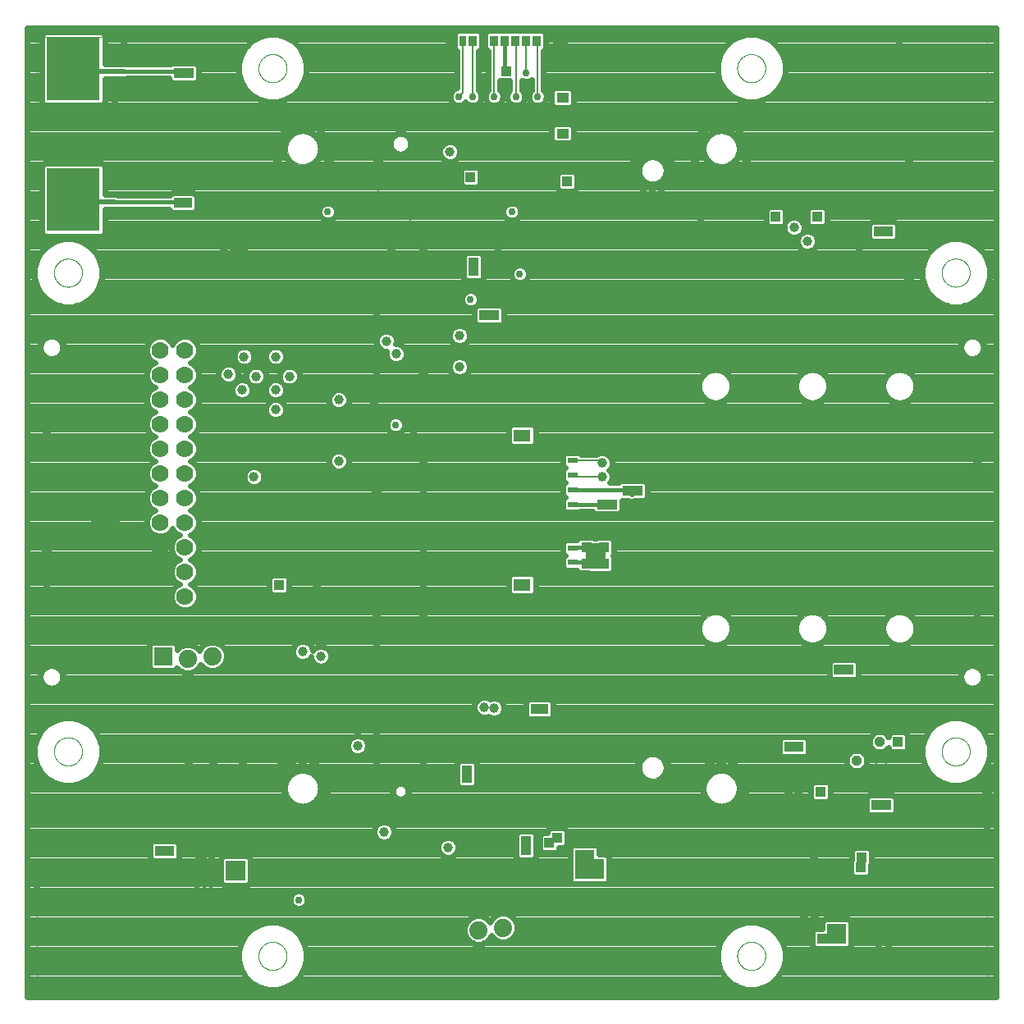
<source format=gbl>
G75*
%MOIN*%
%OFA0B0*%
%FSLAX25Y25*%
%IPPOS*%
%LPD*%
%AMOC8*
5,1,8,0,0,1.08239X$1,22.5*
%
%ADD10C,0.00000*%
%ADD11R,0.21654X0.25591*%
%ADD12C,0.07000*%
%ADD13R,0.07400X0.07400*%
%ADD14C,0.07400*%
%ADD15R,0.03346X0.04331*%
%ADD16R,0.02953X0.04331*%
%ADD17R,0.06102X0.05315*%
%ADD18R,0.04606X0.07087*%
%ADD19R,0.07480X0.05315*%
%ADD20R,0.04724X0.03937*%
%ADD21R,0.03937X0.02362*%
%ADD22R,0.07087X0.04921*%
%ADD23C,0.03962*%
%ADD24R,0.03962X0.03962*%
%ADD25C,0.01600*%
%ADD26C,0.02978*%
%ADD27OC8,0.03962*%
%ADD28C,0.00800*%
%ADD29C,0.02781*%
%ADD30C,0.02400*%
%ADD31C,0.04000*%
%ADD32C,0.01969*%
D10*
X0025344Y0022313D02*
X0025344Y0055778D01*
X0021407Y0055778D01*
X0021407Y0374675D01*
X0025344Y0374675D01*
X0025344Y0408140D01*
X0058809Y0408140D01*
X0058809Y0412077D01*
X0377707Y0412077D01*
X0377707Y0408140D01*
X0411171Y0408140D01*
X0411171Y0374675D01*
X0415108Y0374675D01*
X0415108Y0055778D01*
X0411171Y0055778D01*
X0411171Y0022313D01*
X0377707Y0022313D01*
X0377707Y0018376D01*
X0058809Y0018376D01*
X0058809Y0022313D01*
X0025344Y0022313D01*
X0032234Y0117982D02*
X0032236Y0118133D01*
X0032242Y0118283D01*
X0032252Y0118434D01*
X0032266Y0118584D01*
X0032284Y0118733D01*
X0032305Y0118883D01*
X0032331Y0119031D01*
X0032361Y0119179D01*
X0032394Y0119326D01*
X0032432Y0119472D01*
X0032473Y0119617D01*
X0032518Y0119761D01*
X0032567Y0119903D01*
X0032620Y0120044D01*
X0032676Y0120184D01*
X0032736Y0120322D01*
X0032799Y0120459D01*
X0032867Y0120594D01*
X0032937Y0120727D01*
X0033011Y0120858D01*
X0033089Y0120987D01*
X0033170Y0121114D01*
X0033254Y0121239D01*
X0033342Y0121362D01*
X0033433Y0121482D01*
X0033527Y0121600D01*
X0033624Y0121715D01*
X0033724Y0121828D01*
X0033827Y0121938D01*
X0033933Y0122045D01*
X0034042Y0122150D01*
X0034153Y0122251D01*
X0034267Y0122350D01*
X0034383Y0122445D01*
X0034503Y0122538D01*
X0034624Y0122627D01*
X0034748Y0122713D01*
X0034874Y0122796D01*
X0035002Y0122875D01*
X0035132Y0122951D01*
X0035264Y0123024D01*
X0035398Y0123092D01*
X0035534Y0123158D01*
X0035672Y0123220D01*
X0035811Y0123278D01*
X0035951Y0123332D01*
X0036093Y0123383D01*
X0036236Y0123430D01*
X0036381Y0123473D01*
X0036526Y0123512D01*
X0036673Y0123548D01*
X0036820Y0123579D01*
X0036968Y0123607D01*
X0037117Y0123631D01*
X0037266Y0123651D01*
X0037416Y0123667D01*
X0037566Y0123679D01*
X0037717Y0123687D01*
X0037868Y0123691D01*
X0038018Y0123691D01*
X0038169Y0123687D01*
X0038320Y0123679D01*
X0038470Y0123667D01*
X0038620Y0123651D01*
X0038769Y0123631D01*
X0038918Y0123607D01*
X0039066Y0123579D01*
X0039213Y0123548D01*
X0039360Y0123512D01*
X0039505Y0123473D01*
X0039650Y0123430D01*
X0039793Y0123383D01*
X0039935Y0123332D01*
X0040075Y0123278D01*
X0040214Y0123220D01*
X0040352Y0123158D01*
X0040488Y0123092D01*
X0040622Y0123024D01*
X0040754Y0122951D01*
X0040884Y0122875D01*
X0041012Y0122796D01*
X0041138Y0122713D01*
X0041262Y0122627D01*
X0041383Y0122538D01*
X0041503Y0122445D01*
X0041619Y0122350D01*
X0041733Y0122251D01*
X0041844Y0122150D01*
X0041953Y0122045D01*
X0042059Y0121938D01*
X0042162Y0121828D01*
X0042262Y0121715D01*
X0042359Y0121600D01*
X0042453Y0121482D01*
X0042544Y0121362D01*
X0042632Y0121239D01*
X0042716Y0121114D01*
X0042797Y0120987D01*
X0042875Y0120858D01*
X0042949Y0120727D01*
X0043019Y0120594D01*
X0043087Y0120459D01*
X0043150Y0120322D01*
X0043210Y0120184D01*
X0043266Y0120044D01*
X0043319Y0119903D01*
X0043368Y0119761D01*
X0043413Y0119617D01*
X0043454Y0119472D01*
X0043492Y0119326D01*
X0043525Y0119179D01*
X0043555Y0119031D01*
X0043581Y0118883D01*
X0043602Y0118733D01*
X0043620Y0118584D01*
X0043634Y0118434D01*
X0043644Y0118283D01*
X0043650Y0118133D01*
X0043652Y0117982D01*
X0043650Y0117831D01*
X0043644Y0117681D01*
X0043634Y0117530D01*
X0043620Y0117380D01*
X0043602Y0117231D01*
X0043581Y0117081D01*
X0043555Y0116933D01*
X0043525Y0116785D01*
X0043492Y0116638D01*
X0043454Y0116492D01*
X0043413Y0116347D01*
X0043368Y0116203D01*
X0043319Y0116061D01*
X0043266Y0115920D01*
X0043210Y0115780D01*
X0043150Y0115642D01*
X0043087Y0115505D01*
X0043019Y0115370D01*
X0042949Y0115237D01*
X0042875Y0115106D01*
X0042797Y0114977D01*
X0042716Y0114850D01*
X0042632Y0114725D01*
X0042544Y0114602D01*
X0042453Y0114482D01*
X0042359Y0114364D01*
X0042262Y0114249D01*
X0042162Y0114136D01*
X0042059Y0114026D01*
X0041953Y0113919D01*
X0041844Y0113814D01*
X0041733Y0113713D01*
X0041619Y0113614D01*
X0041503Y0113519D01*
X0041383Y0113426D01*
X0041262Y0113337D01*
X0041138Y0113251D01*
X0041012Y0113168D01*
X0040884Y0113089D01*
X0040754Y0113013D01*
X0040622Y0112940D01*
X0040488Y0112872D01*
X0040352Y0112806D01*
X0040214Y0112744D01*
X0040075Y0112686D01*
X0039935Y0112632D01*
X0039793Y0112581D01*
X0039650Y0112534D01*
X0039505Y0112491D01*
X0039360Y0112452D01*
X0039213Y0112416D01*
X0039066Y0112385D01*
X0038918Y0112357D01*
X0038769Y0112333D01*
X0038620Y0112313D01*
X0038470Y0112297D01*
X0038320Y0112285D01*
X0038169Y0112277D01*
X0038018Y0112273D01*
X0037868Y0112273D01*
X0037717Y0112277D01*
X0037566Y0112285D01*
X0037416Y0112297D01*
X0037266Y0112313D01*
X0037117Y0112333D01*
X0036968Y0112357D01*
X0036820Y0112385D01*
X0036673Y0112416D01*
X0036526Y0112452D01*
X0036381Y0112491D01*
X0036236Y0112534D01*
X0036093Y0112581D01*
X0035951Y0112632D01*
X0035811Y0112686D01*
X0035672Y0112744D01*
X0035534Y0112806D01*
X0035398Y0112872D01*
X0035264Y0112940D01*
X0035132Y0113013D01*
X0035002Y0113089D01*
X0034874Y0113168D01*
X0034748Y0113251D01*
X0034624Y0113337D01*
X0034503Y0113426D01*
X0034383Y0113519D01*
X0034267Y0113614D01*
X0034153Y0113713D01*
X0034042Y0113814D01*
X0033933Y0113919D01*
X0033827Y0114026D01*
X0033724Y0114136D01*
X0033624Y0114249D01*
X0033527Y0114364D01*
X0033433Y0114482D01*
X0033342Y0114602D01*
X0033254Y0114725D01*
X0033170Y0114850D01*
X0033089Y0114977D01*
X0033011Y0115106D01*
X0032937Y0115237D01*
X0032867Y0115370D01*
X0032799Y0115505D01*
X0032736Y0115642D01*
X0032676Y0115780D01*
X0032620Y0115920D01*
X0032567Y0116061D01*
X0032518Y0116203D01*
X0032473Y0116347D01*
X0032432Y0116492D01*
X0032394Y0116638D01*
X0032361Y0116785D01*
X0032331Y0116933D01*
X0032305Y0117081D01*
X0032284Y0117231D01*
X0032266Y0117380D01*
X0032252Y0117530D01*
X0032242Y0117681D01*
X0032236Y0117831D01*
X0032234Y0117982D01*
X0027698Y0148297D02*
X0027700Y0148416D01*
X0027706Y0148534D01*
X0027716Y0148653D01*
X0027730Y0148770D01*
X0027747Y0148888D01*
X0027769Y0149005D01*
X0027795Y0149120D01*
X0027824Y0149235D01*
X0027857Y0149349D01*
X0027895Y0149462D01*
X0027935Y0149574D01*
X0027980Y0149684D01*
X0028028Y0149792D01*
X0028080Y0149899D01*
X0028135Y0150004D01*
X0028194Y0150107D01*
X0028256Y0150208D01*
X0028322Y0150307D01*
X0028390Y0150404D01*
X0028462Y0150498D01*
X0028538Y0150590D01*
X0028616Y0150680D01*
X0028697Y0150766D01*
X0028781Y0150850D01*
X0028867Y0150931D01*
X0028957Y0151009D01*
X0029049Y0151085D01*
X0029143Y0151157D01*
X0029240Y0151225D01*
X0029339Y0151291D01*
X0029440Y0151353D01*
X0029543Y0151412D01*
X0029648Y0151467D01*
X0029755Y0151519D01*
X0029863Y0151567D01*
X0029973Y0151612D01*
X0030085Y0151652D01*
X0030198Y0151690D01*
X0030312Y0151723D01*
X0030427Y0151752D01*
X0030542Y0151778D01*
X0030659Y0151800D01*
X0030777Y0151817D01*
X0030894Y0151831D01*
X0031013Y0151841D01*
X0031131Y0151847D01*
X0031250Y0151849D01*
X0031369Y0151847D01*
X0031487Y0151841D01*
X0031606Y0151831D01*
X0031723Y0151817D01*
X0031841Y0151800D01*
X0031958Y0151778D01*
X0032073Y0151752D01*
X0032188Y0151723D01*
X0032302Y0151690D01*
X0032415Y0151652D01*
X0032527Y0151612D01*
X0032637Y0151567D01*
X0032745Y0151519D01*
X0032852Y0151467D01*
X0032957Y0151412D01*
X0033060Y0151353D01*
X0033161Y0151291D01*
X0033260Y0151225D01*
X0033357Y0151157D01*
X0033451Y0151085D01*
X0033543Y0151009D01*
X0033633Y0150931D01*
X0033719Y0150850D01*
X0033803Y0150766D01*
X0033884Y0150680D01*
X0033962Y0150590D01*
X0034038Y0150498D01*
X0034110Y0150404D01*
X0034178Y0150307D01*
X0034244Y0150208D01*
X0034306Y0150107D01*
X0034365Y0150004D01*
X0034420Y0149899D01*
X0034472Y0149792D01*
X0034520Y0149684D01*
X0034565Y0149574D01*
X0034605Y0149462D01*
X0034643Y0149349D01*
X0034676Y0149235D01*
X0034705Y0149120D01*
X0034731Y0149005D01*
X0034753Y0148888D01*
X0034770Y0148770D01*
X0034784Y0148653D01*
X0034794Y0148534D01*
X0034800Y0148416D01*
X0034802Y0148297D01*
X0034800Y0148178D01*
X0034794Y0148060D01*
X0034784Y0147941D01*
X0034770Y0147824D01*
X0034753Y0147706D01*
X0034731Y0147589D01*
X0034705Y0147474D01*
X0034676Y0147359D01*
X0034643Y0147245D01*
X0034605Y0147132D01*
X0034565Y0147020D01*
X0034520Y0146910D01*
X0034472Y0146802D01*
X0034420Y0146695D01*
X0034365Y0146590D01*
X0034306Y0146487D01*
X0034244Y0146386D01*
X0034178Y0146287D01*
X0034110Y0146190D01*
X0034038Y0146096D01*
X0033962Y0146004D01*
X0033884Y0145914D01*
X0033803Y0145828D01*
X0033719Y0145744D01*
X0033633Y0145663D01*
X0033543Y0145585D01*
X0033451Y0145509D01*
X0033357Y0145437D01*
X0033260Y0145369D01*
X0033161Y0145303D01*
X0033060Y0145241D01*
X0032957Y0145182D01*
X0032852Y0145127D01*
X0032745Y0145075D01*
X0032637Y0145027D01*
X0032527Y0144982D01*
X0032415Y0144942D01*
X0032302Y0144904D01*
X0032188Y0144871D01*
X0032073Y0144842D01*
X0031958Y0144816D01*
X0031841Y0144794D01*
X0031723Y0144777D01*
X0031606Y0144763D01*
X0031487Y0144753D01*
X0031369Y0144747D01*
X0031250Y0144745D01*
X0031131Y0144747D01*
X0031013Y0144753D01*
X0030894Y0144763D01*
X0030777Y0144777D01*
X0030659Y0144794D01*
X0030542Y0144816D01*
X0030427Y0144842D01*
X0030312Y0144871D01*
X0030198Y0144904D01*
X0030085Y0144942D01*
X0029973Y0144982D01*
X0029863Y0145027D01*
X0029755Y0145075D01*
X0029648Y0145127D01*
X0029543Y0145182D01*
X0029440Y0145241D01*
X0029339Y0145303D01*
X0029240Y0145369D01*
X0029143Y0145437D01*
X0029049Y0145509D01*
X0028957Y0145585D01*
X0028867Y0145663D01*
X0028781Y0145744D01*
X0028697Y0145828D01*
X0028616Y0145914D01*
X0028538Y0146004D01*
X0028462Y0146096D01*
X0028390Y0146190D01*
X0028322Y0146287D01*
X0028256Y0146386D01*
X0028194Y0146487D01*
X0028135Y0146590D01*
X0028080Y0146695D01*
X0028028Y0146802D01*
X0027980Y0146910D01*
X0027935Y0147020D01*
X0027895Y0147132D01*
X0027857Y0147245D01*
X0027824Y0147359D01*
X0027795Y0147474D01*
X0027769Y0147589D01*
X0027747Y0147706D01*
X0027730Y0147824D01*
X0027716Y0147941D01*
X0027706Y0148060D01*
X0027700Y0148178D01*
X0027698Y0148297D01*
X0126959Y0103022D02*
X0126961Y0103180D01*
X0126967Y0103338D01*
X0126977Y0103495D01*
X0126991Y0103653D01*
X0127009Y0103810D01*
X0127031Y0103966D01*
X0127056Y0104122D01*
X0127086Y0104277D01*
X0127120Y0104431D01*
X0127157Y0104585D01*
X0127199Y0104737D01*
X0127244Y0104889D01*
X0127293Y0105039D01*
X0127346Y0105188D01*
X0127402Y0105335D01*
X0127462Y0105481D01*
X0127526Y0105626D01*
X0127594Y0105769D01*
X0127665Y0105910D01*
X0127739Y0106049D01*
X0127818Y0106186D01*
X0127899Y0106321D01*
X0127984Y0106455D01*
X0128072Y0106586D01*
X0128164Y0106714D01*
X0128259Y0106841D01*
X0128357Y0106965D01*
X0128458Y0107086D01*
X0128562Y0107205D01*
X0128669Y0107321D01*
X0128779Y0107435D01*
X0128891Y0107545D01*
X0129007Y0107653D01*
X0129125Y0107758D01*
X0129246Y0107859D01*
X0129369Y0107958D01*
X0129495Y0108054D01*
X0129623Y0108146D01*
X0129753Y0108235D01*
X0129886Y0108321D01*
X0130021Y0108403D01*
X0130158Y0108482D01*
X0130296Y0108558D01*
X0130437Y0108630D01*
X0130579Y0108698D01*
X0130723Y0108763D01*
X0130869Y0108824D01*
X0131016Y0108882D01*
X0131165Y0108935D01*
X0131315Y0108985D01*
X0131466Y0109031D01*
X0131618Y0109074D01*
X0131771Y0109112D01*
X0131925Y0109147D01*
X0132080Y0109178D01*
X0132236Y0109204D01*
X0132392Y0109227D01*
X0132549Y0109246D01*
X0132706Y0109261D01*
X0132864Y0109272D01*
X0133022Y0109279D01*
X0133180Y0109282D01*
X0133337Y0109281D01*
X0133495Y0109276D01*
X0133653Y0109267D01*
X0133810Y0109254D01*
X0133968Y0109237D01*
X0134124Y0109216D01*
X0134280Y0109191D01*
X0134435Y0109163D01*
X0134590Y0109130D01*
X0134744Y0109093D01*
X0134896Y0109053D01*
X0135048Y0109009D01*
X0135198Y0108961D01*
X0135348Y0108909D01*
X0135496Y0108853D01*
X0135642Y0108794D01*
X0135787Y0108731D01*
X0135930Y0108665D01*
X0136072Y0108594D01*
X0136211Y0108521D01*
X0136349Y0108443D01*
X0136485Y0108363D01*
X0136618Y0108279D01*
X0136750Y0108191D01*
X0136879Y0108100D01*
X0137006Y0108006D01*
X0137131Y0107909D01*
X0137253Y0107809D01*
X0137372Y0107706D01*
X0137489Y0107599D01*
X0137603Y0107490D01*
X0137715Y0107378D01*
X0137823Y0107263D01*
X0137929Y0107146D01*
X0138031Y0107026D01*
X0138131Y0106903D01*
X0138227Y0106778D01*
X0138320Y0106650D01*
X0138410Y0106520D01*
X0138497Y0106388D01*
X0138580Y0106254D01*
X0138660Y0106118D01*
X0138736Y0105979D01*
X0138809Y0105839D01*
X0138879Y0105697D01*
X0138944Y0105554D01*
X0139006Y0105408D01*
X0139065Y0105262D01*
X0139119Y0105113D01*
X0139170Y0104964D01*
X0139217Y0104813D01*
X0139261Y0104661D01*
X0139300Y0104508D01*
X0139336Y0104354D01*
X0139367Y0104200D01*
X0139395Y0104044D01*
X0139419Y0103888D01*
X0139439Y0103731D01*
X0139455Y0103574D01*
X0139467Y0103417D01*
X0139475Y0103259D01*
X0139479Y0103101D01*
X0139479Y0102943D01*
X0139475Y0102785D01*
X0139467Y0102627D01*
X0139455Y0102470D01*
X0139439Y0102313D01*
X0139419Y0102156D01*
X0139395Y0102000D01*
X0139367Y0101844D01*
X0139336Y0101690D01*
X0139300Y0101536D01*
X0139261Y0101383D01*
X0139217Y0101231D01*
X0139170Y0101080D01*
X0139119Y0100931D01*
X0139065Y0100782D01*
X0139006Y0100636D01*
X0138944Y0100490D01*
X0138879Y0100347D01*
X0138809Y0100205D01*
X0138736Y0100065D01*
X0138660Y0099926D01*
X0138580Y0099790D01*
X0138497Y0099656D01*
X0138410Y0099524D01*
X0138320Y0099394D01*
X0138227Y0099266D01*
X0138131Y0099141D01*
X0138031Y0099018D01*
X0137929Y0098898D01*
X0137823Y0098781D01*
X0137715Y0098666D01*
X0137603Y0098554D01*
X0137489Y0098445D01*
X0137372Y0098338D01*
X0137253Y0098235D01*
X0137131Y0098135D01*
X0137006Y0098038D01*
X0136879Y0097944D01*
X0136750Y0097853D01*
X0136618Y0097765D01*
X0136485Y0097681D01*
X0136349Y0097601D01*
X0136211Y0097523D01*
X0136072Y0097450D01*
X0135930Y0097379D01*
X0135787Y0097313D01*
X0135642Y0097250D01*
X0135496Y0097191D01*
X0135348Y0097135D01*
X0135198Y0097083D01*
X0135048Y0097035D01*
X0134896Y0096991D01*
X0134744Y0096951D01*
X0134590Y0096914D01*
X0134435Y0096881D01*
X0134280Y0096853D01*
X0134124Y0096828D01*
X0133968Y0096807D01*
X0133810Y0096790D01*
X0133653Y0096777D01*
X0133495Y0096768D01*
X0133337Y0096763D01*
X0133180Y0096762D01*
X0133022Y0096765D01*
X0132864Y0096772D01*
X0132706Y0096783D01*
X0132549Y0096798D01*
X0132392Y0096817D01*
X0132236Y0096840D01*
X0132080Y0096866D01*
X0131925Y0096897D01*
X0131771Y0096932D01*
X0131618Y0096970D01*
X0131466Y0097013D01*
X0131315Y0097059D01*
X0131165Y0097109D01*
X0131016Y0097162D01*
X0130869Y0097220D01*
X0130723Y0097281D01*
X0130579Y0097346D01*
X0130437Y0097414D01*
X0130296Y0097486D01*
X0130158Y0097562D01*
X0130021Y0097641D01*
X0129886Y0097723D01*
X0129753Y0097809D01*
X0129623Y0097898D01*
X0129495Y0097990D01*
X0129369Y0098086D01*
X0129246Y0098185D01*
X0129125Y0098286D01*
X0129007Y0098391D01*
X0128891Y0098499D01*
X0128779Y0098609D01*
X0128669Y0098723D01*
X0128562Y0098839D01*
X0128458Y0098958D01*
X0128357Y0099079D01*
X0128259Y0099203D01*
X0128164Y0099330D01*
X0128072Y0099458D01*
X0127984Y0099589D01*
X0127899Y0099723D01*
X0127818Y0099858D01*
X0127739Y0099995D01*
X0127665Y0100134D01*
X0127594Y0100275D01*
X0127526Y0100418D01*
X0127462Y0100563D01*
X0127402Y0100709D01*
X0127346Y0100856D01*
X0127293Y0101005D01*
X0127244Y0101155D01*
X0127199Y0101307D01*
X0127157Y0101459D01*
X0127120Y0101613D01*
X0127086Y0101767D01*
X0127056Y0101922D01*
X0127031Y0102078D01*
X0127009Y0102234D01*
X0126991Y0102391D01*
X0126977Y0102549D01*
X0126967Y0102706D01*
X0126961Y0102864D01*
X0126959Y0103022D01*
X0170817Y0101841D02*
X0170819Y0101934D01*
X0170825Y0102026D01*
X0170835Y0102118D01*
X0170849Y0102209D01*
X0170866Y0102300D01*
X0170888Y0102390D01*
X0170913Y0102479D01*
X0170942Y0102567D01*
X0170975Y0102653D01*
X0171012Y0102738D01*
X0171052Y0102822D01*
X0171096Y0102903D01*
X0171143Y0102983D01*
X0171193Y0103061D01*
X0171247Y0103136D01*
X0171304Y0103209D01*
X0171364Y0103279D01*
X0171427Y0103347D01*
X0171493Y0103412D01*
X0171561Y0103474D01*
X0171632Y0103534D01*
X0171706Y0103590D01*
X0171782Y0103643D01*
X0171860Y0103692D01*
X0171940Y0103739D01*
X0172022Y0103781D01*
X0172106Y0103821D01*
X0172191Y0103856D01*
X0172278Y0103888D01*
X0172366Y0103917D01*
X0172455Y0103941D01*
X0172545Y0103962D01*
X0172636Y0103978D01*
X0172728Y0103991D01*
X0172820Y0104000D01*
X0172913Y0104005D01*
X0173005Y0104006D01*
X0173098Y0104003D01*
X0173190Y0103996D01*
X0173282Y0103985D01*
X0173373Y0103970D01*
X0173464Y0103952D01*
X0173554Y0103929D01*
X0173642Y0103903D01*
X0173730Y0103873D01*
X0173816Y0103839D01*
X0173900Y0103802D01*
X0173983Y0103760D01*
X0174064Y0103716D01*
X0174144Y0103668D01*
X0174221Y0103617D01*
X0174295Y0103562D01*
X0174368Y0103504D01*
X0174438Y0103444D01*
X0174505Y0103380D01*
X0174569Y0103314D01*
X0174631Y0103244D01*
X0174689Y0103173D01*
X0174744Y0103099D01*
X0174796Y0103022D01*
X0174845Y0102943D01*
X0174891Y0102863D01*
X0174933Y0102780D01*
X0174971Y0102696D01*
X0175006Y0102610D01*
X0175037Y0102523D01*
X0175064Y0102435D01*
X0175087Y0102345D01*
X0175107Y0102255D01*
X0175123Y0102164D01*
X0175135Y0102072D01*
X0175143Y0101980D01*
X0175147Y0101887D01*
X0175147Y0101795D01*
X0175143Y0101702D01*
X0175135Y0101610D01*
X0175123Y0101518D01*
X0175107Y0101427D01*
X0175087Y0101337D01*
X0175064Y0101247D01*
X0175037Y0101159D01*
X0175006Y0101072D01*
X0174971Y0100986D01*
X0174933Y0100902D01*
X0174891Y0100819D01*
X0174845Y0100739D01*
X0174796Y0100660D01*
X0174744Y0100583D01*
X0174689Y0100509D01*
X0174631Y0100438D01*
X0174569Y0100368D01*
X0174505Y0100302D01*
X0174438Y0100238D01*
X0174368Y0100178D01*
X0174295Y0100120D01*
X0174221Y0100065D01*
X0174144Y0100014D01*
X0174065Y0099966D01*
X0173983Y0099922D01*
X0173900Y0099880D01*
X0173816Y0099843D01*
X0173730Y0099809D01*
X0173642Y0099779D01*
X0173554Y0099753D01*
X0173464Y0099730D01*
X0173373Y0099712D01*
X0173282Y0099697D01*
X0173190Y0099686D01*
X0173098Y0099679D01*
X0173005Y0099676D01*
X0172913Y0099677D01*
X0172820Y0099682D01*
X0172728Y0099691D01*
X0172636Y0099704D01*
X0172545Y0099720D01*
X0172455Y0099741D01*
X0172366Y0099765D01*
X0172278Y0099794D01*
X0172191Y0099826D01*
X0172106Y0099861D01*
X0172022Y0099901D01*
X0171940Y0099943D01*
X0171860Y0099990D01*
X0171782Y0100039D01*
X0171706Y0100092D01*
X0171632Y0100148D01*
X0171561Y0100208D01*
X0171493Y0100270D01*
X0171427Y0100335D01*
X0171364Y0100403D01*
X0171304Y0100473D01*
X0171247Y0100546D01*
X0171193Y0100621D01*
X0171143Y0100699D01*
X0171096Y0100779D01*
X0171052Y0100860D01*
X0171012Y0100944D01*
X0170975Y0101029D01*
X0170942Y0101115D01*
X0170913Y0101203D01*
X0170888Y0101292D01*
X0170866Y0101382D01*
X0170849Y0101473D01*
X0170835Y0101564D01*
X0170825Y0101656D01*
X0170819Y0101748D01*
X0170817Y0101841D01*
X0115305Y0034911D02*
X0115307Y0035062D01*
X0115313Y0035212D01*
X0115323Y0035363D01*
X0115337Y0035513D01*
X0115355Y0035662D01*
X0115376Y0035812D01*
X0115402Y0035960D01*
X0115432Y0036108D01*
X0115465Y0036255D01*
X0115503Y0036401D01*
X0115544Y0036546D01*
X0115589Y0036690D01*
X0115638Y0036832D01*
X0115691Y0036973D01*
X0115747Y0037113D01*
X0115807Y0037251D01*
X0115870Y0037388D01*
X0115938Y0037523D01*
X0116008Y0037656D01*
X0116082Y0037787D01*
X0116160Y0037916D01*
X0116241Y0038043D01*
X0116325Y0038168D01*
X0116413Y0038291D01*
X0116504Y0038411D01*
X0116598Y0038529D01*
X0116695Y0038644D01*
X0116795Y0038757D01*
X0116898Y0038867D01*
X0117004Y0038974D01*
X0117113Y0039079D01*
X0117224Y0039180D01*
X0117338Y0039279D01*
X0117454Y0039374D01*
X0117574Y0039467D01*
X0117695Y0039556D01*
X0117819Y0039642D01*
X0117945Y0039725D01*
X0118073Y0039804D01*
X0118203Y0039880D01*
X0118335Y0039953D01*
X0118469Y0040021D01*
X0118605Y0040087D01*
X0118743Y0040149D01*
X0118882Y0040207D01*
X0119022Y0040261D01*
X0119164Y0040312D01*
X0119307Y0040359D01*
X0119452Y0040402D01*
X0119597Y0040441D01*
X0119744Y0040477D01*
X0119891Y0040508D01*
X0120039Y0040536D01*
X0120188Y0040560D01*
X0120337Y0040580D01*
X0120487Y0040596D01*
X0120637Y0040608D01*
X0120788Y0040616D01*
X0120939Y0040620D01*
X0121089Y0040620D01*
X0121240Y0040616D01*
X0121391Y0040608D01*
X0121541Y0040596D01*
X0121691Y0040580D01*
X0121840Y0040560D01*
X0121989Y0040536D01*
X0122137Y0040508D01*
X0122284Y0040477D01*
X0122431Y0040441D01*
X0122576Y0040402D01*
X0122721Y0040359D01*
X0122864Y0040312D01*
X0123006Y0040261D01*
X0123146Y0040207D01*
X0123285Y0040149D01*
X0123423Y0040087D01*
X0123559Y0040021D01*
X0123693Y0039953D01*
X0123825Y0039880D01*
X0123955Y0039804D01*
X0124083Y0039725D01*
X0124209Y0039642D01*
X0124333Y0039556D01*
X0124454Y0039467D01*
X0124574Y0039374D01*
X0124690Y0039279D01*
X0124804Y0039180D01*
X0124915Y0039079D01*
X0125024Y0038974D01*
X0125130Y0038867D01*
X0125233Y0038757D01*
X0125333Y0038644D01*
X0125430Y0038529D01*
X0125524Y0038411D01*
X0125615Y0038291D01*
X0125703Y0038168D01*
X0125787Y0038043D01*
X0125868Y0037916D01*
X0125946Y0037787D01*
X0126020Y0037656D01*
X0126090Y0037523D01*
X0126158Y0037388D01*
X0126221Y0037251D01*
X0126281Y0037113D01*
X0126337Y0036973D01*
X0126390Y0036832D01*
X0126439Y0036690D01*
X0126484Y0036546D01*
X0126525Y0036401D01*
X0126563Y0036255D01*
X0126596Y0036108D01*
X0126626Y0035960D01*
X0126652Y0035812D01*
X0126673Y0035662D01*
X0126691Y0035513D01*
X0126705Y0035363D01*
X0126715Y0035212D01*
X0126721Y0035062D01*
X0126723Y0034911D01*
X0126721Y0034760D01*
X0126715Y0034610D01*
X0126705Y0034459D01*
X0126691Y0034309D01*
X0126673Y0034160D01*
X0126652Y0034010D01*
X0126626Y0033862D01*
X0126596Y0033714D01*
X0126563Y0033567D01*
X0126525Y0033421D01*
X0126484Y0033276D01*
X0126439Y0033132D01*
X0126390Y0032990D01*
X0126337Y0032849D01*
X0126281Y0032709D01*
X0126221Y0032571D01*
X0126158Y0032434D01*
X0126090Y0032299D01*
X0126020Y0032166D01*
X0125946Y0032035D01*
X0125868Y0031906D01*
X0125787Y0031779D01*
X0125703Y0031654D01*
X0125615Y0031531D01*
X0125524Y0031411D01*
X0125430Y0031293D01*
X0125333Y0031178D01*
X0125233Y0031065D01*
X0125130Y0030955D01*
X0125024Y0030848D01*
X0124915Y0030743D01*
X0124804Y0030642D01*
X0124690Y0030543D01*
X0124574Y0030448D01*
X0124454Y0030355D01*
X0124333Y0030266D01*
X0124209Y0030180D01*
X0124083Y0030097D01*
X0123955Y0030018D01*
X0123825Y0029942D01*
X0123693Y0029869D01*
X0123559Y0029801D01*
X0123423Y0029735D01*
X0123285Y0029673D01*
X0123146Y0029615D01*
X0123006Y0029561D01*
X0122864Y0029510D01*
X0122721Y0029463D01*
X0122576Y0029420D01*
X0122431Y0029381D01*
X0122284Y0029345D01*
X0122137Y0029314D01*
X0121989Y0029286D01*
X0121840Y0029262D01*
X0121691Y0029242D01*
X0121541Y0029226D01*
X0121391Y0029214D01*
X0121240Y0029206D01*
X0121089Y0029202D01*
X0120939Y0029202D01*
X0120788Y0029206D01*
X0120637Y0029214D01*
X0120487Y0029226D01*
X0120337Y0029242D01*
X0120188Y0029262D01*
X0120039Y0029286D01*
X0119891Y0029314D01*
X0119744Y0029345D01*
X0119597Y0029381D01*
X0119452Y0029420D01*
X0119307Y0029463D01*
X0119164Y0029510D01*
X0119022Y0029561D01*
X0118882Y0029615D01*
X0118743Y0029673D01*
X0118605Y0029735D01*
X0118469Y0029801D01*
X0118335Y0029869D01*
X0118203Y0029942D01*
X0118073Y0030018D01*
X0117945Y0030097D01*
X0117819Y0030180D01*
X0117695Y0030266D01*
X0117574Y0030355D01*
X0117454Y0030448D01*
X0117338Y0030543D01*
X0117224Y0030642D01*
X0117113Y0030743D01*
X0117004Y0030848D01*
X0116898Y0030955D01*
X0116795Y0031065D01*
X0116695Y0031178D01*
X0116598Y0031293D01*
X0116504Y0031411D01*
X0116413Y0031531D01*
X0116325Y0031654D01*
X0116241Y0031779D01*
X0116160Y0031906D01*
X0116082Y0032035D01*
X0116008Y0032166D01*
X0115938Y0032299D01*
X0115870Y0032434D01*
X0115807Y0032571D01*
X0115747Y0032709D01*
X0115691Y0032849D01*
X0115638Y0032990D01*
X0115589Y0033132D01*
X0115544Y0033276D01*
X0115503Y0033421D01*
X0115465Y0033567D01*
X0115432Y0033714D01*
X0115402Y0033862D01*
X0115376Y0034010D01*
X0115355Y0034160D01*
X0115337Y0034309D01*
X0115323Y0034459D01*
X0115313Y0034610D01*
X0115307Y0034760D01*
X0115305Y0034911D01*
X0270816Y0111486D02*
X0270818Y0111620D01*
X0270824Y0111754D01*
X0270834Y0111888D01*
X0270848Y0112022D01*
X0270866Y0112155D01*
X0270887Y0112287D01*
X0270913Y0112419D01*
X0270943Y0112550D01*
X0270976Y0112680D01*
X0271013Y0112808D01*
X0271055Y0112936D01*
X0271099Y0113063D01*
X0271148Y0113188D01*
X0271200Y0113311D01*
X0271256Y0113433D01*
X0271316Y0113554D01*
X0271379Y0113672D01*
X0271445Y0113789D01*
X0271515Y0113903D01*
X0271588Y0114016D01*
X0271665Y0114126D01*
X0271745Y0114234D01*
X0271828Y0114339D01*
X0271914Y0114442D01*
X0272003Y0114542D01*
X0272095Y0114640D01*
X0272190Y0114735D01*
X0272288Y0114827D01*
X0272388Y0114916D01*
X0272491Y0115002D01*
X0272596Y0115085D01*
X0272704Y0115165D01*
X0272814Y0115242D01*
X0272927Y0115315D01*
X0273041Y0115385D01*
X0273158Y0115451D01*
X0273276Y0115514D01*
X0273397Y0115574D01*
X0273519Y0115630D01*
X0273642Y0115682D01*
X0273767Y0115731D01*
X0273894Y0115775D01*
X0274022Y0115817D01*
X0274150Y0115854D01*
X0274280Y0115887D01*
X0274411Y0115917D01*
X0274543Y0115943D01*
X0274675Y0115964D01*
X0274808Y0115982D01*
X0274942Y0115996D01*
X0275076Y0116006D01*
X0275210Y0116012D01*
X0275344Y0116014D01*
X0275478Y0116012D01*
X0275612Y0116006D01*
X0275746Y0115996D01*
X0275880Y0115982D01*
X0276013Y0115964D01*
X0276145Y0115943D01*
X0276277Y0115917D01*
X0276408Y0115887D01*
X0276538Y0115854D01*
X0276666Y0115817D01*
X0276794Y0115775D01*
X0276921Y0115731D01*
X0277046Y0115682D01*
X0277169Y0115630D01*
X0277291Y0115574D01*
X0277412Y0115514D01*
X0277530Y0115451D01*
X0277647Y0115385D01*
X0277761Y0115315D01*
X0277874Y0115242D01*
X0277984Y0115165D01*
X0278092Y0115085D01*
X0278197Y0115002D01*
X0278300Y0114916D01*
X0278400Y0114827D01*
X0278498Y0114735D01*
X0278593Y0114640D01*
X0278685Y0114542D01*
X0278774Y0114442D01*
X0278860Y0114339D01*
X0278943Y0114234D01*
X0279023Y0114126D01*
X0279100Y0114016D01*
X0279173Y0113903D01*
X0279243Y0113789D01*
X0279309Y0113672D01*
X0279372Y0113554D01*
X0279432Y0113433D01*
X0279488Y0113311D01*
X0279540Y0113188D01*
X0279589Y0113063D01*
X0279633Y0112936D01*
X0279675Y0112808D01*
X0279712Y0112680D01*
X0279745Y0112550D01*
X0279775Y0112419D01*
X0279801Y0112287D01*
X0279822Y0112155D01*
X0279840Y0112022D01*
X0279854Y0111888D01*
X0279864Y0111754D01*
X0279870Y0111620D01*
X0279872Y0111486D01*
X0279870Y0111352D01*
X0279864Y0111218D01*
X0279854Y0111084D01*
X0279840Y0110950D01*
X0279822Y0110817D01*
X0279801Y0110685D01*
X0279775Y0110553D01*
X0279745Y0110422D01*
X0279712Y0110292D01*
X0279675Y0110164D01*
X0279633Y0110036D01*
X0279589Y0109909D01*
X0279540Y0109784D01*
X0279488Y0109661D01*
X0279432Y0109539D01*
X0279372Y0109418D01*
X0279309Y0109300D01*
X0279243Y0109183D01*
X0279173Y0109069D01*
X0279100Y0108956D01*
X0279023Y0108846D01*
X0278943Y0108738D01*
X0278860Y0108633D01*
X0278774Y0108530D01*
X0278685Y0108430D01*
X0278593Y0108332D01*
X0278498Y0108237D01*
X0278400Y0108145D01*
X0278300Y0108056D01*
X0278197Y0107970D01*
X0278092Y0107887D01*
X0277984Y0107807D01*
X0277874Y0107730D01*
X0277761Y0107657D01*
X0277647Y0107587D01*
X0277530Y0107521D01*
X0277412Y0107458D01*
X0277291Y0107398D01*
X0277169Y0107342D01*
X0277046Y0107290D01*
X0276921Y0107241D01*
X0276794Y0107197D01*
X0276666Y0107155D01*
X0276538Y0107118D01*
X0276408Y0107085D01*
X0276277Y0107055D01*
X0276145Y0107029D01*
X0276013Y0107008D01*
X0275880Y0106990D01*
X0275746Y0106976D01*
X0275612Y0106966D01*
X0275478Y0106960D01*
X0275344Y0106958D01*
X0275210Y0106960D01*
X0275076Y0106966D01*
X0274942Y0106976D01*
X0274808Y0106990D01*
X0274675Y0107008D01*
X0274543Y0107029D01*
X0274411Y0107055D01*
X0274280Y0107085D01*
X0274150Y0107118D01*
X0274022Y0107155D01*
X0273894Y0107197D01*
X0273767Y0107241D01*
X0273642Y0107290D01*
X0273519Y0107342D01*
X0273397Y0107398D01*
X0273276Y0107458D01*
X0273158Y0107521D01*
X0273041Y0107587D01*
X0272927Y0107657D01*
X0272814Y0107730D01*
X0272704Y0107807D01*
X0272596Y0107887D01*
X0272491Y0107970D01*
X0272388Y0108056D01*
X0272288Y0108145D01*
X0272190Y0108237D01*
X0272095Y0108332D01*
X0272003Y0108430D01*
X0271914Y0108530D01*
X0271828Y0108633D01*
X0271745Y0108738D01*
X0271665Y0108846D01*
X0271588Y0108956D01*
X0271515Y0109069D01*
X0271445Y0109183D01*
X0271379Y0109300D01*
X0271316Y0109418D01*
X0271256Y0109539D01*
X0271200Y0109661D01*
X0271148Y0109784D01*
X0271099Y0109909D01*
X0271055Y0110036D01*
X0271013Y0110164D01*
X0270976Y0110292D01*
X0270943Y0110422D01*
X0270913Y0110553D01*
X0270887Y0110685D01*
X0270866Y0110817D01*
X0270848Y0110950D01*
X0270834Y0111084D01*
X0270824Y0111218D01*
X0270818Y0111352D01*
X0270816Y0111486D01*
X0297037Y0103022D02*
X0297039Y0103180D01*
X0297045Y0103338D01*
X0297055Y0103495D01*
X0297069Y0103653D01*
X0297087Y0103810D01*
X0297109Y0103966D01*
X0297134Y0104122D01*
X0297164Y0104277D01*
X0297198Y0104431D01*
X0297235Y0104585D01*
X0297277Y0104737D01*
X0297322Y0104889D01*
X0297371Y0105039D01*
X0297424Y0105188D01*
X0297480Y0105335D01*
X0297540Y0105481D01*
X0297604Y0105626D01*
X0297672Y0105769D01*
X0297743Y0105910D01*
X0297817Y0106049D01*
X0297896Y0106186D01*
X0297977Y0106321D01*
X0298062Y0106455D01*
X0298150Y0106586D01*
X0298242Y0106714D01*
X0298337Y0106841D01*
X0298435Y0106965D01*
X0298536Y0107086D01*
X0298640Y0107205D01*
X0298747Y0107321D01*
X0298857Y0107435D01*
X0298969Y0107545D01*
X0299085Y0107653D01*
X0299203Y0107758D01*
X0299324Y0107859D01*
X0299447Y0107958D01*
X0299573Y0108054D01*
X0299701Y0108146D01*
X0299831Y0108235D01*
X0299964Y0108321D01*
X0300099Y0108403D01*
X0300236Y0108482D01*
X0300374Y0108558D01*
X0300515Y0108630D01*
X0300657Y0108698D01*
X0300801Y0108763D01*
X0300947Y0108824D01*
X0301094Y0108882D01*
X0301243Y0108935D01*
X0301393Y0108985D01*
X0301544Y0109031D01*
X0301696Y0109074D01*
X0301849Y0109112D01*
X0302003Y0109147D01*
X0302158Y0109178D01*
X0302314Y0109204D01*
X0302470Y0109227D01*
X0302627Y0109246D01*
X0302784Y0109261D01*
X0302942Y0109272D01*
X0303100Y0109279D01*
X0303258Y0109282D01*
X0303415Y0109281D01*
X0303573Y0109276D01*
X0303731Y0109267D01*
X0303888Y0109254D01*
X0304046Y0109237D01*
X0304202Y0109216D01*
X0304358Y0109191D01*
X0304513Y0109163D01*
X0304668Y0109130D01*
X0304822Y0109093D01*
X0304974Y0109053D01*
X0305126Y0109009D01*
X0305276Y0108961D01*
X0305426Y0108909D01*
X0305574Y0108853D01*
X0305720Y0108794D01*
X0305865Y0108731D01*
X0306008Y0108665D01*
X0306150Y0108594D01*
X0306289Y0108521D01*
X0306427Y0108443D01*
X0306563Y0108363D01*
X0306696Y0108279D01*
X0306828Y0108191D01*
X0306957Y0108100D01*
X0307084Y0108006D01*
X0307209Y0107909D01*
X0307331Y0107809D01*
X0307450Y0107706D01*
X0307567Y0107599D01*
X0307681Y0107490D01*
X0307793Y0107378D01*
X0307901Y0107263D01*
X0308007Y0107146D01*
X0308109Y0107026D01*
X0308209Y0106903D01*
X0308305Y0106778D01*
X0308398Y0106650D01*
X0308488Y0106520D01*
X0308575Y0106388D01*
X0308658Y0106254D01*
X0308738Y0106118D01*
X0308814Y0105979D01*
X0308887Y0105839D01*
X0308957Y0105697D01*
X0309022Y0105554D01*
X0309084Y0105408D01*
X0309143Y0105262D01*
X0309197Y0105113D01*
X0309248Y0104964D01*
X0309295Y0104813D01*
X0309339Y0104661D01*
X0309378Y0104508D01*
X0309414Y0104354D01*
X0309445Y0104200D01*
X0309473Y0104044D01*
X0309497Y0103888D01*
X0309517Y0103731D01*
X0309533Y0103574D01*
X0309545Y0103417D01*
X0309553Y0103259D01*
X0309557Y0103101D01*
X0309557Y0102943D01*
X0309553Y0102785D01*
X0309545Y0102627D01*
X0309533Y0102470D01*
X0309517Y0102313D01*
X0309497Y0102156D01*
X0309473Y0102000D01*
X0309445Y0101844D01*
X0309414Y0101690D01*
X0309378Y0101536D01*
X0309339Y0101383D01*
X0309295Y0101231D01*
X0309248Y0101080D01*
X0309197Y0100931D01*
X0309143Y0100782D01*
X0309084Y0100636D01*
X0309022Y0100490D01*
X0308957Y0100347D01*
X0308887Y0100205D01*
X0308814Y0100065D01*
X0308738Y0099926D01*
X0308658Y0099790D01*
X0308575Y0099656D01*
X0308488Y0099524D01*
X0308398Y0099394D01*
X0308305Y0099266D01*
X0308209Y0099141D01*
X0308109Y0099018D01*
X0308007Y0098898D01*
X0307901Y0098781D01*
X0307793Y0098666D01*
X0307681Y0098554D01*
X0307567Y0098445D01*
X0307450Y0098338D01*
X0307331Y0098235D01*
X0307209Y0098135D01*
X0307084Y0098038D01*
X0306957Y0097944D01*
X0306828Y0097853D01*
X0306696Y0097765D01*
X0306563Y0097681D01*
X0306427Y0097601D01*
X0306289Y0097523D01*
X0306150Y0097450D01*
X0306008Y0097379D01*
X0305865Y0097313D01*
X0305720Y0097250D01*
X0305574Y0097191D01*
X0305426Y0097135D01*
X0305276Y0097083D01*
X0305126Y0097035D01*
X0304974Y0096991D01*
X0304822Y0096951D01*
X0304668Y0096914D01*
X0304513Y0096881D01*
X0304358Y0096853D01*
X0304202Y0096828D01*
X0304046Y0096807D01*
X0303888Y0096790D01*
X0303731Y0096777D01*
X0303573Y0096768D01*
X0303415Y0096763D01*
X0303258Y0096762D01*
X0303100Y0096765D01*
X0302942Y0096772D01*
X0302784Y0096783D01*
X0302627Y0096798D01*
X0302470Y0096817D01*
X0302314Y0096840D01*
X0302158Y0096866D01*
X0302003Y0096897D01*
X0301849Y0096932D01*
X0301696Y0096970D01*
X0301544Y0097013D01*
X0301393Y0097059D01*
X0301243Y0097109D01*
X0301094Y0097162D01*
X0300947Y0097220D01*
X0300801Y0097281D01*
X0300657Y0097346D01*
X0300515Y0097414D01*
X0300374Y0097486D01*
X0300236Y0097562D01*
X0300099Y0097641D01*
X0299964Y0097723D01*
X0299831Y0097809D01*
X0299701Y0097898D01*
X0299573Y0097990D01*
X0299447Y0098086D01*
X0299324Y0098185D01*
X0299203Y0098286D01*
X0299085Y0098391D01*
X0298969Y0098499D01*
X0298857Y0098609D01*
X0298747Y0098723D01*
X0298640Y0098839D01*
X0298536Y0098958D01*
X0298435Y0099079D01*
X0298337Y0099203D01*
X0298242Y0099330D01*
X0298150Y0099458D01*
X0298062Y0099589D01*
X0297977Y0099723D01*
X0297896Y0099858D01*
X0297817Y0099995D01*
X0297743Y0100134D01*
X0297672Y0100275D01*
X0297604Y0100418D01*
X0297540Y0100563D01*
X0297480Y0100709D01*
X0297424Y0100856D01*
X0297371Y0101005D01*
X0297322Y0101155D01*
X0297277Y0101307D01*
X0297235Y0101459D01*
X0297198Y0101613D01*
X0297164Y0101767D01*
X0297134Y0101922D01*
X0297109Y0102078D01*
X0297087Y0102234D01*
X0297069Y0102391D01*
X0297055Y0102549D01*
X0297045Y0102706D01*
X0297039Y0102864D01*
X0297037Y0103022D01*
X0295226Y0167982D02*
X0295228Y0168133D01*
X0295234Y0168283D01*
X0295244Y0168434D01*
X0295258Y0168584D01*
X0295276Y0168733D01*
X0295297Y0168883D01*
X0295323Y0169031D01*
X0295353Y0169179D01*
X0295386Y0169326D01*
X0295424Y0169472D01*
X0295465Y0169617D01*
X0295510Y0169761D01*
X0295559Y0169903D01*
X0295612Y0170044D01*
X0295668Y0170184D01*
X0295728Y0170322D01*
X0295791Y0170459D01*
X0295859Y0170594D01*
X0295929Y0170727D01*
X0296003Y0170858D01*
X0296081Y0170987D01*
X0296162Y0171114D01*
X0296246Y0171239D01*
X0296334Y0171362D01*
X0296425Y0171482D01*
X0296519Y0171600D01*
X0296616Y0171715D01*
X0296716Y0171828D01*
X0296819Y0171938D01*
X0296925Y0172045D01*
X0297034Y0172150D01*
X0297145Y0172251D01*
X0297259Y0172350D01*
X0297375Y0172445D01*
X0297495Y0172538D01*
X0297616Y0172627D01*
X0297740Y0172713D01*
X0297866Y0172796D01*
X0297994Y0172875D01*
X0298124Y0172951D01*
X0298256Y0173024D01*
X0298390Y0173092D01*
X0298526Y0173158D01*
X0298664Y0173220D01*
X0298803Y0173278D01*
X0298943Y0173332D01*
X0299085Y0173383D01*
X0299228Y0173430D01*
X0299373Y0173473D01*
X0299518Y0173512D01*
X0299665Y0173548D01*
X0299812Y0173579D01*
X0299960Y0173607D01*
X0300109Y0173631D01*
X0300258Y0173651D01*
X0300408Y0173667D01*
X0300558Y0173679D01*
X0300709Y0173687D01*
X0300860Y0173691D01*
X0301010Y0173691D01*
X0301161Y0173687D01*
X0301312Y0173679D01*
X0301462Y0173667D01*
X0301612Y0173651D01*
X0301761Y0173631D01*
X0301910Y0173607D01*
X0302058Y0173579D01*
X0302205Y0173548D01*
X0302352Y0173512D01*
X0302497Y0173473D01*
X0302642Y0173430D01*
X0302785Y0173383D01*
X0302927Y0173332D01*
X0303067Y0173278D01*
X0303206Y0173220D01*
X0303344Y0173158D01*
X0303480Y0173092D01*
X0303614Y0173024D01*
X0303746Y0172951D01*
X0303876Y0172875D01*
X0304004Y0172796D01*
X0304130Y0172713D01*
X0304254Y0172627D01*
X0304375Y0172538D01*
X0304495Y0172445D01*
X0304611Y0172350D01*
X0304725Y0172251D01*
X0304836Y0172150D01*
X0304945Y0172045D01*
X0305051Y0171938D01*
X0305154Y0171828D01*
X0305254Y0171715D01*
X0305351Y0171600D01*
X0305445Y0171482D01*
X0305536Y0171362D01*
X0305624Y0171239D01*
X0305708Y0171114D01*
X0305789Y0170987D01*
X0305867Y0170858D01*
X0305941Y0170727D01*
X0306011Y0170594D01*
X0306079Y0170459D01*
X0306142Y0170322D01*
X0306202Y0170184D01*
X0306258Y0170044D01*
X0306311Y0169903D01*
X0306360Y0169761D01*
X0306405Y0169617D01*
X0306446Y0169472D01*
X0306484Y0169326D01*
X0306517Y0169179D01*
X0306547Y0169031D01*
X0306573Y0168883D01*
X0306594Y0168733D01*
X0306612Y0168584D01*
X0306626Y0168434D01*
X0306636Y0168283D01*
X0306642Y0168133D01*
X0306644Y0167982D01*
X0306642Y0167831D01*
X0306636Y0167681D01*
X0306626Y0167530D01*
X0306612Y0167380D01*
X0306594Y0167231D01*
X0306573Y0167081D01*
X0306547Y0166933D01*
X0306517Y0166785D01*
X0306484Y0166638D01*
X0306446Y0166492D01*
X0306405Y0166347D01*
X0306360Y0166203D01*
X0306311Y0166061D01*
X0306258Y0165920D01*
X0306202Y0165780D01*
X0306142Y0165642D01*
X0306079Y0165505D01*
X0306011Y0165370D01*
X0305941Y0165237D01*
X0305867Y0165106D01*
X0305789Y0164977D01*
X0305708Y0164850D01*
X0305624Y0164725D01*
X0305536Y0164602D01*
X0305445Y0164482D01*
X0305351Y0164364D01*
X0305254Y0164249D01*
X0305154Y0164136D01*
X0305051Y0164026D01*
X0304945Y0163919D01*
X0304836Y0163814D01*
X0304725Y0163713D01*
X0304611Y0163614D01*
X0304495Y0163519D01*
X0304375Y0163426D01*
X0304254Y0163337D01*
X0304130Y0163251D01*
X0304004Y0163168D01*
X0303876Y0163089D01*
X0303746Y0163013D01*
X0303614Y0162940D01*
X0303480Y0162872D01*
X0303344Y0162806D01*
X0303206Y0162744D01*
X0303067Y0162686D01*
X0302927Y0162632D01*
X0302785Y0162581D01*
X0302642Y0162534D01*
X0302497Y0162491D01*
X0302352Y0162452D01*
X0302205Y0162416D01*
X0302058Y0162385D01*
X0301910Y0162357D01*
X0301761Y0162333D01*
X0301612Y0162313D01*
X0301462Y0162297D01*
X0301312Y0162285D01*
X0301161Y0162277D01*
X0301010Y0162273D01*
X0300860Y0162273D01*
X0300709Y0162277D01*
X0300558Y0162285D01*
X0300408Y0162297D01*
X0300258Y0162313D01*
X0300109Y0162333D01*
X0299960Y0162357D01*
X0299812Y0162385D01*
X0299665Y0162416D01*
X0299518Y0162452D01*
X0299373Y0162491D01*
X0299228Y0162534D01*
X0299085Y0162581D01*
X0298943Y0162632D01*
X0298803Y0162686D01*
X0298664Y0162744D01*
X0298526Y0162806D01*
X0298390Y0162872D01*
X0298256Y0162940D01*
X0298124Y0163013D01*
X0297994Y0163089D01*
X0297866Y0163168D01*
X0297740Y0163251D01*
X0297616Y0163337D01*
X0297495Y0163426D01*
X0297375Y0163519D01*
X0297259Y0163614D01*
X0297145Y0163713D01*
X0297034Y0163814D01*
X0296925Y0163919D01*
X0296819Y0164026D01*
X0296716Y0164136D01*
X0296616Y0164249D01*
X0296519Y0164364D01*
X0296425Y0164482D01*
X0296334Y0164602D01*
X0296246Y0164725D01*
X0296162Y0164850D01*
X0296081Y0164977D01*
X0296003Y0165106D01*
X0295929Y0165237D01*
X0295859Y0165370D01*
X0295791Y0165505D01*
X0295728Y0165642D01*
X0295668Y0165780D01*
X0295612Y0165920D01*
X0295559Y0166061D01*
X0295510Y0166203D01*
X0295465Y0166347D01*
X0295424Y0166492D01*
X0295386Y0166638D01*
X0295353Y0166785D01*
X0295323Y0166933D01*
X0295297Y0167081D01*
X0295276Y0167231D01*
X0295258Y0167380D01*
X0295244Y0167530D01*
X0295234Y0167681D01*
X0295228Y0167831D01*
X0295226Y0167982D01*
X0334596Y0167982D02*
X0334598Y0168133D01*
X0334604Y0168283D01*
X0334614Y0168434D01*
X0334628Y0168584D01*
X0334646Y0168733D01*
X0334667Y0168883D01*
X0334693Y0169031D01*
X0334723Y0169179D01*
X0334756Y0169326D01*
X0334794Y0169472D01*
X0334835Y0169617D01*
X0334880Y0169761D01*
X0334929Y0169903D01*
X0334982Y0170044D01*
X0335038Y0170184D01*
X0335098Y0170322D01*
X0335161Y0170459D01*
X0335229Y0170594D01*
X0335299Y0170727D01*
X0335373Y0170858D01*
X0335451Y0170987D01*
X0335532Y0171114D01*
X0335616Y0171239D01*
X0335704Y0171362D01*
X0335795Y0171482D01*
X0335889Y0171600D01*
X0335986Y0171715D01*
X0336086Y0171828D01*
X0336189Y0171938D01*
X0336295Y0172045D01*
X0336404Y0172150D01*
X0336515Y0172251D01*
X0336629Y0172350D01*
X0336745Y0172445D01*
X0336865Y0172538D01*
X0336986Y0172627D01*
X0337110Y0172713D01*
X0337236Y0172796D01*
X0337364Y0172875D01*
X0337494Y0172951D01*
X0337626Y0173024D01*
X0337760Y0173092D01*
X0337896Y0173158D01*
X0338034Y0173220D01*
X0338173Y0173278D01*
X0338313Y0173332D01*
X0338455Y0173383D01*
X0338598Y0173430D01*
X0338743Y0173473D01*
X0338888Y0173512D01*
X0339035Y0173548D01*
X0339182Y0173579D01*
X0339330Y0173607D01*
X0339479Y0173631D01*
X0339628Y0173651D01*
X0339778Y0173667D01*
X0339928Y0173679D01*
X0340079Y0173687D01*
X0340230Y0173691D01*
X0340380Y0173691D01*
X0340531Y0173687D01*
X0340682Y0173679D01*
X0340832Y0173667D01*
X0340982Y0173651D01*
X0341131Y0173631D01*
X0341280Y0173607D01*
X0341428Y0173579D01*
X0341575Y0173548D01*
X0341722Y0173512D01*
X0341867Y0173473D01*
X0342012Y0173430D01*
X0342155Y0173383D01*
X0342297Y0173332D01*
X0342437Y0173278D01*
X0342576Y0173220D01*
X0342714Y0173158D01*
X0342850Y0173092D01*
X0342984Y0173024D01*
X0343116Y0172951D01*
X0343246Y0172875D01*
X0343374Y0172796D01*
X0343500Y0172713D01*
X0343624Y0172627D01*
X0343745Y0172538D01*
X0343865Y0172445D01*
X0343981Y0172350D01*
X0344095Y0172251D01*
X0344206Y0172150D01*
X0344315Y0172045D01*
X0344421Y0171938D01*
X0344524Y0171828D01*
X0344624Y0171715D01*
X0344721Y0171600D01*
X0344815Y0171482D01*
X0344906Y0171362D01*
X0344994Y0171239D01*
X0345078Y0171114D01*
X0345159Y0170987D01*
X0345237Y0170858D01*
X0345311Y0170727D01*
X0345381Y0170594D01*
X0345449Y0170459D01*
X0345512Y0170322D01*
X0345572Y0170184D01*
X0345628Y0170044D01*
X0345681Y0169903D01*
X0345730Y0169761D01*
X0345775Y0169617D01*
X0345816Y0169472D01*
X0345854Y0169326D01*
X0345887Y0169179D01*
X0345917Y0169031D01*
X0345943Y0168883D01*
X0345964Y0168733D01*
X0345982Y0168584D01*
X0345996Y0168434D01*
X0346006Y0168283D01*
X0346012Y0168133D01*
X0346014Y0167982D01*
X0346012Y0167831D01*
X0346006Y0167681D01*
X0345996Y0167530D01*
X0345982Y0167380D01*
X0345964Y0167231D01*
X0345943Y0167081D01*
X0345917Y0166933D01*
X0345887Y0166785D01*
X0345854Y0166638D01*
X0345816Y0166492D01*
X0345775Y0166347D01*
X0345730Y0166203D01*
X0345681Y0166061D01*
X0345628Y0165920D01*
X0345572Y0165780D01*
X0345512Y0165642D01*
X0345449Y0165505D01*
X0345381Y0165370D01*
X0345311Y0165237D01*
X0345237Y0165106D01*
X0345159Y0164977D01*
X0345078Y0164850D01*
X0344994Y0164725D01*
X0344906Y0164602D01*
X0344815Y0164482D01*
X0344721Y0164364D01*
X0344624Y0164249D01*
X0344524Y0164136D01*
X0344421Y0164026D01*
X0344315Y0163919D01*
X0344206Y0163814D01*
X0344095Y0163713D01*
X0343981Y0163614D01*
X0343865Y0163519D01*
X0343745Y0163426D01*
X0343624Y0163337D01*
X0343500Y0163251D01*
X0343374Y0163168D01*
X0343246Y0163089D01*
X0343116Y0163013D01*
X0342984Y0162940D01*
X0342850Y0162872D01*
X0342714Y0162806D01*
X0342576Y0162744D01*
X0342437Y0162686D01*
X0342297Y0162632D01*
X0342155Y0162581D01*
X0342012Y0162534D01*
X0341867Y0162491D01*
X0341722Y0162452D01*
X0341575Y0162416D01*
X0341428Y0162385D01*
X0341280Y0162357D01*
X0341131Y0162333D01*
X0340982Y0162313D01*
X0340832Y0162297D01*
X0340682Y0162285D01*
X0340531Y0162277D01*
X0340380Y0162273D01*
X0340230Y0162273D01*
X0340079Y0162277D01*
X0339928Y0162285D01*
X0339778Y0162297D01*
X0339628Y0162313D01*
X0339479Y0162333D01*
X0339330Y0162357D01*
X0339182Y0162385D01*
X0339035Y0162416D01*
X0338888Y0162452D01*
X0338743Y0162491D01*
X0338598Y0162534D01*
X0338455Y0162581D01*
X0338313Y0162632D01*
X0338173Y0162686D01*
X0338034Y0162744D01*
X0337896Y0162806D01*
X0337760Y0162872D01*
X0337626Y0162940D01*
X0337494Y0163013D01*
X0337364Y0163089D01*
X0337236Y0163168D01*
X0337110Y0163251D01*
X0336986Y0163337D01*
X0336865Y0163426D01*
X0336745Y0163519D01*
X0336629Y0163614D01*
X0336515Y0163713D01*
X0336404Y0163814D01*
X0336295Y0163919D01*
X0336189Y0164026D01*
X0336086Y0164136D01*
X0335986Y0164249D01*
X0335889Y0164364D01*
X0335795Y0164482D01*
X0335704Y0164602D01*
X0335616Y0164725D01*
X0335532Y0164850D01*
X0335451Y0164977D01*
X0335373Y0165106D01*
X0335299Y0165237D01*
X0335229Y0165370D01*
X0335161Y0165505D01*
X0335098Y0165642D01*
X0335038Y0165780D01*
X0334982Y0165920D01*
X0334929Y0166061D01*
X0334880Y0166203D01*
X0334835Y0166347D01*
X0334794Y0166492D01*
X0334756Y0166638D01*
X0334723Y0166785D01*
X0334693Y0166933D01*
X0334667Y0167081D01*
X0334646Y0167231D01*
X0334628Y0167380D01*
X0334614Y0167530D01*
X0334604Y0167681D01*
X0334598Y0167831D01*
X0334596Y0167982D01*
X0370029Y0167982D02*
X0370031Y0168133D01*
X0370037Y0168283D01*
X0370047Y0168434D01*
X0370061Y0168584D01*
X0370079Y0168733D01*
X0370100Y0168883D01*
X0370126Y0169031D01*
X0370156Y0169179D01*
X0370189Y0169326D01*
X0370227Y0169472D01*
X0370268Y0169617D01*
X0370313Y0169761D01*
X0370362Y0169903D01*
X0370415Y0170044D01*
X0370471Y0170184D01*
X0370531Y0170322D01*
X0370594Y0170459D01*
X0370662Y0170594D01*
X0370732Y0170727D01*
X0370806Y0170858D01*
X0370884Y0170987D01*
X0370965Y0171114D01*
X0371049Y0171239D01*
X0371137Y0171362D01*
X0371228Y0171482D01*
X0371322Y0171600D01*
X0371419Y0171715D01*
X0371519Y0171828D01*
X0371622Y0171938D01*
X0371728Y0172045D01*
X0371837Y0172150D01*
X0371948Y0172251D01*
X0372062Y0172350D01*
X0372178Y0172445D01*
X0372298Y0172538D01*
X0372419Y0172627D01*
X0372543Y0172713D01*
X0372669Y0172796D01*
X0372797Y0172875D01*
X0372927Y0172951D01*
X0373059Y0173024D01*
X0373193Y0173092D01*
X0373329Y0173158D01*
X0373467Y0173220D01*
X0373606Y0173278D01*
X0373746Y0173332D01*
X0373888Y0173383D01*
X0374031Y0173430D01*
X0374176Y0173473D01*
X0374321Y0173512D01*
X0374468Y0173548D01*
X0374615Y0173579D01*
X0374763Y0173607D01*
X0374912Y0173631D01*
X0375061Y0173651D01*
X0375211Y0173667D01*
X0375361Y0173679D01*
X0375512Y0173687D01*
X0375663Y0173691D01*
X0375813Y0173691D01*
X0375964Y0173687D01*
X0376115Y0173679D01*
X0376265Y0173667D01*
X0376415Y0173651D01*
X0376564Y0173631D01*
X0376713Y0173607D01*
X0376861Y0173579D01*
X0377008Y0173548D01*
X0377155Y0173512D01*
X0377300Y0173473D01*
X0377445Y0173430D01*
X0377588Y0173383D01*
X0377730Y0173332D01*
X0377870Y0173278D01*
X0378009Y0173220D01*
X0378147Y0173158D01*
X0378283Y0173092D01*
X0378417Y0173024D01*
X0378549Y0172951D01*
X0378679Y0172875D01*
X0378807Y0172796D01*
X0378933Y0172713D01*
X0379057Y0172627D01*
X0379178Y0172538D01*
X0379298Y0172445D01*
X0379414Y0172350D01*
X0379528Y0172251D01*
X0379639Y0172150D01*
X0379748Y0172045D01*
X0379854Y0171938D01*
X0379957Y0171828D01*
X0380057Y0171715D01*
X0380154Y0171600D01*
X0380248Y0171482D01*
X0380339Y0171362D01*
X0380427Y0171239D01*
X0380511Y0171114D01*
X0380592Y0170987D01*
X0380670Y0170858D01*
X0380744Y0170727D01*
X0380814Y0170594D01*
X0380882Y0170459D01*
X0380945Y0170322D01*
X0381005Y0170184D01*
X0381061Y0170044D01*
X0381114Y0169903D01*
X0381163Y0169761D01*
X0381208Y0169617D01*
X0381249Y0169472D01*
X0381287Y0169326D01*
X0381320Y0169179D01*
X0381350Y0169031D01*
X0381376Y0168883D01*
X0381397Y0168733D01*
X0381415Y0168584D01*
X0381429Y0168434D01*
X0381439Y0168283D01*
X0381445Y0168133D01*
X0381447Y0167982D01*
X0381445Y0167831D01*
X0381439Y0167681D01*
X0381429Y0167530D01*
X0381415Y0167380D01*
X0381397Y0167231D01*
X0381376Y0167081D01*
X0381350Y0166933D01*
X0381320Y0166785D01*
X0381287Y0166638D01*
X0381249Y0166492D01*
X0381208Y0166347D01*
X0381163Y0166203D01*
X0381114Y0166061D01*
X0381061Y0165920D01*
X0381005Y0165780D01*
X0380945Y0165642D01*
X0380882Y0165505D01*
X0380814Y0165370D01*
X0380744Y0165237D01*
X0380670Y0165106D01*
X0380592Y0164977D01*
X0380511Y0164850D01*
X0380427Y0164725D01*
X0380339Y0164602D01*
X0380248Y0164482D01*
X0380154Y0164364D01*
X0380057Y0164249D01*
X0379957Y0164136D01*
X0379854Y0164026D01*
X0379748Y0163919D01*
X0379639Y0163814D01*
X0379528Y0163713D01*
X0379414Y0163614D01*
X0379298Y0163519D01*
X0379178Y0163426D01*
X0379057Y0163337D01*
X0378933Y0163251D01*
X0378807Y0163168D01*
X0378679Y0163089D01*
X0378549Y0163013D01*
X0378417Y0162940D01*
X0378283Y0162872D01*
X0378147Y0162806D01*
X0378009Y0162744D01*
X0377870Y0162686D01*
X0377730Y0162632D01*
X0377588Y0162581D01*
X0377445Y0162534D01*
X0377300Y0162491D01*
X0377155Y0162452D01*
X0377008Y0162416D01*
X0376861Y0162385D01*
X0376713Y0162357D01*
X0376564Y0162333D01*
X0376415Y0162313D01*
X0376265Y0162297D01*
X0376115Y0162285D01*
X0375964Y0162277D01*
X0375813Y0162273D01*
X0375663Y0162273D01*
X0375512Y0162277D01*
X0375361Y0162285D01*
X0375211Y0162297D01*
X0375061Y0162313D01*
X0374912Y0162333D01*
X0374763Y0162357D01*
X0374615Y0162385D01*
X0374468Y0162416D01*
X0374321Y0162452D01*
X0374176Y0162491D01*
X0374031Y0162534D01*
X0373888Y0162581D01*
X0373746Y0162632D01*
X0373606Y0162686D01*
X0373467Y0162744D01*
X0373329Y0162806D01*
X0373193Y0162872D01*
X0373059Y0162940D01*
X0372927Y0163013D01*
X0372797Y0163089D01*
X0372669Y0163168D01*
X0372543Y0163251D01*
X0372419Y0163337D01*
X0372298Y0163426D01*
X0372178Y0163519D01*
X0372062Y0163614D01*
X0371948Y0163713D01*
X0371837Y0163814D01*
X0371728Y0163919D01*
X0371622Y0164026D01*
X0371519Y0164136D01*
X0371419Y0164249D01*
X0371322Y0164364D01*
X0371228Y0164482D01*
X0371137Y0164602D01*
X0371049Y0164725D01*
X0370965Y0164850D01*
X0370884Y0164977D01*
X0370806Y0165106D01*
X0370732Y0165237D01*
X0370662Y0165370D01*
X0370594Y0165505D01*
X0370531Y0165642D01*
X0370471Y0165780D01*
X0370415Y0165920D01*
X0370362Y0166061D01*
X0370313Y0166203D01*
X0370268Y0166347D01*
X0370227Y0166492D01*
X0370189Y0166638D01*
X0370156Y0166785D01*
X0370126Y0166933D01*
X0370100Y0167081D01*
X0370079Y0167231D01*
X0370061Y0167380D01*
X0370047Y0167530D01*
X0370037Y0167681D01*
X0370031Y0167831D01*
X0370029Y0167982D01*
X0401714Y0148297D02*
X0401716Y0148416D01*
X0401722Y0148534D01*
X0401732Y0148653D01*
X0401746Y0148770D01*
X0401763Y0148888D01*
X0401785Y0149005D01*
X0401811Y0149120D01*
X0401840Y0149235D01*
X0401873Y0149349D01*
X0401911Y0149462D01*
X0401951Y0149574D01*
X0401996Y0149684D01*
X0402044Y0149792D01*
X0402096Y0149899D01*
X0402151Y0150004D01*
X0402210Y0150107D01*
X0402272Y0150208D01*
X0402338Y0150307D01*
X0402406Y0150404D01*
X0402478Y0150498D01*
X0402554Y0150590D01*
X0402632Y0150680D01*
X0402713Y0150766D01*
X0402797Y0150850D01*
X0402883Y0150931D01*
X0402973Y0151009D01*
X0403065Y0151085D01*
X0403159Y0151157D01*
X0403256Y0151225D01*
X0403355Y0151291D01*
X0403456Y0151353D01*
X0403559Y0151412D01*
X0403664Y0151467D01*
X0403771Y0151519D01*
X0403879Y0151567D01*
X0403989Y0151612D01*
X0404101Y0151652D01*
X0404214Y0151690D01*
X0404328Y0151723D01*
X0404443Y0151752D01*
X0404558Y0151778D01*
X0404675Y0151800D01*
X0404793Y0151817D01*
X0404910Y0151831D01*
X0405029Y0151841D01*
X0405147Y0151847D01*
X0405266Y0151849D01*
X0405385Y0151847D01*
X0405503Y0151841D01*
X0405622Y0151831D01*
X0405739Y0151817D01*
X0405857Y0151800D01*
X0405974Y0151778D01*
X0406089Y0151752D01*
X0406204Y0151723D01*
X0406318Y0151690D01*
X0406431Y0151652D01*
X0406543Y0151612D01*
X0406653Y0151567D01*
X0406761Y0151519D01*
X0406868Y0151467D01*
X0406973Y0151412D01*
X0407076Y0151353D01*
X0407177Y0151291D01*
X0407276Y0151225D01*
X0407373Y0151157D01*
X0407467Y0151085D01*
X0407559Y0151009D01*
X0407649Y0150931D01*
X0407735Y0150850D01*
X0407819Y0150766D01*
X0407900Y0150680D01*
X0407978Y0150590D01*
X0408054Y0150498D01*
X0408126Y0150404D01*
X0408194Y0150307D01*
X0408260Y0150208D01*
X0408322Y0150107D01*
X0408381Y0150004D01*
X0408436Y0149899D01*
X0408488Y0149792D01*
X0408536Y0149684D01*
X0408581Y0149574D01*
X0408621Y0149462D01*
X0408659Y0149349D01*
X0408692Y0149235D01*
X0408721Y0149120D01*
X0408747Y0149005D01*
X0408769Y0148888D01*
X0408786Y0148770D01*
X0408800Y0148653D01*
X0408810Y0148534D01*
X0408816Y0148416D01*
X0408818Y0148297D01*
X0408816Y0148178D01*
X0408810Y0148060D01*
X0408800Y0147941D01*
X0408786Y0147824D01*
X0408769Y0147706D01*
X0408747Y0147589D01*
X0408721Y0147474D01*
X0408692Y0147359D01*
X0408659Y0147245D01*
X0408621Y0147132D01*
X0408581Y0147020D01*
X0408536Y0146910D01*
X0408488Y0146802D01*
X0408436Y0146695D01*
X0408381Y0146590D01*
X0408322Y0146487D01*
X0408260Y0146386D01*
X0408194Y0146287D01*
X0408126Y0146190D01*
X0408054Y0146096D01*
X0407978Y0146004D01*
X0407900Y0145914D01*
X0407819Y0145828D01*
X0407735Y0145744D01*
X0407649Y0145663D01*
X0407559Y0145585D01*
X0407467Y0145509D01*
X0407373Y0145437D01*
X0407276Y0145369D01*
X0407177Y0145303D01*
X0407076Y0145241D01*
X0406973Y0145182D01*
X0406868Y0145127D01*
X0406761Y0145075D01*
X0406653Y0145027D01*
X0406543Y0144982D01*
X0406431Y0144942D01*
X0406318Y0144904D01*
X0406204Y0144871D01*
X0406089Y0144842D01*
X0405974Y0144816D01*
X0405857Y0144794D01*
X0405739Y0144777D01*
X0405622Y0144763D01*
X0405503Y0144753D01*
X0405385Y0144747D01*
X0405266Y0144745D01*
X0405147Y0144747D01*
X0405029Y0144753D01*
X0404910Y0144763D01*
X0404793Y0144777D01*
X0404675Y0144794D01*
X0404558Y0144816D01*
X0404443Y0144842D01*
X0404328Y0144871D01*
X0404214Y0144904D01*
X0404101Y0144942D01*
X0403989Y0144982D01*
X0403879Y0145027D01*
X0403771Y0145075D01*
X0403664Y0145127D01*
X0403559Y0145182D01*
X0403456Y0145241D01*
X0403355Y0145303D01*
X0403256Y0145369D01*
X0403159Y0145437D01*
X0403065Y0145509D01*
X0402973Y0145585D01*
X0402883Y0145663D01*
X0402797Y0145744D01*
X0402713Y0145828D01*
X0402632Y0145914D01*
X0402554Y0146004D01*
X0402478Y0146096D01*
X0402406Y0146190D01*
X0402338Y0146287D01*
X0402272Y0146386D01*
X0402210Y0146487D01*
X0402151Y0146590D01*
X0402096Y0146695D01*
X0402044Y0146802D01*
X0401996Y0146910D01*
X0401951Y0147020D01*
X0401911Y0147132D01*
X0401873Y0147245D01*
X0401840Y0147359D01*
X0401811Y0147474D01*
X0401785Y0147589D01*
X0401763Y0147706D01*
X0401746Y0147824D01*
X0401732Y0147941D01*
X0401722Y0148060D01*
X0401716Y0148178D01*
X0401714Y0148297D01*
X0392864Y0117982D02*
X0392866Y0118133D01*
X0392872Y0118283D01*
X0392882Y0118434D01*
X0392896Y0118584D01*
X0392914Y0118733D01*
X0392935Y0118883D01*
X0392961Y0119031D01*
X0392991Y0119179D01*
X0393024Y0119326D01*
X0393062Y0119472D01*
X0393103Y0119617D01*
X0393148Y0119761D01*
X0393197Y0119903D01*
X0393250Y0120044D01*
X0393306Y0120184D01*
X0393366Y0120322D01*
X0393429Y0120459D01*
X0393497Y0120594D01*
X0393567Y0120727D01*
X0393641Y0120858D01*
X0393719Y0120987D01*
X0393800Y0121114D01*
X0393884Y0121239D01*
X0393972Y0121362D01*
X0394063Y0121482D01*
X0394157Y0121600D01*
X0394254Y0121715D01*
X0394354Y0121828D01*
X0394457Y0121938D01*
X0394563Y0122045D01*
X0394672Y0122150D01*
X0394783Y0122251D01*
X0394897Y0122350D01*
X0395013Y0122445D01*
X0395133Y0122538D01*
X0395254Y0122627D01*
X0395378Y0122713D01*
X0395504Y0122796D01*
X0395632Y0122875D01*
X0395762Y0122951D01*
X0395894Y0123024D01*
X0396028Y0123092D01*
X0396164Y0123158D01*
X0396302Y0123220D01*
X0396441Y0123278D01*
X0396581Y0123332D01*
X0396723Y0123383D01*
X0396866Y0123430D01*
X0397011Y0123473D01*
X0397156Y0123512D01*
X0397303Y0123548D01*
X0397450Y0123579D01*
X0397598Y0123607D01*
X0397747Y0123631D01*
X0397896Y0123651D01*
X0398046Y0123667D01*
X0398196Y0123679D01*
X0398347Y0123687D01*
X0398498Y0123691D01*
X0398648Y0123691D01*
X0398799Y0123687D01*
X0398950Y0123679D01*
X0399100Y0123667D01*
X0399250Y0123651D01*
X0399399Y0123631D01*
X0399548Y0123607D01*
X0399696Y0123579D01*
X0399843Y0123548D01*
X0399990Y0123512D01*
X0400135Y0123473D01*
X0400280Y0123430D01*
X0400423Y0123383D01*
X0400565Y0123332D01*
X0400705Y0123278D01*
X0400844Y0123220D01*
X0400982Y0123158D01*
X0401118Y0123092D01*
X0401252Y0123024D01*
X0401384Y0122951D01*
X0401514Y0122875D01*
X0401642Y0122796D01*
X0401768Y0122713D01*
X0401892Y0122627D01*
X0402013Y0122538D01*
X0402133Y0122445D01*
X0402249Y0122350D01*
X0402363Y0122251D01*
X0402474Y0122150D01*
X0402583Y0122045D01*
X0402689Y0121938D01*
X0402792Y0121828D01*
X0402892Y0121715D01*
X0402989Y0121600D01*
X0403083Y0121482D01*
X0403174Y0121362D01*
X0403262Y0121239D01*
X0403346Y0121114D01*
X0403427Y0120987D01*
X0403505Y0120858D01*
X0403579Y0120727D01*
X0403649Y0120594D01*
X0403717Y0120459D01*
X0403780Y0120322D01*
X0403840Y0120184D01*
X0403896Y0120044D01*
X0403949Y0119903D01*
X0403998Y0119761D01*
X0404043Y0119617D01*
X0404084Y0119472D01*
X0404122Y0119326D01*
X0404155Y0119179D01*
X0404185Y0119031D01*
X0404211Y0118883D01*
X0404232Y0118733D01*
X0404250Y0118584D01*
X0404264Y0118434D01*
X0404274Y0118283D01*
X0404280Y0118133D01*
X0404282Y0117982D01*
X0404280Y0117831D01*
X0404274Y0117681D01*
X0404264Y0117530D01*
X0404250Y0117380D01*
X0404232Y0117231D01*
X0404211Y0117081D01*
X0404185Y0116933D01*
X0404155Y0116785D01*
X0404122Y0116638D01*
X0404084Y0116492D01*
X0404043Y0116347D01*
X0403998Y0116203D01*
X0403949Y0116061D01*
X0403896Y0115920D01*
X0403840Y0115780D01*
X0403780Y0115642D01*
X0403717Y0115505D01*
X0403649Y0115370D01*
X0403579Y0115237D01*
X0403505Y0115106D01*
X0403427Y0114977D01*
X0403346Y0114850D01*
X0403262Y0114725D01*
X0403174Y0114602D01*
X0403083Y0114482D01*
X0402989Y0114364D01*
X0402892Y0114249D01*
X0402792Y0114136D01*
X0402689Y0114026D01*
X0402583Y0113919D01*
X0402474Y0113814D01*
X0402363Y0113713D01*
X0402249Y0113614D01*
X0402133Y0113519D01*
X0402013Y0113426D01*
X0401892Y0113337D01*
X0401768Y0113251D01*
X0401642Y0113168D01*
X0401514Y0113089D01*
X0401384Y0113013D01*
X0401252Y0112940D01*
X0401118Y0112872D01*
X0400982Y0112806D01*
X0400844Y0112744D01*
X0400705Y0112686D01*
X0400565Y0112632D01*
X0400423Y0112581D01*
X0400280Y0112534D01*
X0400135Y0112491D01*
X0399990Y0112452D01*
X0399843Y0112416D01*
X0399696Y0112385D01*
X0399548Y0112357D01*
X0399399Y0112333D01*
X0399250Y0112313D01*
X0399100Y0112297D01*
X0398950Y0112285D01*
X0398799Y0112277D01*
X0398648Y0112273D01*
X0398498Y0112273D01*
X0398347Y0112277D01*
X0398196Y0112285D01*
X0398046Y0112297D01*
X0397896Y0112313D01*
X0397747Y0112333D01*
X0397598Y0112357D01*
X0397450Y0112385D01*
X0397303Y0112416D01*
X0397156Y0112452D01*
X0397011Y0112491D01*
X0396866Y0112534D01*
X0396723Y0112581D01*
X0396581Y0112632D01*
X0396441Y0112686D01*
X0396302Y0112744D01*
X0396164Y0112806D01*
X0396028Y0112872D01*
X0395894Y0112940D01*
X0395762Y0113013D01*
X0395632Y0113089D01*
X0395504Y0113168D01*
X0395378Y0113251D01*
X0395254Y0113337D01*
X0395133Y0113426D01*
X0395013Y0113519D01*
X0394897Y0113614D01*
X0394783Y0113713D01*
X0394672Y0113814D01*
X0394563Y0113919D01*
X0394457Y0114026D01*
X0394354Y0114136D01*
X0394254Y0114249D01*
X0394157Y0114364D01*
X0394063Y0114482D01*
X0393972Y0114602D01*
X0393884Y0114725D01*
X0393800Y0114850D01*
X0393719Y0114977D01*
X0393641Y0115106D01*
X0393567Y0115237D01*
X0393497Y0115370D01*
X0393429Y0115505D01*
X0393366Y0115642D01*
X0393306Y0115780D01*
X0393250Y0115920D01*
X0393197Y0116061D01*
X0393148Y0116203D01*
X0393103Y0116347D01*
X0393062Y0116492D01*
X0393024Y0116638D01*
X0392991Y0116785D01*
X0392961Y0116933D01*
X0392935Y0117081D01*
X0392914Y0117231D01*
X0392896Y0117380D01*
X0392882Y0117530D01*
X0392872Y0117681D01*
X0392866Y0117831D01*
X0392864Y0117982D01*
X0309793Y0034911D02*
X0309795Y0035062D01*
X0309801Y0035212D01*
X0309811Y0035363D01*
X0309825Y0035513D01*
X0309843Y0035662D01*
X0309864Y0035812D01*
X0309890Y0035960D01*
X0309920Y0036108D01*
X0309953Y0036255D01*
X0309991Y0036401D01*
X0310032Y0036546D01*
X0310077Y0036690D01*
X0310126Y0036832D01*
X0310179Y0036973D01*
X0310235Y0037113D01*
X0310295Y0037251D01*
X0310358Y0037388D01*
X0310426Y0037523D01*
X0310496Y0037656D01*
X0310570Y0037787D01*
X0310648Y0037916D01*
X0310729Y0038043D01*
X0310813Y0038168D01*
X0310901Y0038291D01*
X0310992Y0038411D01*
X0311086Y0038529D01*
X0311183Y0038644D01*
X0311283Y0038757D01*
X0311386Y0038867D01*
X0311492Y0038974D01*
X0311601Y0039079D01*
X0311712Y0039180D01*
X0311826Y0039279D01*
X0311942Y0039374D01*
X0312062Y0039467D01*
X0312183Y0039556D01*
X0312307Y0039642D01*
X0312433Y0039725D01*
X0312561Y0039804D01*
X0312691Y0039880D01*
X0312823Y0039953D01*
X0312957Y0040021D01*
X0313093Y0040087D01*
X0313231Y0040149D01*
X0313370Y0040207D01*
X0313510Y0040261D01*
X0313652Y0040312D01*
X0313795Y0040359D01*
X0313940Y0040402D01*
X0314085Y0040441D01*
X0314232Y0040477D01*
X0314379Y0040508D01*
X0314527Y0040536D01*
X0314676Y0040560D01*
X0314825Y0040580D01*
X0314975Y0040596D01*
X0315125Y0040608D01*
X0315276Y0040616D01*
X0315427Y0040620D01*
X0315577Y0040620D01*
X0315728Y0040616D01*
X0315879Y0040608D01*
X0316029Y0040596D01*
X0316179Y0040580D01*
X0316328Y0040560D01*
X0316477Y0040536D01*
X0316625Y0040508D01*
X0316772Y0040477D01*
X0316919Y0040441D01*
X0317064Y0040402D01*
X0317209Y0040359D01*
X0317352Y0040312D01*
X0317494Y0040261D01*
X0317634Y0040207D01*
X0317773Y0040149D01*
X0317911Y0040087D01*
X0318047Y0040021D01*
X0318181Y0039953D01*
X0318313Y0039880D01*
X0318443Y0039804D01*
X0318571Y0039725D01*
X0318697Y0039642D01*
X0318821Y0039556D01*
X0318942Y0039467D01*
X0319062Y0039374D01*
X0319178Y0039279D01*
X0319292Y0039180D01*
X0319403Y0039079D01*
X0319512Y0038974D01*
X0319618Y0038867D01*
X0319721Y0038757D01*
X0319821Y0038644D01*
X0319918Y0038529D01*
X0320012Y0038411D01*
X0320103Y0038291D01*
X0320191Y0038168D01*
X0320275Y0038043D01*
X0320356Y0037916D01*
X0320434Y0037787D01*
X0320508Y0037656D01*
X0320578Y0037523D01*
X0320646Y0037388D01*
X0320709Y0037251D01*
X0320769Y0037113D01*
X0320825Y0036973D01*
X0320878Y0036832D01*
X0320927Y0036690D01*
X0320972Y0036546D01*
X0321013Y0036401D01*
X0321051Y0036255D01*
X0321084Y0036108D01*
X0321114Y0035960D01*
X0321140Y0035812D01*
X0321161Y0035662D01*
X0321179Y0035513D01*
X0321193Y0035363D01*
X0321203Y0035212D01*
X0321209Y0035062D01*
X0321211Y0034911D01*
X0321209Y0034760D01*
X0321203Y0034610D01*
X0321193Y0034459D01*
X0321179Y0034309D01*
X0321161Y0034160D01*
X0321140Y0034010D01*
X0321114Y0033862D01*
X0321084Y0033714D01*
X0321051Y0033567D01*
X0321013Y0033421D01*
X0320972Y0033276D01*
X0320927Y0033132D01*
X0320878Y0032990D01*
X0320825Y0032849D01*
X0320769Y0032709D01*
X0320709Y0032571D01*
X0320646Y0032434D01*
X0320578Y0032299D01*
X0320508Y0032166D01*
X0320434Y0032035D01*
X0320356Y0031906D01*
X0320275Y0031779D01*
X0320191Y0031654D01*
X0320103Y0031531D01*
X0320012Y0031411D01*
X0319918Y0031293D01*
X0319821Y0031178D01*
X0319721Y0031065D01*
X0319618Y0030955D01*
X0319512Y0030848D01*
X0319403Y0030743D01*
X0319292Y0030642D01*
X0319178Y0030543D01*
X0319062Y0030448D01*
X0318942Y0030355D01*
X0318821Y0030266D01*
X0318697Y0030180D01*
X0318571Y0030097D01*
X0318443Y0030018D01*
X0318313Y0029942D01*
X0318181Y0029869D01*
X0318047Y0029801D01*
X0317911Y0029735D01*
X0317773Y0029673D01*
X0317634Y0029615D01*
X0317494Y0029561D01*
X0317352Y0029510D01*
X0317209Y0029463D01*
X0317064Y0029420D01*
X0316919Y0029381D01*
X0316772Y0029345D01*
X0316625Y0029314D01*
X0316477Y0029286D01*
X0316328Y0029262D01*
X0316179Y0029242D01*
X0316029Y0029226D01*
X0315879Y0029214D01*
X0315728Y0029206D01*
X0315577Y0029202D01*
X0315427Y0029202D01*
X0315276Y0029206D01*
X0315125Y0029214D01*
X0314975Y0029226D01*
X0314825Y0029242D01*
X0314676Y0029262D01*
X0314527Y0029286D01*
X0314379Y0029314D01*
X0314232Y0029345D01*
X0314085Y0029381D01*
X0313940Y0029420D01*
X0313795Y0029463D01*
X0313652Y0029510D01*
X0313510Y0029561D01*
X0313370Y0029615D01*
X0313231Y0029673D01*
X0313093Y0029735D01*
X0312957Y0029801D01*
X0312823Y0029869D01*
X0312691Y0029942D01*
X0312561Y0030018D01*
X0312433Y0030097D01*
X0312307Y0030180D01*
X0312183Y0030266D01*
X0312062Y0030355D01*
X0311942Y0030448D01*
X0311826Y0030543D01*
X0311712Y0030642D01*
X0311601Y0030743D01*
X0311492Y0030848D01*
X0311386Y0030955D01*
X0311283Y0031065D01*
X0311183Y0031178D01*
X0311086Y0031293D01*
X0310992Y0031411D01*
X0310901Y0031531D01*
X0310813Y0031654D01*
X0310729Y0031779D01*
X0310648Y0031906D01*
X0310570Y0032035D01*
X0310496Y0032166D01*
X0310426Y0032299D01*
X0310358Y0032434D01*
X0310295Y0032571D01*
X0310235Y0032709D01*
X0310179Y0032849D01*
X0310126Y0032990D01*
X0310077Y0033132D01*
X0310032Y0033276D01*
X0309991Y0033421D01*
X0309953Y0033567D01*
X0309920Y0033714D01*
X0309890Y0033862D01*
X0309864Y0034010D01*
X0309843Y0034160D01*
X0309825Y0034309D01*
X0309811Y0034459D01*
X0309801Y0034610D01*
X0309795Y0034760D01*
X0309793Y0034911D01*
X0295226Y0266407D02*
X0295228Y0266558D01*
X0295234Y0266708D01*
X0295244Y0266859D01*
X0295258Y0267009D01*
X0295276Y0267158D01*
X0295297Y0267308D01*
X0295323Y0267456D01*
X0295353Y0267604D01*
X0295386Y0267751D01*
X0295424Y0267897D01*
X0295465Y0268042D01*
X0295510Y0268186D01*
X0295559Y0268328D01*
X0295612Y0268469D01*
X0295668Y0268609D01*
X0295728Y0268747D01*
X0295791Y0268884D01*
X0295859Y0269019D01*
X0295929Y0269152D01*
X0296003Y0269283D01*
X0296081Y0269412D01*
X0296162Y0269539D01*
X0296246Y0269664D01*
X0296334Y0269787D01*
X0296425Y0269907D01*
X0296519Y0270025D01*
X0296616Y0270140D01*
X0296716Y0270253D01*
X0296819Y0270363D01*
X0296925Y0270470D01*
X0297034Y0270575D01*
X0297145Y0270676D01*
X0297259Y0270775D01*
X0297375Y0270870D01*
X0297495Y0270963D01*
X0297616Y0271052D01*
X0297740Y0271138D01*
X0297866Y0271221D01*
X0297994Y0271300D01*
X0298124Y0271376D01*
X0298256Y0271449D01*
X0298390Y0271517D01*
X0298526Y0271583D01*
X0298664Y0271645D01*
X0298803Y0271703D01*
X0298943Y0271757D01*
X0299085Y0271808D01*
X0299228Y0271855D01*
X0299373Y0271898D01*
X0299518Y0271937D01*
X0299665Y0271973D01*
X0299812Y0272004D01*
X0299960Y0272032D01*
X0300109Y0272056D01*
X0300258Y0272076D01*
X0300408Y0272092D01*
X0300558Y0272104D01*
X0300709Y0272112D01*
X0300860Y0272116D01*
X0301010Y0272116D01*
X0301161Y0272112D01*
X0301312Y0272104D01*
X0301462Y0272092D01*
X0301612Y0272076D01*
X0301761Y0272056D01*
X0301910Y0272032D01*
X0302058Y0272004D01*
X0302205Y0271973D01*
X0302352Y0271937D01*
X0302497Y0271898D01*
X0302642Y0271855D01*
X0302785Y0271808D01*
X0302927Y0271757D01*
X0303067Y0271703D01*
X0303206Y0271645D01*
X0303344Y0271583D01*
X0303480Y0271517D01*
X0303614Y0271449D01*
X0303746Y0271376D01*
X0303876Y0271300D01*
X0304004Y0271221D01*
X0304130Y0271138D01*
X0304254Y0271052D01*
X0304375Y0270963D01*
X0304495Y0270870D01*
X0304611Y0270775D01*
X0304725Y0270676D01*
X0304836Y0270575D01*
X0304945Y0270470D01*
X0305051Y0270363D01*
X0305154Y0270253D01*
X0305254Y0270140D01*
X0305351Y0270025D01*
X0305445Y0269907D01*
X0305536Y0269787D01*
X0305624Y0269664D01*
X0305708Y0269539D01*
X0305789Y0269412D01*
X0305867Y0269283D01*
X0305941Y0269152D01*
X0306011Y0269019D01*
X0306079Y0268884D01*
X0306142Y0268747D01*
X0306202Y0268609D01*
X0306258Y0268469D01*
X0306311Y0268328D01*
X0306360Y0268186D01*
X0306405Y0268042D01*
X0306446Y0267897D01*
X0306484Y0267751D01*
X0306517Y0267604D01*
X0306547Y0267456D01*
X0306573Y0267308D01*
X0306594Y0267158D01*
X0306612Y0267009D01*
X0306626Y0266859D01*
X0306636Y0266708D01*
X0306642Y0266558D01*
X0306644Y0266407D01*
X0306642Y0266256D01*
X0306636Y0266106D01*
X0306626Y0265955D01*
X0306612Y0265805D01*
X0306594Y0265656D01*
X0306573Y0265506D01*
X0306547Y0265358D01*
X0306517Y0265210D01*
X0306484Y0265063D01*
X0306446Y0264917D01*
X0306405Y0264772D01*
X0306360Y0264628D01*
X0306311Y0264486D01*
X0306258Y0264345D01*
X0306202Y0264205D01*
X0306142Y0264067D01*
X0306079Y0263930D01*
X0306011Y0263795D01*
X0305941Y0263662D01*
X0305867Y0263531D01*
X0305789Y0263402D01*
X0305708Y0263275D01*
X0305624Y0263150D01*
X0305536Y0263027D01*
X0305445Y0262907D01*
X0305351Y0262789D01*
X0305254Y0262674D01*
X0305154Y0262561D01*
X0305051Y0262451D01*
X0304945Y0262344D01*
X0304836Y0262239D01*
X0304725Y0262138D01*
X0304611Y0262039D01*
X0304495Y0261944D01*
X0304375Y0261851D01*
X0304254Y0261762D01*
X0304130Y0261676D01*
X0304004Y0261593D01*
X0303876Y0261514D01*
X0303746Y0261438D01*
X0303614Y0261365D01*
X0303480Y0261297D01*
X0303344Y0261231D01*
X0303206Y0261169D01*
X0303067Y0261111D01*
X0302927Y0261057D01*
X0302785Y0261006D01*
X0302642Y0260959D01*
X0302497Y0260916D01*
X0302352Y0260877D01*
X0302205Y0260841D01*
X0302058Y0260810D01*
X0301910Y0260782D01*
X0301761Y0260758D01*
X0301612Y0260738D01*
X0301462Y0260722D01*
X0301312Y0260710D01*
X0301161Y0260702D01*
X0301010Y0260698D01*
X0300860Y0260698D01*
X0300709Y0260702D01*
X0300558Y0260710D01*
X0300408Y0260722D01*
X0300258Y0260738D01*
X0300109Y0260758D01*
X0299960Y0260782D01*
X0299812Y0260810D01*
X0299665Y0260841D01*
X0299518Y0260877D01*
X0299373Y0260916D01*
X0299228Y0260959D01*
X0299085Y0261006D01*
X0298943Y0261057D01*
X0298803Y0261111D01*
X0298664Y0261169D01*
X0298526Y0261231D01*
X0298390Y0261297D01*
X0298256Y0261365D01*
X0298124Y0261438D01*
X0297994Y0261514D01*
X0297866Y0261593D01*
X0297740Y0261676D01*
X0297616Y0261762D01*
X0297495Y0261851D01*
X0297375Y0261944D01*
X0297259Y0262039D01*
X0297145Y0262138D01*
X0297034Y0262239D01*
X0296925Y0262344D01*
X0296819Y0262451D01*
X0296716Y0262561D01*
X0296616Y0262674D01*
X0296519Y0262789D01*
X0296425Y0262907D01*
X0296334Y0263027D01*
X0296246Y0263150D01*
X0296162Y0263275D01*
X0296081Y0263402D01*
X0296003Y0263531D01*
X0295929Y0263662D01*
X0295859Y0263795D01*
X0295791Y0263930D01*
X0295728Y0264067D01*
X0295668Y0264205D01*
X0295612Y0264345D01*
X0295559Y0264486D01*
X0295510Y0264628D01*
X0295465Y0264772D01*
X0295424Y0264917D01*
X0295386Y0265063D01*
X0295353Y0265210D01*
X0295323Y0265358D01*
X0295297Y0265506D01*
X0295276Y0265656D01*
X0295258Y0265805D01*
X0295244Y0265955D01*
X0295234Y0266106D01*
X0295228Y0266256D01*
X0295226Y0266407D01*
X0334596Y0266407D02*
X0334598Y0266558D01*
X0334604Y0266708D01*
X0334614Y0266859D01*
X0334628Y0267009D01*
X0334646Y0267158D01*
X0334667Y0267308D01*
X0334693Y0267456D01*
X0334723Y0267604D01*
X0334756Y0267751D01*
X0334794Y0267897D01*
X0334835Y0268042D01*
X0334880Y0268186D01*
X0334929Y0268328D01*
X0334982Y0268469D01*
X0335038Y0268609D01*
X0335098Y0268747D01*
X0335161Y0268884D01*
X0335229Y0269019D01*
X0335299Y0269152D01*
X0335373Y0269283D01*
X0335451Y0269412D01*
X0335532Y0269539D01*
X0335616Y0269664D01*
X0335704Y0269787D01*
X0335795Y0269907D01*
X0335889Y0270025D01*
X0335986Y0270140D01*
X0336086Y0270253D01*
X0336189Y0270363D01*
X0336295Y0270470D01*
X0336404Y0270575D01*
X0336515Y0270676D01*
X0336629Y0270775D01*
X0336745Y0270870D01*
X0336865Y0270963D01*
X0336986Y0271052D01*
X0337110Y0271138D01*
X0337236Y0271221D01*
X0337364Y0271300D01*
X0337494Y0271376D01*
X0337626Y0271449D01*
X0337760Y0271517D01*
X0337896Y0271583D01*
X0338034Y0271645D01*
X0338173Y0271703D01*
X0338313Y0271757D01*
X0338455Y0271808D01*
X0338598Y0271855D01*
X0338743Y0271898D01*
X0338888Y0271937D01*
X0339035Y0271973D01*
X0339182Y0272004D01*
X0339330Y0272032D01*
X0339479Y0272056D01*
X0339628Y0272076D01*
X0339778Y0272092D01*
X0339928Y0272104D01*
X0340079Y0272112D01*
X0340230Y0272116D01*
X0340380Y0272116D01*
X0340531Y0272112D01*
X0340682Y0272104D01*
X0340832Y0272092D01*
X0340982Y0272076D01*
X0341131Y0272056D01*
X0341280Y0272032D01*
X0341428Y0272004D01*
X0341575Y0271973D01*
X0341722Y0271937D01*
X0341867Y0271898D01*
X0342012Y0271855D01*
X0342155Y0271808D01*
X0342297Y0271757D01*
X0342437Y0271703D01*
X0342576Y0271645D01*
X0342714Y0271583D01*
X0342850Y0271517D01*
X0342984Y0271449D01*
X0343116Y0271376D01*
X0343246Y0271300D01*
X0343374Y0271221D01*
X0343500Y0271138D01*
X0343624Y0271052D01*
X0343745Y0270963D01*
X0343865Y0270870D01*
X0343981Y0270775D01*
X0344095Y0270676D01*
X0344206Y0270575D01*
X0344315Y0270470D01*
X0344421Y0270363D01*
X0344524Y0270253D01*
X0344624Y0270140D01*
X0344721Y0270025D01*
X0344815Y0269907D01*
X0344906Y0269787D01*
X0344994Y0269664D01*
X0345078Y0269539D01*
X0345159Y0269412D01*
X0345237Y0269283D01*
X0345311Y0269152D01*
X0345381Y0269019D01*
X0345449Y0268884D01*
X0345512Y0268747D01*
X0345572Y0268609D01*
X0345628Y0268469D01*
X0345681Y0268328D01*
X0345730Y0268186D01*
X0345775Y0268042D01*
X0345816Y0267897D01*
X0345854Y0267751D01*
X0345887Y0267604D01*
X0345917Y0267456D01*
X0345943Y0267308D01*
X0345964Y0267158D01*
X0345982Y0267009D01*
X0345996Y0266859D01*
X0346006Y0266708D01*
X0346012Y0266558D01*
X0346014Y0266407D01*
X0346012Y0266256D01*
X0346006Y0266106D01*
X0345996Y0265955D01*
X0345982Y0265805D01*
X0345964Y0265656D01*
X0345943Y0265506D01*
X0345917Y0265358D01*
X0345887Y0265210D01*
X0345854Y0265063D01*
X0345816Y0264917D01*
X0345775Y0264772D01*
X0345730Y0264628D01*
X0345681Y0264486D01*
X0345628Y0264345D01*
X0345572Y0264205D01*
X0345512Y0264067D01*
X0345449Y0263930D01*
X0345381Y0263795D01*
X0345311Y0263662D01*
X0345237Y0263531D01*
X0345159Y0263402D01*
X0345078Y0263275D01*
X0344994Y0263150D01*
X0344906Y0263027D01*
X0344815Y0262907D01*
X0344721Y0262789D01*
X0344624Y0262674D01*
X0344524Y0262561D01*
X0344421Y0262451D01*
X0344315Y0262344D01*
X0344206Y0262239D01*
X0344095Y0262138D01*
X0343981Y0262039D01*
X0343865Y0261944D01*
X0343745Y0261851D01*
X0343624Y0261762D01*
X0343500Y0261676D01*
X0343374Y0261593D01*
X0343246Y0261514D01*
X0343116Y0261438D01*
X0342984Y0261365D01*
X0342850Y0261297D01*
X0342714Y0261231D01*
X0342576Y0261169D01*
X0342437Y0261111D01*
X0342297Y0261057D01*
X0342155Y0261006D01*
X0342012Y0260959D01*
X0341867Y0260916D01*
X0341722Y0260877D01*
X0341575Y0260841D01*
X0341428Y0260810D01*
X0341280Y0260782D01*
X0341131Y0260758D01*
X0340982Y0260738D01*
X0340832Y0260722D01*
X0340682Y0260710D01*
X0340531Y0260702D01*
X0340380Y0260698D01*
X0340230Y0260698D01*
X0340079Y0260702D01*
X0339928Y0260710D01*
X0339778Y0260722D01*
X0339628Y0260738D01*
X0339479Y0260758D01*
X0339330Y0260782D01*
X0339182Y0260810D01*
X0339035Y0260841D01*
X0338888Y0260877D01*
X0338743Y0260916D01*
X0338598Y0260959D01*
X0338455Y0261006D01*
X0338313Y0261057D01*
X0338173Y0261111D01*
X0338034Y0261169D01*
X0337896Y0261231D01*
X0337760Y0261297D01*
X0337626Y0261365D01*
X0337494Y0261438D01*
X0337364Y0261514D01*
X0337236Y0261593D01*
X0337110Y0261676D01*
X0336986Y0261762D01*
X0336865Y0261851D01*
X0336745Y0261944D01*
X0336629Y0262039D01*
X0336515Y0262138D01*
X0336404Y0262239D01*
X0336295Y0262344D01*
X0336189Y0262451D01*
X0336086Y0262561D01*
X0335986Y0262674D01*
X0335889Y0262789D01*
X0335795Y0262907D01*
X0335704Y0263027D01*
X0335616Y0263150D01*
X0335532Y0263275D01*
X0335451Y0263402D01*
X0335373Y0263531D01*
X0335299Y0263662D01*
X0335229Y0263795D01*
X0335161Y0263930D01*
X0335098Y0264067D01*
X0335038Y0264205D01*
X0334982Y0264345D01*
X0334929Y0264486D01*
X0334880Y0264628D01*
X0334835Y0264772D01*
X0334794Y0264917D01*
X0334756Y0265063D01*
X0334723Y0265210D01*
X0334693Y0265358D01*
X0334667Y0265506D01*
X0334646Y0265656D01*
X0334628Y0265805D01*
X0334614Y0265955D01*
X0334604Y0266106D01*
X0334598Y0266256D01*
X0334596Y0266407D01*
X0370029Y0266407D02*
X0370031Y0266558D01*
X0370037Y0266708D01*
X0370047Y0266859D01*
X0370061Y0267009D01*
X0370079Y0267158D01*
X0370100Y0267308D01*
X0370126Y0267456D01*
X0370156Y0267604D01*
X0370189Y0267751D01*
X0370227Y0267897D01*
X0370268Y0268042D01*
X0370313Y0268186D01*
X0370362Y0268328D01*
X0370415Y0268469D01*
X0370471Y0268609D01*
X0370531Y0268747D01*
X0370594Y0268884D01*
X0370662Y0269019D01*
X0370732Y0269152D01*
X0370806Y0269283D01*
X0370884Y0269412D01*
X0370965Y0269539D01*
X0371049Y0269664D01*
X0371137Y0269787D01*
X0371228Y0269907D01*
X0371322Y0270025D01*
X0371419Y0270140D01*
X0371519Y0270253D01*
X0371622Y0270363D01*
X0371728Y0270470D01*
X0371837Y0270575D01*
X0371948Y0270676D01*
X0372062Y0270775D01*
X0372178Y0270870D01*
X0372298Y0270963D01*
X0372419Y0271052D01*
X0372543Y0271138D01*
X0372669Y0271221D01*
X0372797Y0271300D01*
X0372927Y0271376D01*
X0373059Y0271449D01*
X0373193Y0271517D01*
X0373329Y0271583D01*
X0373467Y0271645D01*
X0373606Y0271703D01*
X0373746Y0271757D01*
X0373888Y0271808D01*
X0374031Y0271855D01*
X0374176Y0271898D01*
X0374321Y0271937D01*
X0374468Y0271973D01*
X0374615Y0272004D01*
X0374763Y0272032D01*
X0374912Y0272056D01*
X0375061Y0272076D01*
X0375211Y0272092D01*
X0375361Y0272104D01*
X0375512Y0272112D01*
X0375663Y0272116D01*
X0375813Y0272116D01*
X0375964Y0272112D01*
X0376115Y0272104D01*
X0376265Y0272092D01*
X0376415Y0272076D01*
X0376564Y0272056D01*
X0376713Y0272032D01*
X0376861Y0272004D01*
X0377008Y0271973D01*
X0377155Y0271937D01*
X0377300Y0271898D01*
X0377445Y0271855D01*
X0377588Y0271808D01*
X0377730Y0271757D01*
X0377870Y0271703D01*
X0378009Y0271645D01*
X0378147Y0271583D01*
X0378283Y0271517D01*
X0378417Y0271449D01*
X0378549Y0271376D01*
X0378679Y0271300D01*
X0378807Y0271221D01*
X0378933Y0271138D01*
X0379057Y0271052D01*
X0379178Y0270963D01*
X0379298Y0270870D01*
X0379414Y0270775D01*
X0379528Y0270676D01*
X0379639Y0270575D01*
X0379748Y0270470D01*
X0379854Y0270363D01*
X0379957Y0270253D01*
X0380057Y0270140D01*
X0380154Y0270025D01*
X0380248Y0269907D01*
X0380339Y0269787D01*
X0380427Y0269664D01*
X0380511Y0269539D01*
X0380592Y0269412D01*
X0380670Y0269283D01*
X0380744Y0269152D01*
X0380814Y0269019D01*
X0380882Y0268884D01*
X0380945Y0268747D01*
X0381005Y0268609D01*
X0381061Y0268469D01*
X0381114Y0268328D01*
X0381163Y0268186D01*
X0381208Y0268042D01*
X0381249Y0267897D01*
X0381287Y0267751D01*
X0381320Y0267604D01*
X0381350Y0267456D01*
X0381376Y0267308D01*
X0381397Y0267158D01*
X0381415Y0267009D01*
X0381429Y0266859D01*
X0381439Y0266708D01*
X0381445Y0266558D01*
X0381447Y0266407D01*
X0381445Y0266256D01*
X0381439Y0266106D01*
X0381429Y0265955D01*
X0381415Y0265805D01*
X0381397Y0265656D01*
X0381376Y0265506D01*
X0381350Y0265358D01*
X0381320Y0265210D01*
X0381287Y0265063D01*
X0381249Y0264917D01*
X0381208Y0264772D01*
X0381163Y0264628D01*
X0381114Y0264486D01*
X0381061Y0264345D01*
X0381005Y0264205D01*
X0380945Y0264067D01*
X0380882Y0263930D01*
X0380814Y0263795D01*
X0380744Y0263662D01*
X0380670Y0263531D01*
X0380592Y0263402D01*
X0380511Y0263275D01*
X0380427Y0263150D01*
X0380339Y0263027D01*
X0380248Y0262907D01*
X0380154Y0262789D01*
X0380057Y0262674D01*
X0379957Y0262561D01*
X0379854Y0262451D01*
X0379748Y0262344D01*
X0379639Y0262239D01*
X0379528Y0262138D01*
X0379414Y0262039D01*
X0379298Y0261944D01*
X0379178Y0261851D01*
X0379057Y0261762D01*
X0378933Y0261676D01*
X0378807Y0261593D01*
X0378679Y0261514D01*
X0378549Y0261438D01*
X0378417Y0261365D01*
X0378283Y0261297D01*
X0378147Y0261231D01*
X0378009Y0261169D01*
X0377870Y0261111D01*
X0377730Y0261057D01*
X0377588Y0261006D01*
X0377445Y0260959D01*
X0377300Y0260916D01*
X0377155Y0260877D01*
X0377008Y0260841D01*
X0376861Y0260810D01*
X0376713Y0260782D01*
X0376564Y0260758D01*
X0376415Y0260738D01*
X0376265Y0260722D01*
X0376115Y0260710D01*
X0375964Y0260702D01*
X0375813Y0260698D01*
X0375663Y0260698D01*
X0375512Y0260702D01*
X0375361Y0260710D01*
X0375211Y0260722D01*
X0375061Y0260738D01*
X0374912Y0260758D01*
X0374763Y0260782D01*
X0374615Y0260810D01*
X0374468Y0260841D01*
X0374321Y0260877D01*
X0374176Y0260916D01*
X0374031Y0260959D01*
X0373888Y0261006D01*
X0373746Y0261057D01*
X0373606Y0261111D01*
X0373467Y0261169D01*
X0373329Y0261231D01*
X0373193Y0261297D01*
X0373059Y0261365D01*
X0372927Y0261438D01*
X0372797Y0261514D01*
X0372669Y0261593D01*
X0372543Y0261676D01*
X0372419Y0261762D01*
X0372298Y0261851D01*
X0372178Y0261944D01*
X0372062Y0262039D01*
X0371948Y0262138D01*
X0371837Y0262239D01*
X0371728Y0262344D01*
X0371622Y0262451D01*
X0371519Y0262561D01*
X0371419Y0262674D01*
X0371322Y0262789D01*
X0371228Y0262907D01*
X0371137Y0263027D01*
X0371049Y0263150D01*
X0370965Y0263275D01*
X0370884Y0263402D01*
X0370806Y0263531D01*
X0370732Y0263662D01*
X0370662Y0263795D01*
X0370594Y0263930D01*
X0370531Y0264067D01*
X0370471Y0264205D01*
X0370415Y0264345D01*
X0370362Y0264486D01*
X0370313Y0264628D01*
X0370268Y0264772D01*
X0370227Y0264917D01*
X0370189Y0265063D01*
X0370156Y0265210D01*
X0370126Y0265358D01*
X0370100Y0265506D01*
X0370079Y0265656D01*
X0370061Y0265805D01*
X0370047Y0265955D01*
X0370037Y0266106D01*
X0370031Y0266256D01*
X0370029Y0266407D01*
X0401714Y0282156D02*
X0401716Y0282275D01*
X0401722Y0282393D01*
X0401732Y0282512D01*
X0401746Y0282629D01*
X0401763Y0282747D01*
X0401785Y0282864D01*
X0401811Y0282979D01*
X0401840Y0283094D01*
X0401873Y0283208D01*
X0401911Y0283321D01*
X0401951Y0283433D01*
X0401996Y0283543D01*
X0402044Y0283651D01*
X0402096Y0283758D01*
X0402151Y0283863D01*
X0402210Y0283966D01*
X0402272Y0284067D01*
X0402338Y0284166D01*
X0402406Y0284263D01*
X0402478Y0284357D01*
X0402554Y0284449D01*
X0402632Y0284539D01*
X0402713Y0284625D01*
X0402797Y0284709D01*
X0402883Y0284790D01*
X0402973Y0284868D01*
X0403065Y0284944D01*
X0403159Y0285016D01*
X0403256Y0285084D01*
X0403355Y0285150D01*
X0403456Y0285212D01*
X0403559Y0285271D01*
X0403664Y0285326D01*
X0403771Y0285378D01*
X0403879Y0285426D01*
X0403989Y0285471D01*
X0404101Y0285511D01*
X0404214Y0285549D01*
X0404328Y0285582D01*
X0404443Y0285611D01*
X0404558Y0285637D01*
X0404675Y0285659D01*
X0404793Y0285676D01*
X0404910Y0285690D01*
X0405029Y0285700D01*
X0405147Y0285706D01*
X0405266Y0285708D01*
X0405385Y0285706D01*
X0405503Y0285700D01*
X0405622Y0285690D01*
X0405739Y0285676D01*
X0405857Y0285659D01*
X0405974Y0285637D01*
X0406089Y0285611D01*
X0406204Y0285582D01*
X0406318Y0285549D01*
X0406431Y0285511D01*
X0406543Y0285471D01*
X0406653Y0285426D01*
X0406761Y0285378D01*
X0406868Y0285326D01*
X0406973Y0285271D01*
X0407076Y0285212D01*
X0407177Y0285150D01*
X0407276Y0285084D01*
X0407373Y0285016D01*
X0407467Y0284944D01*
X0407559Y0284868D01*
X0407649Y0284790D01*
X0407735Y0284709D01*
X0407819Y0284625D01*
X0407900Y0284539D01*
X0407978Y0284449D01*
X0408054Y0284357D01*
X0408126Y0284263D01*
X0408194Y0284166D01*
X0408260Y0284067D01*
X0408322Y0283966D01*
X0408381Y0283863D01*
X0408436Y0283758D01*
X0408488Y0283651D01*
X0408536Y0283543D01*
X0408581Y0283433D01*
X0408621Y0283321D01*
X0408659Y0283208D01*
X0408692Y0283094D01*
X0408721Y0282979D01*
X0408747Y0282864D01*
X0408769Y0282747D01*
X0408786Y0282629D01*
X0408800Y0282512D01*
X0408810Y0282393D01*
X0408816Y0282275D01*
X0408818Y0282156D01*
X0408816Y0282037D01*
X0408810Y0281919D01*
X0408800Y0281800D01*
X0408786Y0281683D01*
X0408769Y0281565D01*
X0408747Y0281448D01*
X0408721Y0281333D01*
X0408692Y0281218D01*
X0408659Y0281104D01*
X0408621Y0280991D01*
X0408581Y0280879D01*
X0408536Y0280769D01*
X0408488Y0280661D01*
X0408436Y0280554D01*
X0408381Y0280449D01*
X0408322Y0280346D01*
X0408260Y0280245D01*
X0408194Y0280146D01*
X0408126Y0280049D01*
X0408054Y0279955D01*
X0407978Y0279863D01*
X0407900Y0279773D01*
X0407819Y0279687D01*
X0407735Y0279603D01*
X0407649Y0279522D01*
X0407559Y0279444D01*
X0407467Y0279368D01*
X0407373Y0279296D01*
X0407276Y0279228D01*
X0407177Y0279162D01*
X0407076Y0279100D01*
X0406973Y0279041D01*
X0406868Y0278986D01*
X0406761Y0278934D01*
X0406653Y0278886D01*
X0406543Y0278841D01*
X0406431Y0278801D01*
X0406318Y0278763D01*
X0406204Y0278730D01*
X0406089Y0278701D01*
X0405974Y0278675D01*
X0405857Y0278653D01*
X0405739Y0278636D01*
X0405622Y0278622D01*
X0405503Y0278612D01*
X0405385Y0278606D01*
X0405266Y0278604D01*
X0405147Y0278606D01*
X0405029Y0278612D01*
X0404910Y0278622D01*
X0404793Y0278636D01*
X0404675Y0278653D01*
X0404558Y0278675D01*
X0404443Y0278701D01*
X0404328Y0278730D01*
X0404214Y0278763D01*
X0404101Y0278801D01*
X0403989Y0278841D01*
X0403879Y0278886D01*
X0403771Y0278934D01*
X0403664Y0278986D01*
X0403559Y0279041D01*
X0403456Y0279100D01*
X0403355Y0279162D01*
X0403256Y0279228D01*
X0403159Y0279296D01*
X0403065Y0279368D01*
X0402973Y0279444D01*
X0402883Y0279522D01*
X0402797Y0279603D01*
X0402713Y0279687D01*
X0402632Y0279773D01*
X0402554Y0279863D01*
X0402478Y0279955D01*
X0402406Y0280049D01*
X0402338Y0280146D01*
X0402272Y0280245D01*
X0402210Y0280346D01*
X0402151Y0280449D01*
X0402096Y0280554D01*
X0402044Y0280661D01*
X0401996Y0280769D01*
X0401951Y0280879D01*
X0401911Y0280991D01*
X0401873Y0281104D01*
X0401840Y0281218D01*
X0401811Y0281333D01*
X0401785Y0281448D01*
X0401763Y0281565D01*
X0401746Y0281683D01*
X0401732Y0281800D01*
X0401722Y0281919D01*
X0401716Y0282037D01*
X0401714Y0282156D01*
X0392864Y0312470D02*
X0392866Y0312621D01*
X0392872Y0312771D01*
X0392882Y0312922D01*
X0392896Y0313072D01*
X0392914Y0313221D01*
X0392935Y0313371D01*
X0392961Y0313519D01*
X0392991Y0313667D01*
X0393024Y0313814D01*
X0393062Y0313960D01*
X0393103Y0314105D01*
X0393148Y0314249D01*
X0393197Y0314391D01*
X0393250Y0314532D01*
X0393306Y0314672D01*
X0393366Y0314810D01*
X0393429Y0314947D01*
X0393497Y0315082D01*
X0393567Y0315215D01*
X0393641Y0315346D01*
X0393719Y0315475D01*
X0393800Y0315602D01*
X0393884Y0315727D01*
X0393972Y0315850D01*
X0394063Y0315970D01*
X0394157Y0316088D01*
X0394254Y0316203D01*
X0394354Y0316316D01*
X0394457Y0316426D01*
X0394563Y0316533D01*
X0394672Y0316638D01*
X0394783Y0316739D01*
X0394897Y0316838D01*
X0395013Y0316933D01*
X0395133Y0317026D01*
X0395254Y0317115D01*
X0395378Y0317201D01*
X0395504Y0317284D01*
X0395632Y0317363D01*
X0395762Y0317439D01*
X0395894Y0317512D01*
X0396028Y0317580D01*
X0396164Y0317646D01*
X0396302Y0317708D01*
X0396441Y0317766D01*
X0396581Y0317820D01*
X0396723Y0317871D01*
X0396866Y0317918D01*
X0397011Y0317961D01*
X0397156Y0318000D01*
X0397303Y0318036D01*
X0397450Y0318067D01*
X0397598Y0318095D01*
X0397747Y0318119D01*
X0397896Y0318139D01*
X0398046Y0318155D01*
X0398196Y0318167D01*
X0398347Y0318175D01*
X0398498Y0318179D01*
X0398648Y0318179D01*
X0398799Y0318175D01*
X0398950Y0318167D01*
X0399100Y0318155D01*
X0399250Y0318139D01*
X0399399Y0318119D01*
X0399548Y0318095D01*
X0399696Y0318067D01*
X0399843Y0318036D01*
X0399990Y0318000D01*
X0400135Y0317961D01*
X0400280Y0317918D01*
X0400423Y0317871D01*
X0400565Y0317820D01*
X0400705Y0317766D01*
X0400844Y0317708D01*
X0400982Y0317646D01*
X0401118Y0317580D01*
X0401252Y0317512D01*
X0401384Y0317439D01*
X0401514Y0317363D01*
X0401642Y0317284D01*
X0401768Y0317201D01*
X0401892Y0317115D01*
X0402013Y0317026D01*
X0402133Y0316933D01*
X0402249Y0316838D01*
X0402363Y0316739D01*
X0402474Y0316638D01*
X0402583Y0316533D01*
X0402689Y0316426D01*
X0402792Y0316316D01*
X0402892Y0316203D01*
X0402989Y0316088D01*
X0403083Y0315970D01*
X0403174Y0315850D01*
X0403262Y0315727D01*
X0403346Y0315602D01*
X0403427Y0315475D01*
X0403505Y0315346D01*
X0403579Y0315215D01*
X0403649Y0315082D01*
X0403717Y0314947D01*
X0403780Y0314810D01*
X0403840Y0314672D01*
X0403896Y0314532D01*
X0403949Y0314391D01*
X0403998Y0314249D01*
X0404043Y0314105D01*
X0404084Y0313960D01*
X0404122Y0313814D01*
X0404155Y0313667D01*
X0404185Y0313519D01*
X0404211Y0313371D01*
X0404232Y0313221D01*
X0404250Y0313072D01*
X0404264Y0312922D01*
X0404274Y0312771D01*
X0404280Y0312621D01*
X0404282Y0312470D01*
X0404280Y0312319D01*
X0404274Y0312169D01*
X0404264Y0312018D01*
X0404250Y0311868D01*
X0404232Y0311719D01*
X0404211Y0311569D01*
X0404185Y0311421D01*
X0404155Y0311273D01*
X0404122Y0311126D01*
X0404084Y0310980D01*
X0404043Y0310835D01*
X0403998Y0310691D01*
X0403949Y0310549D01*
X0403896Y0310408D01*
X0403840Y0310268D01*
X0403780Y0310130D01*
X0403717Y0309993D01*
X0403649Y0309858D01*
X0403579Y0309725D01*
X0403505Y0309594D01*
X0403427Y0309465D01*
X0403346Y0309338D01*
X0403262Y0309213D01*
X0403174Y0309090D01*
X0403083Y0308970D01*
X0402989Y0308852D01*
X0402892Y0308737D01*
X0402792Y0308624D01*
X0402689Y0308514D01*
X0402583Y0308407D01*
X0402474Y0308302D01*
X0402363Y0308201D01*
X0402249Y0308102D01*
X0402133Y0308007D01*
X0402013Y0307914D01*
X0401892Y0307825D01*
X0401768Y0307739D01*
X0401642Y0307656D01*
X0401514Y0307577D01*
X0401384Y0307501D01*
X0401252Y0307428D01*
X0401118Y0307360D01*
X0400982Y0307294D01*
X0400844Y0307232D01*
X0400705Y0307174D01*
X0400565Y0307120D01*
X0400423Y0307069D01*
X0400280Y0307022D01*
X0400135Y0306979D01*
X0399990Y0306940D01*
X0399843Y0306904D01*
X0399696Y0306873D01*
X0399548Y0306845D01*
X0399399Y0306821D01*
X0399250Y0306801D01*
X0399100Y0306785D01*
X0398950Y0306773D01*
X0398799Y0306765D01*
X0398648Y0306761D01*
X0398498Y0306761D01*
X0398347Y0306765D01*
X0398196Y0306773D01*
X0398046Y0306785D01*
X0397896Y0306801D01*
X0397747Y0306821D01*
X0397598Y0306845D01*
X0397450Y0306873D01*
X0397303Y0306904D01*
X0397156Y0306940D01*
X0397011Y0306979D01*
X0396866Y0307022D01*
X0396723Y0307069D01*
X0396581Y0307120D01*
X0396441Y0307174D01*
X0396302Y0307232D01*
X0396164Y0307294D01*
X0396028Y0307360D01*
X0395894Y0307428D01*
X0395762Y0307501D01*
X0395632Y0307577D01*
X0395504Y0307656D01*
X0395378Y0307739D01*
X0395254Y0307825D01*
X0395133Y0307914D01*
X0395013Y0308007D01*
X0394897Y0308102D01*
X0394783Y0308201D01*
X0394672Y0308302D01*
X0394563Y0308407D01*
X0394457Y0308514D01*
X0394354Y0308624D01*
X0394254Y0308737D01*
X0394157Y0308852D01*
X0394063Y0308970D01*
X0393972Y0309090D01*
X0393884Y0309213D01*
X0393800Y0309338D01*
X0393719Y0309465D01*
X0393641Y0309594D01*
X0393567Y0309725D01*
X0393497Y0309858D01*
X0393429Y0309993D01*
X0393366Y0310130D01*
X0393306Y0310268D01*
X0393250Y0310408D01*
X0393197Y0310549D01*
X0393148Y0310691D01*
X0393103Y0310835D01*
X0393062Y0310980D01*
X0393024Y0311126D01*
X0392991Y0311273D01*
X0392961Y0311421D01*
X0392935Y0311569D01*
X0392914Y0311719D01*
X0392896Y0311868D01*
X0392882Y0312018D01*
X0392872Y0312169D01*
X0392866Y0312319D01*
X0392864Y0312470D01*
X0297037Y0362864D02*
X0297039Y0363022D01*
X0297045Y0363180D01*
X0297055Y0363337D01*
X0297069Y0363495D01*
X0297087Y0363652D01*
X0297109Y0363808D01*
X0297134Y0363964D01*
X0297164Y0364119D01*
X0297198Y0364273D01*
X0297235Y0364427D01*
X0297277Y0364579D01*
X0297322Y0364731D01*
X0297371Y0364881D01*
X0297424Y0365030D01*
X0297480Y0365177D01*
X0297540Y0365323D01*
X0297604Y0365468D01*
X0297672Y0365611D01*
X0297743Y0365752D01*
X0297817Y0365891D01*
X0297896Y0366028D01*
X0297977Y0366163D01*
X0298062Y0366297D01*
X0298150Y0366428D01*
X0298242Y0366556D01*
X0298337Y0366683D01*
X0298435Y0366807D01*
X0298536Y0366928D01*
X0298640Y0367047D01*
X0298747Y0367163D01*
X0298857Y0367277D01*
X0298969Y0367387D01*
X0299085Y0367495D01*
X0299203Y0367600D01*
X0299324Y0367701D01*
X0299447Y0367800D01*
X0299573Y0367896D01*
X0299701Y0367988D01*
X0299831Y0368077D01*
X0299964Y0368163D01*
X0300099Y0368245D01*
X0300236Y0368324D01*
X0300374Y0368400D01*
X0300515Y0368472D01*
X0300657Y0368540D01*
X0300801Y0368605D01*
X0300947Y0368666D01*
X0301094Y0368724D01*
X0301243Y0368777D01*
X0301393Y0368827D01*
X0301544Y0368873D01*
X0301696Y0368916D01*
X0301849Y0368954D01*
X0302003Y0368989D01*
X0302158Y0369020D01*
X0302314Y0369046D01*
X0302470Y0369069D01*
X0302627Y0369088D01*
X0302784Y0369103D01*
X0302942Y0369114D01*
X0303100Y0369121D01*
X0303258Y0369124D01*
X0303415Y0369123D01*
X0303573Y0369118D01*
X0303731Y0369109D01*
X0303888Y0369096D01*
X0304046Y0369079D01*
X0304202Y0369058D01*
X0304358Y0369033D01*
X0304513Y0369005D01*
X0304668Y0368972D01*
X0304822Y0368935D01*
X0304974Y0368895D01*
X0305126Y0368851D01*
X0305276Y0368803D01*
X0305426Y0368751D01*
X0305574Y0368695D01*
X0305720Y0368636D01*
X0305865Y0368573D01*
X0306008Y0368507D01*
X0306150Y0368436D01*
X0306289Y0368363D01*
X0306427Y0368285D01*
X0306563Y0368205D01*
X0306696Y0368121D01*
X0306828Y0368033D01*
X0306957Y0367942D01*
X0307084Y0367848D01*
X0307209Y0367751D01*
X0307331Y0367651D01*
X0307450Y0367548D01*
X0307567Y0367441D01*
X0307681Y0367332D01*
X0307793Y0367220D01*
X0307901Y0367105D01*
X0308007Y0366988D01*
X0308109Y0366868D01*
X0308209Y0366745D01*
X0308305Y0366620D01*
X0308398Y0366492D01*
X0308488Y0366362D01*
X0308575Y0366230D01*
X0308658Y0366096D01*
X0308738Y0365960D01*
X0308814Y0365821D01*
X0308887Y0365681D01*
X0308957Y0365539D01*
X0309022Y0365396D01*
X0309084Y0365250D01*
X0309143Y0365104D01*
X0309197Y0364955D01*
X0309248Y0364806D01*
X0309295Y0364655D01*
X0309339Y0364503D01*
X0309378Y0364350D01*
X0309414Y0364196D01*
X0309445Y0364042D01*
X0309473Y0363886D01*
X0309497Y0363730D01*
X0309517Y0363573D01*
X0309533Y0363416D01*
X0309545Y0363259D01*
X0309553Y0363101D01*
X0309557Y0362943D01*
X0309557Y0362785D01*
X0309553Y0362627D01*
X0309545Y0362469D01*
X0309533Y0362312D01*
X0309517Y0362155D01*
X0309497Y0361998D01*
X0309473Y0361842D01*
X0309445Y0361686D01*
X0309414Y0361532D01*
X0309378Y0361378D01*
X0309339Y0361225D01*
X0309295Y0361073D01*
X0309248Y0360922D01*
X0309197Y0360773D01*
X0309143Y0360624D01*
X0309084Y0360478D01*
X0309022Y0360332D01*
X0308957Y0360189D01*
X0308887Y0360047D01*
X0308814Y0359907D01*
X0308738Y0359768D01*
X0308658Y0359632D01*
X0308575Y0359498D01*
X0308488Y0359366D01*
X0308398Y0359236D01*
X0308305Y0359108D01*
X0308209Y0358983D01*
X0308109Y0358860D01*
X0308007Y0358740D01*
X0307901Y0358623D01*
X0307793Y0358508D01*
X0307681Y0358396D01*
X0307567Y0358287D01*
X0307450Y0358180D01*
X0307331Y0358077D01*
X0307209Y0357977D01*
X0307084Y0357880D01*
X0306957Y0357786D01*
X0306828Y0357695D01*
X0306696Y0357607D01*
X0306563Y0357523D01*
X0306427Y0357443D01*
X0306289Y0357365D01*
X0306150Y0357292D01*
X0306008Y0357221D01*
X0305865Y0357155D01*
X0305720Y0357092D01*
X0305574Y0357033D01*
X0305426Y0356977D01*
X0305276Y0356925D01*
X0305126Y0356877D01*
X0304974Y0356833D01*
X0304822Y0356793D01*
X0304668Y0356756D01*
X0304513Y0356723D01*
X0304358Y0356695D01*
X0304202Y0356670D01*
X0304046Y0356649D01*
X0303888Y0356632D01*
X0303731Y0356619D01*
X0303573Y0356610D01*
X0303415Y0356605D01*
X0303258Y0356604D01*
X0303100Y0356607D01*
X0302942Y0356614D01*
X0302784Y0356625D01*
X0302627Y0356640D01*
X0302470Y0356659D01*
X0302314Y0356682D01*
X0302158Y0356708D01*
X0302003Y0356739D01*
X0301849Y0356774D01*
X0301696Y0356812D01*
X0301544Y0356855D01*
X0301393Y0356901D01*
X0301243Y0356951D01*
X0301094Y0357004D01*
X0300947Y0357062D01*
X0300801Y0357123D01*
X0300657Y0357188D01*
X0300515Y0357256D01*
X0300374Y0357328D01*
X0300236Y0357404D01*
X0300099Y0357483D01*
X0299964Y0357565D01*
X0299831Y0357651D01*
X0299701Y0357740D01*
X0299573Y0357832D01*
X0299447Y0357928D01*
X0299324Y0358027D01*
X0299203Y0358128D01*
X0299085Y0358233D01*
X0298969Y0358341D01*
X0298857Y0358451D01*
X0298747Y0358565D01*
X0298640Y0358681D01*
X0298536Y0358800D01*
X0298435Y0358921D01*
X0298337Y0359045D01*
X0298242Y0359172D01*
X0298150Y0359300D01*
X0298062Y0359431D01*
X0297977Y0359565D01*
X0297896Y0359700D01*
X0297817Y0359837D01*
X0297743Y0359976D01*
X0297672Y0360117D01*
X0297604Y0360260D01*
X0297540Y0360405D01*
X0297480Y0360551D01*
X0297424Y0360698D01*
X0297371Y0360847D01*
X0297322Y0360997D01*
X0297277Y0361149D01*
X0297235Y0361301D01*
X0297198Y0361455D01*
X0297164Y0361609D01*
X0297134Y0361764D01*
X0297109Y0361920D01*
X0297087Y0362076D01*
X0297069Y0362233D01*
X0297055Y0362391D01*
X0297045Y0362548D01*
X0297039Y0362706D01*
X0297037Y0362864D01*
X0270816Y0354006D02*
X0270818Y0354140D01*
X0270824Y0354274D01*
X0270834Y0354408D01*
X0270848Y0354542D01*
X0270866Y0354675D01*
X0270887Y0354807D01*
X0270913Y0354939D01*
X0270943Y0355070D01*
X0270976Y0355200D01*
X0271013Y0355328D01*
X0271055Y0355456D01*
X0271099Y0355583D01*
X0271148Y0355708D01*
X0271200Y0355831D01*
X0271256Y0355953D01*
X0271316Y0356074D01*
X0271379Y0356192D01*
X0271445Y0356309D01*
X0271515Y0356423D01*
X0271588Y0356536D01*
X0271665Y0356646D01*
X0271745Y0356754D01*
X0271828Y0356859D01*
X0271914Y0356962D01*
X0272003Y0357062D01*
X0272095Y0357160D01*
X0272190Y0357255D01*
X0272288Y0357347D01*
X0272388Y0357436D01*
X0272491Y0357522D01*
X0272596Y0357605D01*
X0272704Y0357685D01*
X0272814Y0357762D01*
X0272927Y0357835D01*
X0273041Y0357905D01*
X0273158Y0357971D01*
X0273276Y0358034D01*
X0273397Y0358094D01*
X0273519Y0358150D01*
X0273642Y0358202D01*
X0273767Y0358251D01*
X0273894Y0358295D01*
X0274022Y0358337D01*
X0274150Y0358374D01*
X0274280Y0358407D01*
X0274411Y0358437D01*
X0274543Y0358463D01*
X0274675Y0358484D01*
X0274808Y0358502D01*
X0274942Y0358516D01*
X0275076Y0358526D01*
X0275210Y0358532D01*
X0275344Y0358534D01*
X0275478Y0358532D01*
X0275612Y0358526D01*
X0275746Y0358516D01*
X0275880Y0358502D01*
X0276013Y0358484D01*
X0276145Y0358463D01*
X0276277Y0358437D01*
X0276408Y0358407D01*
X0276538Y0358374D01*
X0276666Y0358337D01*
X0276794Y0358295D01*
X0276921Y0358251D01*
X0277046Y0358202D01*
X0277169Y0358150D01*
X0277291Y0358094D01*
X0277412Y0358034D01*
X0277530Y0357971D01*
X0277647Y0357905D01*
X0277761Y0357835D01*
X0277874Y0357762D01*
X0277984Y0357685D01*
X0278092Y0357605D01*
X0278197Y0357522D01*
X0278300Y0357436D01*
X0278400Y0357347D01*
X0278498Y0357255D01*
X0278593Y0357160D01*
X0278685Y0357062D01*
X0278774Y0356962D01*
X0278860Y0356859D01*
X0278943Y0356754D01*
X0279023Y0356646D01*
X0279100Y0356536D01*
X0279173Y0356423D01*
X0279243Y0356309D01*
X0279309Y0356192D01*
X0279372Y0356074D01*
X0279432Y0355953D01*
X0279488Y0355831D01*
X0279540Y0355708D01*
X0279589Y0355583D01*
X0279633Y0355456D01*
X0279675Y0355328D01*
X0279712Y0355200D01*
X0279745Y0355070D01*
X0279775Y0354939D01*
X0279801Y0354807D01*
X0279822Y0354675D01*
X0279840Y0354542D01*
X0279854Y0354408D01*
X0279864Y0354274D01*
X0279870Y0354140D01*
X0279872Y0354006D01*
X0279870Y0353872D01*
X0279864Y0353738D01*
X0279854Y0353604D01*
X0279840Y0353470D01*
X0279822Y0353337D01*
X0279801Y0353205D01*
X0279775Y0353073D01*
X0279745Y0352942D01*
X0279712Y0352812D01*
X0279675Y0352684D01*
X0279633Y0352556D01*
X0279589Y0352429D01*
X0279540Y0352304D01*
X0279488Y0352181D01*
X0279432Y0352059D01*
X0279372Y0351938D01*
X0279309Y0351820D01*
X0279243Y0351703D01*
X0279173Y0351589D01*
X0279100Y0351476D01*
X0279023Y0351366D01*
X0278943Y0351258D01*
X0278860Y0351153D01*
X0278774Y0351050D01*
X0278685Y0350950D01*
X0278593Y0350852D01*
X0278498Y0350757D01*
X0278400Y0350665D01*
X0278300Y0350576D01*
X0278197Y0350490D01*
X0278092Y0350407D01*
X0277984Y0350327D01*
X0277874Y0350250D01*
X0277761Y0350177D01*
X0277647Y0350107D01*
X0277530Y0350041D01*
X0277412Y0349978D01*
X0277291Y0349918D01*
X0277169Y0349862D01*
X0277046Y0349810D01*
X0276921Y0349761D01*
X0276794Y0349717D01*
X0276666Y0349675D01*
X0276538Y0349638D01*
X0276408Y0349605D01*
X0276277Y0349575D01*
X0276145Y0349549D01*
X0276013Y0349528D01*
X0275880Y0349510D01*
X0275746Y0349496D01*
X0275612Y0349486D01*
X0275478Y0349480D01*
X0275344Y0349478D01*
X0275210Y0349480D01*
X0275076Y0349486D01*
X0274942Y0349496D01*
X0274808Y0349510D01*
X0274675Y0349528D01*
X0274543Y0349549D01*
X0274411Y0349575D01*
X0274280Y0349605D01*
X0274150Y0349638D01*
X0274022Y0349675D01*
X0273894Y0349717D01*
X0273767Y0349761D01*
X0273642Y0349810D01*
X0273519Y0349862D01*
X0273397Y0349918D01*
X0273276Y0349978D01*
X0273158Y0350041D01*
X0273041Y0350107D01*
X0272927Y0350177D01*
X0272814Y0350250D01*
X0272704Y0350327D01*
X0272596Y0350407D01*
X0272491Y0350490D01*
X0272388Y0350576D01*
X0272288Y0350665D01*
X0272190Y0350757D01*
X0272095Y0350852D01*
X0272003Y0350950D01*
X0271914Y0351050D01*
X0271828Y0351153D01*
X0271745Y0351258D01*
X0271665Y0351366D01*
X0271588Y0351476D01*
X0271515Y0351589D01*
X0271445Y0351703D01*
X0271379Y0351820D01*
X0271316Y0351938D01*
X0271256Y0352059D01*
X0271200Y0352181D01*
X0271148Y0352304D01*
X0271099Y0352429D01*
X0271055Y0352556D01*
X0271013Y0352684D01*
X0270976Y0352812D01*
X0270943Y0352942D01*
X0270913Y0353073D01*
X0270887Y0353205D01*
X0270866Y0353337D01*
X0270848Y0353470D01*
X0270834Y0353604D01*
X0270824Y0353738D01*
X0270818Y0353872D01*
X0270816Y0354006D01*
X0309793Y0395541D02*
X0309795Y0395692D01*
X0309801Y0395842D01*
X0309811Y0395993D01*
X0309825Y0396143D01*
X0309843Y0396292D01*
X0309864Y0396442D01*
X0309890Y0396590D01*
X0309920Y0396738D01*
X0309953Y0396885D01*
X0309991Y0397031D01*
X0310032Y0397176D01*
X0310077Y0397320D01*
X0310126Y0397462D01*
X0310179Y0397603D01*
X0310235Y0397743D01*
X0310295Y0397881D01*
X0310358Y0398018D01*
X0310426Y0398153D01*
X0310496Y0398286D01*
X0310570Y0398417D01*
X0310648Y0398546D01*
X0310729Y0398673D01*
X0310813Y0398798D01*
X0310901Y0398921D01*
X0310992Y0399041D01*
X0311086Y0399159D01*
X0311183Y0399274D01*
X0311283Y0399387D01*
X0311386Y0399497D01*
X0311492Y0399604D01*
X0311601Y0399709D01*
X0311712Y0399810D01*
X0311826Y0399909D01*
X0311942Y0400004D01*
X0312062Y0400097D01*
X0312183Y0400186D01*
X0312307Y0400272D01*
X0312433Y0400355D01*
X0312561Y0400434D01*
X0312691Y0400510D01*
X0312823Y0400583D01*
X0312957Y0400651D01*
X0313093Y0400717D01*
X0313231Y0400779D01*
X0313370Y0400837D01*
X0313510Y0400891D01*
X0313652Y0400942D01*
X0313795Y0400989D01*
X0313940Y0401032D01*
X0314085Y0401071D01*
X0314232Y0401107D01*
X0314379Y0401138D01*
X0314527Y0401166D01*
X0314676Y0401190D01*
X0314825Y0401210D01*
X0314975Y0401226D01*
X0315125Y0401238D01*
X0315276Y0401246D01*
X0315427Y0401250D01*
X0315577Y0401250D01*
X0315728Y0401246D01*
X0315879Y0401238D01*
X0316029Y0401226D01*
X0316179Y0401210D01*
X0316328Y0401190D01*
X0316477Y0401166D01*
X0316625Y0401138D01*
X0316772Y0401107D01*
X0316919Y0401071D01*
X0317064Y0401032D01*
X0317209Y0400989D01*
X0317352Y0400942D01*
X0317494Y0400891D01*
X0317634Y0400837D01*
X0317773Y0400779D01*
X0317911Y0400717D01*
X0318047Y0400651D01*
X0318181Y0400583D01*
X0318313Y0400510D01*
X0318443Y0400434D01*
X0318571Y0400355D01*
X0318697Y0400272D01*
X0318821Y0400186D01*
X0318942Y0400097D01*
X0319062Y0400004D01*
X0319178Y0399909D01*
X0319292Y0399810D01*
X0319403Y0399709D01*
X0319512Y0399604D01*
X0319618Y0399497D01*
X0319721Y0399387D01*
X0319821Y0399274D01*
X0319918Y0399159D01*
X0320012Y0399041D01*
X0320103Y0398921D01*
X0320191Y0398798D01*
X0320275Y0398673D01*
X0320356Y0398546D01*
X0320434Y0398417D01*
X0320508Y0398286D01*
X0320578Y0398153D01*
X0320646Y0398018D01*
X0320709Y0397881D01*
X0320769Y0397743D01*
X0320825Y0397603D01*
X0320878Y0397462D01*
X0320927Y0397320D01*
X0320972Y0397176D01*
X0321013Y0397031D01*
X0321051Y0396885D01*
X0321084Y0396738D01*
X0321114Y0396590D01*
X0321140Y0396442D01*
X0321161Y0396292D01*
X0321179Y0396143D01*
X0321193Y0395993D01*
X0321203Y0395842D01*
X0321209Y0395692D01*
X0321211Y0395541D01*
X0321209Y0395390D01*
X0321203Y0395240D01*
X0321193Y0395089D01*
X0321179Y0394939D01*
X0321161Y0394790D01*
X0321140Y0394640D01*
X0321114Y0394492D01*
X0321084Y0394344D01*
X0321051Y0394197D01*
X0321013Y0394051D01*
X0320972Y0393906D01*
X0320927Y0393762D01*
X0320878Y0393620D01*
X0320825Y0393479D01*
X0320769Y0393339D01*
X0320709Y0393201D01*
X0320646Y0393064D01*
X0320578Y0392929D01*
X0320508Y0392796D01*
X0320434Y0392665D01*
X0320356Y0392536D01*
X0320275Y0392409D01*
X0320191Y0392284D01*
X0320103Y0392161D01*
X0320012Y0392041D01*
X0319918Y0391923D01*
X0319821Y0391808D01*
X0319721Y0391695D01*
X0319618Y0391585D01*
X0319512Y0391478D01*
X0319403Y0391373D01*
X0319292Y0391272D01*
X0319178Y0391173D01*
X0319062Y0391078D01*
X0318942Y0390985D01*
X0318821Y0390896D01*
X0318697Y0390810D01*
X0318571Y0390727D01*
X0318443Y0390648D01*
X0318313Y0390572D01*
X0318181Y0390499D01*
X0318047Y0390431D01*
X0317911Y0390365D01*
X0317773Y0390303D01*
X0317634Y0390245D01*
X0317494Y0390191D01*
X0317352Y0390140D01*
X0317209Y0390093D01*
X0317064Y0390050D01*
X0316919Y0390011D01*
X0316772Y0389975D01*
X0316625Y0389944D01*
X0316477Y0389916D01*
X0316328Y0389892D01*
X0316179Y0389872D01*
X0316029Y0389856D01*
X0315879Y0389844D01*
X0315728Y0389836D01*
X0315577Y0389832D01*
X0315427Y0389832D01*
X0315276Y0389836D01*
X0315125Y0389844D01*
X0314975Y0389856D01*
X0314825Y0389872D01*
X0314676Y0389892D01*
X0314527Y0389916D01*
X0314379Y0389944D01*
X0314232Y0389975D01*
X0314085Y0390011D01*
X0313940Y0390050D01*
X0313795Y0390093D01*
X0313652Y0390140D01*
X0313510Y0390191D01*
X0313370Y0390245D01*
X0313231Y0390303D01*
X0313093Y0390365D01*
X0312957Y0390431D01*
X0312823Y0390499D01*
X0312691Y0390572D01*
X0312561Y0390648D01*
X0312433Y0390727D01*
X0312307Y0390810D01*
X0312183Y0390896D01*
X0312062Y0390985D01*
X0311942Y0391078D01*
X0311826Y0391173D01*
X0311712Y0391272D01*
X0311601Y0391373D01*
X0311492Y0391478D01*
X0311386Y0391585D01*
X0311283Y0391695D01*
X0311183Y0391808D01*
X0311086Y0391923D01*
X0310992Y0392041D01*
X0310901Y0392161D01*
X0310813Y0392284D01*
X0310729Y0392409D01*
X0310648Y0392536D01*
X0310570Y0392665D01*
X0310496Y0392796D01*
X0310426Y0392929D01*
X0310358Y0393064D01*
X0310295Y0393201D01*
X0310235Y0393339D01*
X0310179Y0393479D01*
X0310126Y0393620D01*
X0310077Y0393762D01*
X0310032Y0393906D01*
X0309991Y0394051D01*
X0309953Y0394197D01*
X0309920Y0394344D01*
X0309890Y0394492D01*
X0309864Y0394640D01*
X0309843Y0394790D01*
X0309825Y0394939D01*
X0309811Y0395089D01*
X0309801Y0395240D01*
X0309795Y0395390D01*
X0309793Y0395541D01*
X0169832Y0364833D02*
X0169834Y0364945D01*
X0169840Y0365056D01*
X0169850Y0365168D01*
X0169864Y0365279D01*
X0169881Y0365389D01*
X0169903Y0365499D01*
X0169929Y0365608D01*
X0169958Y0365716D01*
X0169991Y0365822D01*
X0170028Y0365928D01*
X0170069Y0366032D01*
X0170114Y0366135D01*
X0170162Y0366236D01*
X0170213Y0366335D01*
X0170268Y0366432D01*
X0170327Y0366527D01*
X0170388Y0366621D01*
X0170453Y0366712D01*
X0170522Y0366800D01*
X0170593Y0366886D01*
X0170667Y0366970D01*
X0170745Y0367050D01*
X0170825Y0367128D01*
X0170908Y0367204D01*
X0170993Y0367276D01*
X0171081Y0367345D01*
X0171171Y0367411D01*
X0171264Y0367473D01*
X0171359Y0367533D01*
X0171456Y0367589D01*
X0171554Y0367641D01*
X0171655Y0367690D01*
X0171757Y0367735D01*
X0171861Y0367777D01*
X0171966Y0367815D01*
X0172073Y0367849D01*
X0172180Y0367879D01*
X0172289Y0367906D01*
X0172398Y0367928D01*
X0172509Y0367947D01*
X0172619Y0367962D01*
X0172731Y0367973D01*
X0172842Y0367980D01*
X0172954Y0367983D01*
X0173066Y0367982D01*
X0173178Y0367977D01*
X0173289Y0367968D01*
X0173400Y0367955D01*
X0173511Y0367938D01*
X0173621Y0367918D01*
X0173730Y0367893D01*
X0173838Y0367865D01*
X0173945Y0367832D01*
X0174051Y0367796D01*
X0174155Y0367756D01*
X0174258Y0367713D01*
X0174360Y0367666D01*
X0174459Y0367615D01*
X0174557Y0367561D01*
X0174653Y0367503D01*
X0174747Y0367442D01*
X0174838Y0367378D01*
X0174927Y0367311D01*
X0175014Y0367240D01*
X0175098Y0367166D01*
X0175180Y0367090D01*
X0175258Y0367010D01*
X0175334Y0366928D01*
X0175407Y0366843D01*
X0175477Y0366756D01*
X0175543Y0366666D01*
X0175607Y0366574D01*
X0175667Y0366480D01*
X0175724Y0366384D01*
X0175777Y0366285D01*
X0175827Y0366185D01*
X0175873Y0366084D01*
X0175916Y0365980D01*
X0175955Y0365875D01*
X0175990Y0365769D01*
X0176021Y0365662D01*
X0176049Y0365553D01*
X0176072Y0365444D01*
X0176092Y0365334D01*
X0176108Y0365223D01*
X0176120Y0365112D01*
X0176128Y0365001D01*
X0176132Y0364889D01*
X0176132Y0364777D01*
X0176128Y0364665D01*
X0176120Y0364554D01*
X0176108Y0364443D01*
X0176092Y0364332D01*
X0176072Y0364222D01*
X0176049Y0364113D01*
X0176021Y0364004D01*
X0175990Y0363897D01*
X0175955Y0363791D01*
X0175916Y0363686D01*
X0175873Y0363582D01*
X0175827Y0363481D01*
X0175777Y0363381D01*
X0175724Y0363282D01*
X0175667Y0363186D01*
X0175607Y0363092D01*
X0175543Y0363000D01*
X0175477Y0362910D01*
X0175407Y0362823D01*
X0175334Y0362738D01*
X0175258Y0362656D01*
X0175180Y0362576D01*
X0175098Y0362500D01*
X0175014Y0362426D01*
X0174927Y0362355D01*
X0174838Y0362288D01*
X0174747Y0362224D01*
X0174653Y0362163D01*
X0174557Y0362105D01*
X0174459Y0362051D01*
X0174360Y0362000D01*
X0174258Y0361953D01*
X0174155Y0361910D01*
X0174051Y0361870D01*
X0173945Y0361834D01*
X0173838Y0361801D01*
X0173730Y0361773D01*
X0173621Y0361748D01*
X0173511Y0361728D01*
X0173400Y0361711D01*
X0173289Y0361698D01*
X0173178Y0361689D01*
X0173066Y0361684D01*
X0172954Y0361683D01*
X0172842Y0361686D01*
X0172731Y0361693D01*
X0172619Y0361704D01*
X0172509Y0361719D01*
X0172398Y0361738D01*
X0172289Y0361760D01*
X0172180Y0361787D01*
X0172073Y0361817D01*
X0171966Y0361851D01*
X0171861Y0361889D01*
X0171757Y0361931D01*
X0171655Y0361976D01*
X0171554Y0362025D01*
X0171456Y0362077D01*
X0171359Y0362133D01*
X0171264Y0362193D01*
X0171171Y0362255D01*
X0171081Y0362321D01*
X0170993Y0362390D01*
X0170908Y0362462D01*
X0170825Y0362538D01*
X0170745Y0362616D01*
X0170667Y0362696D01*
X0170593Y0362780D01*
X0170522Y0362866D01*
X0170453Y0362954D01*
X0170388Y0363045D01*
X0170327Y0363139D01*
X0170268Y0363234D01*
X0170213Y0363331D01*
X0170162Y0363430D01*
X0170114Y0363531D01*
X0170069Y0363634D01*
X0170028Y0363738D01*
X0169991Y0363844D01*
X0169958Y0363950D01*
X0169929Y0364058D01*
X0169903Y0364167D01*
X0169881Y0364277D01*
X0169864Y0364387D01*
X0169850Y0364498D01*
X0169840Y0364610D01*
X0169834Y0364721D01*
X0169832Y0364833D01*
X0126959Y0362864D02*
X0126961Y0363022D01*
X0126967Y0363180D01*
X0126977Y0363337D01*
X0126991Y0363495D01*
X0127009Y0363652D01*
X0127031Y0363808D01*
X0127056Y0363964D01*
X0127086Y0364119D01*
X0127120Y0364273D01*
X0127157Y0364427D01*
X0127199Y0364579D01*
X0127244Y0364731D01*
X0127293Y0364881D01*
X0127346Y0365030D01*
X0127402Y0365177D01*
X0127462Y0365323D01*
X0127526Y0365468D01*
X0127594Y0365611D01*
X0127665Y0365752D01*
X0127739Y0365891D01*
X0127818Y0366028D01*
X0127899Y0366163D01*
X0127984Y0366297D01*
X0128072Y0366428D01*
X0128164Y0366556D01*
X0128259Y0366683D01*
X0128357Y0366807D01*
X0128458Y0366928D01*
X0128562Y0367047D01*
X0128669Y0367163D01*
X0128779Y0367277D01*
X0128891Y0367387D01*
X0129007Y0367495D01*
X0129125Y0367600D01*
X0129246Y0367701D01*
X0129369Y0367800D01*
X0129495Y0367896D01*
X0129623Y0367988D01*
X0129753Y0368077D01*
X0129886Y0368163D01*
X0130021Y0368245D01*
X0130158Y0368324D01*
X0130296Y0368400D01*
X0130437Y0368472D01*
X0130579Y0368540D01*
X0130723Y0368605D01*
X0130869Y0368666D01*
X0131016Y0368724D01*
X0131165Y0368777D01*
X0131315Y0368827D01*
X0131466Y0368873D01*
X0131618Y0368916D01*
X0131771Y0368954D01*
X0131925Y0368989D01*
X0132080Y0369020D01*
X0132236Y0369046D01*
X0132392Y0369069D01*
X0132549Y0369088D01*
X0132706Y0369103D01*
X0132864Y0369114D01*
X0133022Y0369121D01*
X0133180Y0369124D01*
X0133337Y0369123D01*
X0133495Y0369118D01*
X0133653Y0369109D01*
X0133810Y0369096D01*
X0133968Y0369079D01*
X0134124Y0369058D01*
X0134280Y0369033D01*
X0134435Y0369005D01*
X0134590Y0368972D01*
X0134744Y0368935D01*
X0134896Y0368895D01*
X0135048Y0368851D01*
X0135198Y0368803D01*
X0135348Y0368751D01*
X0135496Y0368695D01*
X0135642Y0368636D01*
X0135787Y0368573D01*
X0135930Y0368507D01*
X0136072Y0368436D01*
X0136211Y0368363D01*
X0136349Y0368285D01*
X0136485Y0368205D01*
X0136618Y0368121D01*
X0136750Y0368033D01*
X0136879Y0367942D01*
X0137006Y0367848D01*
X0137131Y0367751D01*
X0137253Y0367651D01*
X0137372Y0367548D01*
X0137489Y0367441D01*
X0137603Y0367332D01*
X0137715Y0367220D01*
X0137823Y0367105D01*
X0137929Y0366988D01*
X0138031Y0366868D01*
X0138131Y0366745D01*
X0138227Y0366620D01*
X0138320Y0366492D01*
X0138410Y0366362D01*
X0138497Y0366230D01*
X0138580Y0366096D01*
X0138660Y0365960D01*
X0138736Y0365821D01*
X0138809Y0365681D01*
X0138879Y0365539D01*
X0138944Y0365396D01*
X0139006Y0365250D01*
X0139065Y0365104D01*
X0139119Y0364955D01*
X0139170Y0364806D01*
X0139217Y0364655D01*
X0139261Y0364503D01*
X0139300Y0364350D01*
X0139336Y0364196D01*
X0139367Y0364042D01*
X0139395Y0363886D01*
X0139419Y0363730D01*
X0139439Y0363573D01*
X0139455Y0363416D01*
X0139467Y0363259D01*
X0139475Y0363101D01*
X0139479Y0362943D01*
X0139479Y0362785D01*
X0139475Y0362627D01*
X0139467Y0362469D01*
X0139455Y0362312D01*
X0139439Y0362155D01*
X0139419Y0361998D01*
X0139395Y0361842D01*
X0139367Y0361686D01*
X0139336Y0361532D01*
X0139300Y0361378D01*
X0139261Y0361225D01*
X0139217Y0361073D01*
X0139170Y0360922D01*
X0139119Y0360773D01*
X0139065Y0360624D01*
X0139006Y0360478D01*
X0138944Y0360332D01*
X0138879Y0360189D01*
X0138809Y0360047D01*
X0138736Y0359907D01*
X0138660Y0359768D01*
X0138580Y0359632D01*
X0138497Y0359498D01*
X0138410Y0359366D01*
X0138320Y0359236D01*
X0138227Y0359108D01*
X0138131Y0358983D01*
X0138031Y0358860D01*
X0137929Y0358740D01*
X0137823Y0358623D01*
X0137715Y0358508D01*
X0137603Y0358396D01*
X0137489Y0358287D01*
X0137372Y0358180D01*
X0137253Y0358077D01*
X0137131Y0357977D01*
X0137006Y0357880D01*
X0136879Y0357786D01*
X0136750Y0357695D01*
X0136618Y0357607D01*
X0136485Y0357523D01*
X0136349Y0357443D01*
X0136211Y0357365D01*
X0136072Y0357292D01*
X0135930Y0357221D01*
X0135787Y0357155D01*
X0135642Y0357092D01*
X0135496Y0357033D01*
X0135348Y0356977D01*
X0135198Y0356925D01*
X0135048Y0356877D01*
X0134896Y0356833D01*
X0134744Y0356793D01*
X0134590Y0356756D01*
X0134435Y0356723D01*
X0134280Y0356695D01*
X0134124Y0356670D01*
X0133968Y0356649D01*
X0133810Y0356632D01*
X0133653Y0356619D01*
X0133495Y0356610D01*
X0133337Y0356605D01*
X0133180Y0356604D01*
X0133022Y0356607D01*
X0132864Y0356614D01*
X0132706Y0356625D01*
X0132549Y0356640D01*
X0132392Y0356659D01*
X0132236Y0356682D01*
X0132080Y0356708D01*
X0131925Y0356739D01*
X0131771Y0356774D01*
X0131618Y0356812D01*
X0131466Y0356855D01*
X0131315Y0356901D01*
X0131165Y0356951D01*
X0131016Y0357004D01*
X0130869Y0357062D01*
X0130723Y0357123D01*
X0130579Y0357188D01*
X0130437Y0357256D01*
X0130296Y0357328D01*
X0130158Y0357404D01*
X0130021Y0357483D01*
X0129886Y0357565D01*
X0129753Y0357651D01*
X0129623Y0357740D01*
X0129495Y0357832D01*
X0129369Y0357928D01*
X0129246Y0358027D01*
X0129125Y0358128D01*
X0129007Y0358233D01*
X0128891Y0358341D01*
X0128779Y0358451D01*
X0128669Y0358565D01*
X0128562Y0358681D01*
X0128458Y0358800D01*
X0128357Y0358921D01*
X0128259Y0359045D01*
X0128164Y0359172D01*
X0128072Y0359300D01*
X0127984Y0359431D01*
X0127899Y0359565D01*
X0127818Y0359700D01*
X0127739Y0359837D01*
X0127665Y0359976D01*
X0127594Y0360117D01*
X0127526Y0360260D01*
X0127462Y0360405D01*
X0127402Y0360551D01*
X0127346Y0360698D01*
X0127293Y0360847D01*
X0127244Y0360997D01*
X0127199Y0361149D01*
X0127157Y0361301D01*
X0127120Y0361455D01*
X0127086Y0361609D01*
X0127056Y0361764D01*
X0127031Y0361920D01*
X0127009Y0362076D01*
X0126991Y0362233D01*
X0126977Y0362391D01*
X0126967Y0362548D01*
X0126961Y0362706D01*
X0126959Y0362864D01*
X0115305Y0395541D02*
X0115307Y0395692D01*
X0115313Y0395842D01*
X0115323Y0395993D01*
X0115337Y0396143D01*
X0115355Y0396292D01*
X0115376Y0396442D01*
X0115402Y0396590D01*
X0115432Y0396738D01*
X0115465Y0396885D01*
X0115503Y0397031D01*
X0115544Y0397176D01*
X0115589Y0397320D01*
X0115638Y0397462D01*
X0115691Y0397603D01*
X0115747Y0397743D01*
X0115807Y0397881D01*
X0115870Y0398018D01*
X0115938Y0398153D01*
X0116008Y0398286D01*
X0116082Y0398417D01*
X0116160Y0398546D01*
X0116241Y0398673D01*
X0116325Y0398798D01*
X0116413Y0398921D01*
X0116504Y0399041D01*
X0116598Y0399159D01*
X0116695Y0399274D01*
X0116795Y0399387D01*
X0116898Y0399497D01*
X0117004Y0399604D01*
X0117113Y0399709D01*
X0117224Y0399810D01*
X0117338Y0399909D01*
X0117454Y0400004D01*
X0117574Y0400097D01*
X0117695Y0400186D01*
X0117819Y0400272D01*
X0117945Y0400355D01*
X0118073Y0400434D01*
X0118203Y0400510D01*
X0118335Y0400583D01*
X0118469Y0400651D01*
X0118605Y0400717D01*
X0118743Y0400779D01*
X0118882Y0400837D01*
X0119022Y0400891D01*
X0119164Y0400942D01*
X0119307Y0400989D01*
X0119452Y0401032D01*
X0119597Y0401071D01*
X0119744Y0401107D01*
X0119891Y0401138D01*
X0120039Y0401166D01*
X0120188Y0401190D01*
X0120337Y0401210D01*
X0120487Y0401226D01*
X0120637Y0401238D01*
X0120788Y0401246D01*
X0120939Y0401250D01*
X0121089Y0401250D01*
X0121240Y0401246D01*
X0121391Y0401238D01*
X0121541Y0401226D01*
X0121691Y0401210D01*
X0121840Y0401190D01*
X0121989Y0401166D01*
X0122137Y0401138D01*
X0122284Y0401107D01*
X0122431Y0401071D01*
X0122576Y0401032D01*
X0122721Y0400989D01*
X0122864Y0400942D01*
X0123006Y0400891D01*
X0123146Y0400837D01*
X0123285Y0400779D01*
X0123423Y0400717D01*
X0123559Y0400651D01*
X0123693Y0400583D01*
X0123825Y0400510D01*
X0123955Y0400434D01*
X0124083Y0400355D01*
X0124209Y0400272D01*
X0124333Y0400186D01*
X0124454Y0400097D01*
X0124574Y0400004D01*
X0124690Y0399909D01*
X0124804Y0399810D01*
X0124915Y0399709D01*
X0125024Y0399604D01*
X0125130Y0399497D01*
X0125233Y0399387D01*
X0125333Y0399274D01*
X0125430Y0399159D01*
X0125524Y0399041D01*
X0125615Y0398921D01*
X0125703Y0398798D01*
X0125787Y0398673D01*
X0125868Y0398546D01*
X0125946Y0398417D01*
X0126020Y0398286D01*
X0126090Y0398153D01*
X0126158Y0398018D01*
X0126221Y0397881D01*
X0126281Y0397743D01*
X0126337Y0397603D01*
X0126390Y0397462D01*
X0126439Y0397320D01*
X0126484Y0397176D01*
X0126525Y0397031D01*
X0126563Y0396885D01*
X0126596Y0396738D01*
X0126626Y0396590D01*
X0126652Y0396442D01*
X0126673Y0396292D01*
X0126691Y0396143D01*
X0126705Y0395993D01*
X0126715Y0395842D01*
X0126721Y0395692D01*
X0126723Y0395541D01*
X0126721Y0395390D01*
X0126715Y0395240D01*
X0126705Y0395089D01*
X0126691Y0394939D01*
X0126673Y0394790D01*
X0126652Y0394640D01*
X0126626Y0394492D01*
X0126596Y0394344D01*
X0126563Y0394197D01*
X0126525Y0394051D01*
X0126484Y0393906D01*
X0126439Y0393762D01*
X0126390Y0393620D01*
X0126337Y0393479D01*
X0126281Y0393339D01*
X0126221Y0393201D01*
X0126158Y0393064D01*
X0126090Y0392929D01*
X0126020Y0392796D01*
X0125946Y0392665D01*
X0125868Y0392536D01*
X0125787Y0392409D01*
X0125703Y0392284D01*
X0125615Y0392161D01*
X0125524Y0392041D01*
X0125430Y0391923D01*
X0125333Y0391808D01*
X0125233Y0391695D01*
X0125130Y0391585D01*
X0125024Y0391478D01*
X0124915Y0391373D01*
X0124804Y0391272D01*
X0124690Y0391173D01*
X0124574Y0391078D01*
X0124454Y0390985D01*
X0124333Y0390896D01*
X0124209Y0390810D01*
X0124083Y0390727D01*
X0123955Y0390648D01*
X0123825Y0390572D01*
X0123693Y0390499D01*
X0123559Y0390431D01*
X0123423Y0390365D01*
X0123285Y0390303D01*
X0123146Y0390245D01*
X0123006Y0390191D01*
X0122864Y0390140D01*
X0122721Y0390093D01*
X0122576Y0390050D01*
X0122431Y0390011D01*
X0122284Y0389975D01*
X0122137Y0389944D01*
X0121989Y0389916D01*
X0121840Y0389892D01*
X0121691Y0389872D01*
X0121541Y0389856D01*
X0121391Y0389844D01*
X0121240Y0389836D01*
X0121089Y0389832D01*
X0120939Y0389832D01*
X0120788Y0389836D01*
X0120637Y0389844D01*
X0120487Y0389856D01*
X0120337Y0389872D01*
X0120188Y0389892D01*
X0120039Y0389916D01*
X0119891Y0389944D01*
X0119744Y0389975D01*
X0119597Y0390011D01*
X0119452Y0390050D01*
X0119307Y0390093D01*
X0119164Y0390140D01*
X0119022Y0390191D01*
X0118882Y0390245D01*
X0118743Y0390303D01*
X0118605Y0390365D01*
X0118469Y0390431D01*
X0118335Y0390499D01*
X0118203Y0390572D01*
X0118073Y0390648D01*
X0117945Y0390727D01*
X0117819Y0390810D01*
X0117695Y0390896D01*
X0117574Y0390985D01*
X0117454Y0391078D01*
X0117338Y0391173D01*
X0117224Y0391272D01*
X0117113Y0391373D01*
X0117004Y0391478D01*
X0116898Y0391585D01*
X0116795Y0391695D01*
X0116695Y0391808D01*
X0116598Y0391923D01*
X0116504Y0392041D01*
X0116413Y0392161D01*
X0116325Y0392284D01*
X0116241Y0392409D01*
X0116160Y0392536D01*
X0116082Y0392665D01*
X0116008Y0392796D01*
X0115938Y0392929D01*
X0115870Y0393064D01*
X0115807Y0393201D01*
X0115747Y0393339D01*
X0115691Y0393479D01*
X0115638Y0393620D01*
X0115589Y0393762D01*
X0115544Y0393906D01*
X0115503Y0394051D01*
X0115465Y0394197D01*
X0115432Y0394344D01*
X0115402Y0394492D01*
X0115376Y0394640D01*
X0115355Y0394790D01*
X0115337Y0394939D01*
X0115323Y0395089D01*
X0115313Y0395240D01*
X0115307Y0395390D01*
X0115305Y0395541D01*
X0045935Y0398888D02*
X0034911Y0398888D01*
X0034911Y0398887D02*
X0034825Y0398889D01*
X0034739Y0398894D01*
X0034654Y0398904D01*
X0034569Y0398917D01*
X0034485Y0398934D01*
X0034401Y0398954D01*
X0034319Y0398978D01*
X0034238Y0399006D01*
X0034157Y0399037D01*
X0034079Y0399071D01*
X0034002Y0399109D01*
X0033927Y0399151D01*
X0033853Y0399195D01*
X0033782Y0399243D01*
X0033712Y0399294D01*
X0033645Y0399348D01*
X0033581Y0399404D01*
X0033519Y0399464D01*
X0033459Y0399526D01*
X0033403Y0399590D01*
X0033349Y0399657D01*
X0033298Y0399727D01*
X0033250Y0399798D01*
X0033206Y0399872D01*
X0033164Y0399947D01*
X0033126Y0400024D01*
X0033092Y0400102D01*
X0033061Y0400183D01*
X0033033Y0400264D01*
X0033009Y0400346D01*
X0032989Y0400430D01*
X0032972Y0400514D01*
X0032959Y0400599D01*
X0032949Y0400684D01*
X0032944Y0400770D01*
X0032942Y0400856D01*
X0032944Y0400942D01*
X0032949Y0401028D01*
X0032959Y0401113D01*
X0032972Y0401198D01*
X0032989Y0401282D01*
X0033009Y0401366D01*
X0033033Y0401448D01*
X0033061Y0401529D01*
X0033092Y0401610D01*
X0033126Y0401688D01*
X0033164Y0401765D01*
X0033206Y0401841D01*
X0033250Y0401914D01*
X0033298Y0401985D01*
X0033349Y0402055D01*
X0033403Y0402122D01*
X0033459Y0402186D01*
X0033519Y0402248D01*
X0033581Y0402308D01*
X0033645Y0402364D01*
X0033712Y0402418D01*
X0033782Y0402469D01*
X0033853Y0402517D01*
X0033927Y0402561D01*
X0034002Y0402603D01*
X0034079Y0402641D01*
X0034157Y0402675D01*
X0034238Y0402706D01*
X0034319Y0402734D01*
X0034401Y0402758D01*
X0034485Y0402778D01*
X0034569Y0402795D01*
X0034654Y0402808D01*
X0034739Y0402818D01*
X0034825Y0402823D01*
X0034911Y0402825D01*
X0045935Y0402825D01*
X0046021Y0402823D01*
X0046107Y0402818D01*
X0046192Y0402808D01*
X0046277Y0402795D01*
X0046361Y0402778D01*
X0046445Y0402758D01*
X0046527Y0402734D01*
X0046608Y0402706D01*
X0046689Y0402675D01*
X0046767Y0402641D01*
X0046844Y0402603D01*
X0046920Y0402561D01*
X0046993Y0402517D01*
X0047064Y0402469D01*
X0047134Y0402418D01*
X0047201Y0402364D01*
X0047265Y0402308D01*
X0047327Y0402248D01*
X0047387Y0402186D01*
X0047443Y0402122D01*
X0047497Y0402055D01*
X0047548Y0401985D01*
X0047596Y0401914D01*
X0047640Y0401841D01*
X0047682Y0401765D01*
X0047720Y0401688D01*
X0047754Y0401610D01*
X0047785Y0401529D01*
X0047813Y0401448D01*
X0047837Y0401366D01*
X0047857Y0401282D01*
X0047874Y0401198D01*
X0047887Y0401113D01*
X0047897Y0401028D01*
X0047902Y0400942D01*
X0047904Y0400856D01*
X0047902Y0400770D01*
X0047897Y0400684D01*
X0047887Y0400599D01*
X0047874Y0400514D01*
X0047857Y0400430D01*
X0047837Y0400346D01*
X0047813Y0400264D01*
X0047785Y0400183D01*
X0047754Y0400102D01*
X0047720Y0400024D01*
X0047682Y0399947D01*
X0047640Y0399872D01*
X0047596Y0399798D01*
X0047548Y0399727D01*
X0047497Y0399657D01*
X0047443Y0399590D01*
X0047387Y0399526D01*
X0047327Y0399464D01*
X0047265Y0399404D01*
X0047201Y0399348D01*
X0047134Y0399294D01*
X0047064Y0399243D01*
X0046993Y0399195D01*
X0046920Y0399151D01*
X0046844Y0399109D01*
X0046767Y0399071D01*
X0046689Y0399037D01*
X0046608Y0399006D01*
X0046527Y0398978D01*
X0046445Y0398954D01*
X0046361Y0398934D01*
X0046277Y0398917D01*
X0046192Y0398904D01*
X0046107Y0398894D01*
X0046021Y0398889D01*
X0045935Y0398887D01*
X0045935Y0338652D02*
X0034911Y0338652D01*
X0032942Y0336683D02*
X0032944Y0336597D01*
X0032949Y0336511D01*
X0032959Y0336426D01*
X0032972Y0336341D01*
X0032989Y0336257D01*
X0033009Y0336173D01*
X0033033Y0336091D01*
X0033061Y0336010D01*
X0033092Y0335929D01*
X0033126Y0335851D01*
X0033164Y0335774D01*
X0033206Y0335699D01*
X0033250Y0335625D01*
X0033298Y0335554D01*
X0033349Y0335484D01*
X0033403Y0335417D01*
X0033459Y0335353D01*
X0033519Y0335291D01*
X0033581Y0335231D01*
X0033645Y0335175D01*
X0033712Y0335121D01*
X0033782Y0335070D01*
X0033853Y0335022D01*
X0033927Y0334978D01*
X0034002Y0334936D01*
X0034079Y0334898D01*
X0034157Y0334864D01*
X0034238Y0334833D01*
X0034319Y0334805D01*
X0034401Y0334781D01*
X0034485Y0334761D01*
X0034569Y0334744D01*
X0034654Y0334731D01*
X0034739Y0334721D01*
X0034825Y0334716D01*
X0034911Y0334714D01*
X0034911Y0334715D02*
X0045935Y0334715D01*
X0047904Y0336683D02*
X0047902Y0336769D01*
X0047897Y0336855D01*
X0047887Y0336940D01*
X0047874Y0337025D01*
X0047857Y0337109D01*
X0047837Y0337193D01*
X0047813Y0337275D01*
X0047785Y0337356D01*
X0047754Y0337437D01*
X0047720Y0337515D01*
X0047682Y0337592D01*
X0047640Y0337668D01*
X0047596Y0337741D01*
X0047548Y0337812D01*
X0047497Y0337882D01*
X0047443Y0337949D01*
X0047387Y0338013D01*
X0047327Y0338075D01*
X0047265Y0338135D01*
X0047201Y0338191D01*
X0047134Y0338245D01*
X0047064Y0338296D01*
X0046993Y0338344D01*
X0046920Y0338388D01*
X0046844Y0338430D01*
X0046767Y0338468D01*
X0046689Y0338502D01*
X0046608Y0338533D01*
X0046527Y0338561D01*
X0046445Y0338585D01*
X0046361Y0338605D01*
X0046277Y0338622D01*
X0046192Y0338635D01*
X0046107Y0338645D01*
X0046021Y0338650D01*
X0045935Y0338652D01*
X0047904Y0336683D02*
X0047902Y0336597D01*
X0047897Y0336511D01*
X0047887Y0336426D01*
X0047874Y0336341D01*
X0047857Y0336257D01*
X0047837Y0336173D01*
X0047813Y0336091D01*
X0047785Y0336010D01*
X0047754Y0335929D01*
X0047720Y0335851D01*
X0047682Y0335774D01*
X0047640Y0335699D01*
X0047596Y0335625D01*
X0047548Y0335554D01*
X0047497Y0335484D01*
X0047443Y0335417D01*
X0047387Y0335353D01*
X0047327Y0335291D01*
X0047265Y0335231D01*
X0047201Y0335175D01*
X0047134Y0335121D01*
X0047064Y0335070D01*
X0046993Y0335022D01*
X0046920Y0334978D01*
X0046844Y0334936D01*
X0046767Y0334898D01*
X0046689Y0334864D01*
X0046608Y0334833D01*
X0046527Y0334805D01*
X0046445Y0334781D01*
X0046361Y0334761D01*
X0046277Y0334744D01*
X0046192Y0334731D01*
X0046107Y0334721D01*
X0046021Y0334716D01*
X0045935Y0334714D01*
X0034911Y0338652D02*
X0034825Y0338650D01*
X0034739Y0338645D01*
X0034654Y0338635D01*
X0034569Y0338622D01*
X0034485Y0338605D01*
X0034401Y0338585D01*
X0034319Y0338561D01*
X0034238Y0338533D01*
X0034157Y0338502D01*
X0034079Y0338468D01*
X0034002Y0338430D01*
X0033927Y0338388D01*
X0033853Y0338344D01*
X0033782Y0338296D01*
X0033712Y0338245D01*
X0033645Y0338191D01*
X0033581Y0338135D01*
X0033519Y0338075D01*
X0033459Y0338013D01*
X0033403Y0337949D01*
X0033349Y0337882D01*
X0033298Y0337812D01*
X0033250Y0337741D01*
X0033206Y0337668D01*
X0033164Y0337592D01*
X0033126Y0337515D01*
X0033092Y0337437D01*
X0033061Y0337356D01*
X0033033Y0337275D01*
X0033009Y0337193D01*
X0032989Y0337109D01*
X0032972Y0337025D01*
X0032959Y0336940D01*
X0032949Y0336855D01*
X0032944Y0336769D01*
X0032942Y0336683D01*
X0032234Y0312470D02*
X0032236Y0312621D01*
X0032242Y0312771D01*
X0032252Y0312922D01*
X0032266Y0313072D01*
X0032284Y0313221D01*
X0032305Y0313371D01*
X0032331Y0313519D01*
X0032361Y0313667D01*
X0032394Y0313814D01*
X0032432Y0313960D01*
X0032473Y0314105D01*
X0032518Y0314249D01*
X0032567Y0314391D01*
X0032620Y0314532D01*
X0032676Y0314672D01*
X0032736Y0314810D01*
X0032799Y0314947D01*
X0032867Y0315082D01*
X0032937Y0315215D01*
X0033011Y0315346D01*
X0033089Y0315475D01*
X0033170Y0315602D01*
X0033254Y0315727D01*
X0033342Y0315850D01*
X0033433Y0315970D01*
X0033527Y0316088D01*
X0033624Y0316203D01*
X0033724Y0316316D01*
X0033827Y0316426D01*
X0033933Y0316533D01*
X0034042Y0316638D01*
X0034153Y0316739D01*
X0034267Y0316838D01*
X0034383Y0316933D01*
X0034503Y0317026D01*
X0034624Y0317115D01*
X0034748Y0317201D01*
X0034874Y0317284D01*
X0035002Y0317363D01*
X0035132Y0317439D01*
X0035264Y0317512D01*
X0035398Y0317580D01*
X0035534Y0317646D01*
X0035672Y0317708D01*
X0035811Y0317766D01*
X0035951Y0317820D01*
X0036093Y0317871D01*
X0036236Y0317918D01*
X0036381Y0317961D01*
X0036526Y0318000D01*
X0036673Y0318036D01*
X0036820Y0318067D01*
X0036968Y0318095D01*
X0037117Y0318119D01*
X0037266Y0318139D01*
X0037416Y0318155D01*
X0037566Y0318167D01*
X0037717Y0318175D01*
X0037868Y0318179D01*
X0038018Y0318179D01*
X0038169Y0318175D01*
X0038320Y0318167D01*
X0038470Y0318155D01*
X0038620Y0318139D01*
X0038769Y0318119D01*
X0038918Y0318095D01*
X0039066Y0318067D01*
X0039213Y0318036D01*
X0039360Y0318000D01*
X0039505Y0317961D01*
X0039650Y0317918D01*
X0039793Y0317871D01*
X0039935Y0317820D01*
X0040075Y0317766D01*
X0040214Y0317708D01*
X0040352Y0317646D01*
X0040488Y0317580D01*
X0040622Y0317512D01*
X0040754Y0317439D01*
X0040884Y0317363D01*
X0041012Y0317284D01*
X0041138Y0317201D01*
X0041262Y0317115D01*
X0041383Y0317026D01*
X0041503Y0316933D01*
X0041619Y0316838D01*
X0041733Y0316739D01*
X0041844Y0316638D01*
X0041953Y0316533D01*
X0042059Y0316426D01*
X0042162Y0316316D01*
X0042262Y0316203D01*
X0042359Y0316088D01*
X0042453Y0315970D01*
X0042544Y0315850D01*
X0042632Y0315727D01*
X0042716Y0315602D01*
X0042797Y0315475D01*
X0042875Y0315346D01*
X0042949Y0315215D01*
X0043019Y0315082D01*
X0043087Y0314947D01*
X0043150Y0314810D01*
X0043210Y0314672D01*
X0043266Y0314532D01*
X0043319Y0314391D01*
X0043368Y0314249D01*
X0043413Y0314105D01*
X0043454Y0313960D01*
X0043492Y0313814D01*
X0043525Y0313667D01*
X0043555Y0313519D01*
X0043581Y0313371D01*
X0043602Y0313221D01*
X0043620Y0313072D01*
X0043634Y0312922D01*
X0043644Y0312771D01*
X0043650Y0312621D01*
X0043652Y0312470D01*
X0043650Y0312319D01*
X0043644Y0312169D01*
X0043634Y0312018D01*
X0043620Y0311868D01*
X0043602Y0311719D01*
X0043581Y0311569D01*
X0043555Y0311421D01*
X0043525Y0311273D01*
X0043492Y0311126D01*
X0043454Y0310980D01*
X0043413Y0310835D01*
X0043368Y0310691D01*
X0043319Y0310549D01*
X0043266Y0310408D01*
X0043210Y0310268D01*
X0043150Y0310130D01*
X0043087Y0309993D01*
X0043019Y0309858D01*
X0042949Y0309725D01*
X0042875Y0309594D01*
X0042797Y0309465D01*
X0042716Y0309338D01*
X0042632Y0309213D01*
X0042544Y0309090D01*
X0042453Y0308970D01*
X0042359Y0308852D01*
X0042262Y0308737D01*
X0042162Y0308624D01*
X0042059Y0308514D01*
X0041953Y0308407D01*
X0041844Y0308302D01*
X0041733Y0308201D01*
X0041619Y0308102D01*
X0041503Y0308007D01*
X0041383Y0307914D01*
X0041262Y0307825D01*
X0041138Y0307739D01*
X0041012Y0307656D01*
X0040884Y0307577D01*
X0040754Y0307501D01*
X0040622Y0307428D01*
X0040488Y0307360D01*
X0040352Y0307294D01*
X0040214Y0307232D01*
X0040075Y0307174D01*
X0039935Y0307120D01*
X0039793Y0307069D01*
X0039650Y0307022D01*
X0039505Y0306979D01*
X0039360Y0306940D01*
X0039213Y0306904D01*
X0039066Y0306873D01*
X0038918Y0306845D01*
X0038769Y0306821D01*
X0038620Y0306801D01*
X0038470Y0306785D01*
X0038320Y0306773D01*
X0038169Y0306765D01*
X0038018Y0306761D01*
X0037868Y0306761D01*
X0037717Y0306765D01*
X0037566Y0306773D01*
X0037416Y0306785D01*
X0037266Y0306801D01*
X0037117Y0306821D01*
X0036968Y0306845D01*
X0036820Y0306873D01*
X0036673Y0306904D01*
X0036526Y0306940D01*
X0036381Y0306979D01*
X0036236Y0307022D01*
X0036093Y0307069D01*
X0035951Y0307120D01*
X0035811Y0307174D01*
X0035672Y0307232D01*
X0035534Y0307294D01*
X0035398Y0307360D01*
X0035264Y0307428D01*
X0035132Y0307501D01*
X0035002Y0307577D01*
X0034874Y0307656D01*
X0034748Y0307739D01*
X0034624Y0307825D01*
X0034503Y0307914D01*
X0034383Y0308007D01*
X0034267Y0308102D01*
X0034153Y0308201D01*
X0034042Y0308302D01*
X0033933Y0308407D01*
X0033827Y0308514D01*
X0033724Y0308624D01*
X0033624Y0308737D01*
X0033527Y0308852D01*
X0033433Y0308970D01*
X0033342Y0309090D01*
X0033254Y0309213D01*
X0033170Y0309338D01*
X0033089Y0309465D01*
X0033011Y0309594D01*
X0032937Y0309725D01*
X0032867Y0309858D01*
X0032799Y0309993D01*
X0032736Y0310130D01*
X0032676Y0310268D01*
X0032620Y0310408D01*
X0032567Y0310549D01*
X0032518Y0310691D01*
X0032473Y0310835D01*
X0032432Y0310980D01*
X0032394Y0311126D01*
X0032361Y0311273D01*
X0032331Y0311421D01*
X0032305Y0311569D01*
X0032284Y0311719D01*
X0032266Y0311868D01*
X0032252Y0312018D01*
X0032242Y0312169D01*
X0032236Y0312319D01*
X0032234Y0312470D01*
X0027698Y0282156D02*
X0027700Y0282275D01*
X0027706Y0282393D01*
X0027716Y0282512D01*
X0027730Y0282629D01*
X0027747Y0282747D01*
X0027769Y0282864D01*
X0027795Y0282979D01*
X0027824Y0283094D01*
X0027857Y0283208D01*
X0027895Y0283321D01*
X0027935Y0283433D01*
X0027980Y0283543D01*
X0028028Y0283651D01*
X0028080Y0283758D01*
X0028135Y0283863D01*
X0028194Y0283966D01*
X0028256Y0284067D01*
X0028322Y0284166D01*
X0028390Y0284263D01*
X0028462Y0284357D01*
X0028538Y0284449D01*
X0028616Y0284539D01*
X0028697Y0284625D01*
X0028781Y0284709D01*
X0028867Y0284790D01*
X0028957Y0284868D01*
X0029049Y0284944D01*
X0029143Y0285016D01*
X0029240Y0285084D01*
X0029339Y0285150D01*
X0029440Y0285212D01*
X0029543Y0285271D01*
X0029648Y0285326D01*
X0029755Y0285378D01*
X0029863Y0285426D01*
X0029973Y0285471D01*
X0030085Y0285511D01*
X0030198Y0285549D01*
X0030312Y0285582D01*
X0030427Y0285611D01*
X0030542Y0285637D01*
X0030659Y0285659D01*
X0030777Y0285676D01*
X0030894Y0285690D01*
X0031013Y0285700D01*
X0031131Y0285706D01*
X0031250Y0285708D01*
X0031369Y0285706D01*
X0031487Y0285700D01*
X0031606Y0285690D01*
X0031723Y0285676D01*
X0031841Y0285659D01*
X0031958Y0285637D01*
X0032073Y0285611D01*
X0032188Y0285582D01*
X0032302Y0285549D01*
X0032415Y0285511D01*
X0032527Y0285471D01*
X0032637Y0285426D01*
X0032745Y0285378D01*
X0032852Y0285326D01*
X0032957Y0285271D01*
X0033060Y0285212D01*
X0033161Y0285150D01*
X0033260Y0285084D01*
X0033357Y0285016D01*
X0033451Y0284944D01*
X0033543Y0284868D01*
X0033633Y0284790D01*
X0033719Y0284709D01*
X0033803Y0284625D01*
X0033884Y0284539D01*
X0033962Y0284449D01*
X0034038Y0284357D01*
X0034110Y0284263D01*
X0034178Y0284166D01*
X0034244Y0284067D01*
X0034306Y0283966D01*
X0034365Y0283863D01*
X0034420Y0283758D01*
X0034472Y0283651D01*
X0034520Y0283543D01*
X0034565Y0283433D01*
X0034605Y0283321D01*
X0034643Y0283208D01*
X0034676Y0283094D01*
X0034705Y0282979D01*
X0034731Y0282864D01*
X0034753Y0282747D01*
X0034770Y0282629D01*
X0034784Y0282512D01*
X0034794Y0282393D01*
X0034800Y0282275D01*
X0034802Y0282156D01*
X0034800Y0282037D01*
X0034794Y0281919D01*
X0034784Y0281800D01*
X0034770Y0281683D01*
X0034753Y0281565D01*
X0034731Y0281448D01*
X0034705Y0281333D01*
X0034676Y0281218D01*
X0034643Y0281104D01*
X0034605Y0280991D01*
X0034565Y0280879D01*
X0034520Y0280769D01*
X0034472Y0280661D01*
X0034420Y0280554D01*
X0034365Y0280449D01*
X0034306Y0280346D01*
X0034244Y0280245D01*
X0034178Y0280146D01*
X0034110Y0280049D01*
X0034038Y0279955D01*
X0033962Y0279863D01*
X0033884Y0279773D01*
X0033803Y0279687D01*
X0033719Y0279603D01*
X0033633Y0279522D01*
X0033543Y0279444D01*
X0033451Y0279368D01*
X0033357Y0279296D01*
X0033260Y0279228D01*
X0033161Y0279162D01*
X0033060Y0279100D01*
X0032957Y0279041D01*
X0032852Y0278986D01*
X0032745Y0278934D01*
X0032637Y0278886D01*
X0032527Y0278841D01*
X0032415Y0278801D01*
X0032302Y0278763D01*
X0032188Y0278730D01*
X0032073Y0278701D01*
X0031958Y0278675D01*
X0031841Y0278653D01*
X0031723Y0278636D01*
X0031606Y0278622D01*
X0031487Y0278612D01*
X0031369Y0278606D01*
X0031250Y0278604D01*
X0031131Y0278606D01*
X0031013Y0278612D01*
X0030894Y0278622D01*
X0030777Y0278636D01*
X0030659Y0278653D01*
X0030542Y0278675D01*
X0030427Y0278701D01*
X0030312Y0278730D01*
X0030198Y0278763D01*
X0030085Y0278801D01*
X0029973Y0278841D01*
X0029863Y0278886D01*
X0029755Y0278934D01*
X0029648Y0278986D01*
X0029543Y0279041D01*
X0029440Y0279100D01*
X0029339Y0279162D01*
X0029240Y0279228D01*
X0029143Y0279296D01*
X0029049Y0279368D01*
X0028957Y0279444D01*
X0028867Y0279522D01*
X0028781Y0279603D01*
X0028697Y0279687D01*
X0028616Y0279773D01*
X0028538Y0279863D01*
X0028462Y0279955D01*
X0028390Y0280049D01*
X0028322Y0280146D01*
X0028256Y0280245D01*
X0028194Y0280346D01*
X0028135Y0280449D01*
X0028080Y0280554D01*
X0028028Y0280661D01*
X0027980Y0280769D01*
X0027935Y0280879D01*
X0027895Y0280991D01*
X0027857Y0281104D01*
X0027824Y0281218D01*
X0027795Y0281333D01*
X0027769Y0281448D01*
X0027747Y0281565D01*
X0027730Y0281683D01*
X0027716Y0281800D01*
X0027706Y0281919D01*
X0027700Y0282037D01*
X0027698Y0282156D01*
D11*
X0040108Y0342195D03*
X0040108Y0395344D03*
D12*
X0075463Y0280974D03*
X0075463Y0270974D03*
X0085463Y0270974D03*
X0085463Y0280974D03*
X0085463Y0260974D03*
X0085463Y0250974D03*
X0085463Y0240974D03*
X0075463Y0240974D03*
X0075463Y0250974D03*
X0075463Y0260974D03*
X0075463Y0230974D03*
X0075463Y0220974D03*
X0075463Y0210974D03*
X0085463Y0210974D03*
X0085463Y0220974D03*
X0085463Y0230974D03*
X0085463Y0200974D03*
X0085463Y0190974D03*
X0085463Y0180974D03*
X0075463Y0180974D03*
X0075463Y0190974D03*
X0075463Y0200974D03*
D13*
X0076526Y0156671D03*
D14*
X0086526Y0155671D03*
X0096526Y0156671D03*
X0106526Y0155671D03*
X0194636Y0046435D03*
X0204636Y0045435D03*
X0214636Y0046435D03*
D15*
X0215449Y0406674D03*
X0211119Y0406674D03*
X0206788Y0406674D03*
X0202457Y0406674D03*
X0219780Y0406674D03*
X0224111Y0406674D03*
X0228441Y0406674D03*
D16*
X0198323Y0406674D03*
D17*
X0238126Y0406181D03*
D18*
X0193559Y0405296D03*
D19*
X0201532Y0365237D03*
X0225036Y0365237D03*
D20*
X0238815Y0369075D03*
X0238815Y0383642D03*
D21*
X0242854Y0236151D03*
X0242854Y0230245D03*
X0242854Y0224340D03*
X0242854Y0218434D03*
X0242854Y0212529D03*
X0242854Y0206623D03*
X0242854Y0200718D03*
X0242854Y0194812D03*
D22*
X0222381Y0185737D03*
X0222381Y0246407D03*
D23*
X0207707Y0263337D03*
X0198848Y0263809D03*
X0196998Y0274281D03*
X0196998Y0286855D03*
X0181407Y0286762D03*
X0182392Y0292864D03*
X0167234Y0284715D03*
X0164557Y0289124D03*
X0163297Y0294242D03*
X0171250Y0279557D03*
X0164754Y0277549D03*
X0163455Y0272904D03*
X0163376Y0265738D03*
X0162313Y0258809D03*
X0162470Y0251644D03*
X0162392Y0244478D03*
X0163297Y0237549D03*
X0163455Y0230384D03*
X0163297Y0223376D03*
X0163455Y0216211D03*
X0163376Y0209045D03*
X0163297Y0202116D03*
X0163455Y0194951D03*
X0163376Y0187785D03*
X0163297Y0180856D03*
X0163455Y0173691D03*
X0163376Y0166526D03*
X0163297Y0159596D03*
X0163455Y0152431D03*
X0163376Y0145266D03*
X0164360Y0132077D03*
X0163376Y0124006D03*
X0155559Y0120322D03*
X0163389Y0114557D03*
X0182258Y0114426D03*
X0182628Y0122943D03*
X0181644Y0131998D03*
X0182431Y0146565D03*
X0182313Y0151171D03*
X0182392Y0165305D03*
X0182392Y0172392D03*
X0182392Y0179478D03*
X0182392Y0186565D03*
X0182392Y0200738D03*
X0182392Y0207825D03*
X0182392Y0214911D03*
X0182392Y0221998D03*
X0182392Y0229085D03*
X0182392Y0236171D03*
X0182392Y0243258D03*
X0178455Y0246407D03*
X0182392Y0257431D03*
X0182392Y0264518D03*
X0182392Y0271604D03*
X0182392Y0277707D03*
X0147858Y0260826D03*
X0127858Y0270426D03*
X0122258Y0278426D03*
X0114258Y0270426D03*
X0109458Y0278426D03*
X0103058Y0271226D03*
X0108658Y0264826D03*
X0122258Y0264826D03*
X0122258Y0256826D03*
X0105458Y0243226D03*
X0113458Y0229626D03*
X0139858Y0229626D03*
X0147858Y0236026D03*
X0138658Y0195026D03*
X0139058Y0185626D03*
X0136407Y0168573D03*
X0133219Y0158533D03*
X0127661Y0153376D03*
X0121058Y0155626D03*
X0140659Y0156722D03*
X0145058Y0153226D03*
X0139006Y0133691D03*
X0135058Y0131626D03*
X0125858Y0131626D03*
X0121058Y0131626D03*
X0109058Y0131626D03*
X0097058Y0131626D03*
X0088011Y0131626D03*
X0087026Y0113910D03*
X0097058Y0113910D03*
X0109058Y0113910D03*
X0122472Y0107594D03*
X0122772Y0103494D03*
X0122572Y0098794D03*
X0125472Y0095494D03*
X0128472Y0092494D03*
X0132772Y0092694D03*
X0137172Y0092494D03*
X0139972Y0095994D03*
X0143672Y0098294D03*
X0143172Y0102694D03*
X0143872Y0106894D03*
X0140372Y0109494D03*
X0137872Y0113194D03*
X0133172Y0113494D03*
X0128772Y0113394D03*
X0124806Y0112926D03*
X0125972Y0109894D03*
X0145058Y0131626D03*
X0166289Y0085305D03*
X0192274Y0079019D03*
X0198415Y0058480D03*
X0180699Y0056053D03*
X0173458Y0044026D03*
X0173458Y0035226D03*
X0167077Y0022313D03*
X0182825Y0022313D03*
X0198573Y0022313D03*
X0214321Y0022313D03*
X0230069Y0022313D03*
X0245817Y0022313D03*
X0261565Y0022313D03*
X0277313Y0022313D03*
X0293061Y0022313D03*
X0308809Y0022313D03*
X0324557Y0022313D03*
X0340305Y0022313D03*
X0356053Y0022313D03*
X0367299Y0033253D03*
X0371236Y0033253D03*
X0371236Y0037190D03*
X0371236Y0041127D03*
X0367299Y0041127D03*
X0367299Y0037190D03*
X0371801Y0022313D03*
X0403297Y0030187D03*
X0411171Y0069557D03*
X0411171Y0085305D03*
X0411171Y0101053D03*
X0411171Y0132549D03*
X0377609Y0133401D03*
X0370280Y0114837D03*
X0366343Y0114837D03*
X0341067Y0139326D03*
X0341067Y0143263D03*
X0307872Y0113020D03*
X0310372Y0109320D03*
X0313872Y0106720D03*
X0313172Y0102520D03*
X0313672Y0098120D03*
X0309972Y0095820D03*
X0307172Y0092320D03*
X0302772Y0092520D03*
X0298472Y0092320D03*
X0295472Y0095320D03*
X0292572Y0098620D03*
X0292772Y0103320D03*
X0292472Y0107420D03*
X0295972Y0109720D03*
X0298772Y0113220D03*
X0303172Y0113320D03*
X0282643Y0111188D03*
X0282443Y0115088D03*
X0279643Y0117888D03*
X0275543Y0118588D03*
X0271343Y0117988D03*
X0268543Y0114988D03*
X0268143Y0110988D03*
X0268943Y0106988D03*
X0271943Y0104588D03*
X0275643Y0104188D03*
X0279243Y0104588D03*
X0281943Y0107188D03*
X0330752Y0100415D03*
X0334689Y0100415D03*
X0341067Y0074365D03*
X0341067Y0070428D03*
X0361304Y0059483D03*
X0361185Y0053459D03*
X0341264Y0049956D03*
X0337130Y0049956D03*
X0407234Y0171919D03*
X0407234Y0187667D03*
X0407234Y0203415D03*
X0407234Y0219163D03*
X0407234Y0234911D03*
X0407234Y0250659D03*
X0407234Y0266407D03*
X0407234Y0297904D03*
X0379675Y0309715D03*
X0379675Y0325463D03*
X0365864Y0318477D03*
X0359458Y0320526D03*
X0361458Y0336026D03*
X0379675Y0341211D03*
X0379675Y0356959D03*
X0379675Y0372707D03*
X0379675Y0388455D03*
X0375738Y0404203D03*
X0359990Y0408140D03*
X0344242Y0408140D03*
X0328494Y0408140D03*
X0296998Y0408140D03*
X0281250Y0408140D03*
X0265502Y0408140D03*
X0249754Y0408140D03*
X0247858Y0396026D03*
X0271135Y0360620D03*
X0268335Y0357620D03*
X0267935Y0353620D03*
X0268735Y0349620D03*
X0271735Y0347220D03*
X0275435Y0346820D03*
X0279035Y0347220D03*
X0281735Y0349820D03*
X0282435Y0353820D03*
X0282235Y0357720D03*
X0279435Y0360520D03*
X0275335Y0361220D03*
X0292672Y0358720D03*
X0295572Y0355420D03*
X0298572Y0352420D03*
X0302872Y0352620D03*
X0307272Y0352420D03*
X0310072Y0355920D03*
X0313772Y0358220D03*
X0313272Y0362620D03*
X0313972Y0366820D03*
X0310472Y0369420D03*
X0307972Y0373120D03*
X0303272Y0373420D03*
X0298872Y0373320D03*
X0296072Y0369820D03*
X0292572Y0367520D03*
X0292872Y0363420D03*
X0295058Y0335226D03*
X0315058Y0338426D03*
X0332825Y0330974D03*
X0338258Y0325233D03*
X0331058Y0317626D03*
X0331058Y0304826D03*
X0301458Y0300826D03*
X0343058Y0365626D03*
X0216431Y0313415D03*
X0212589Y0323179D03*
X0212156Y0329362D03*
X0182392Y0328297D03*
X0182392Y0321211D03*
X0181407Y0316093D03*
X0169458Y0322426D03*
X0164658Y0314426D03*
X0164658Y0331226D03*
X0163730Y0336644D03*
X0163848Y0343848D03*
X0163730Y0350817D03*
X0163848Y0358022D03*
X0182510Y0349675D03*
X0182392Y0342470D03*
X0176910Y0335502D03*
X0193061Y0361683D03*
X0208376Y0360856D03*
X0186762Y0408140D03*
X0171014Y0408140D03*
X0155266Y0408140D03*
X0139518Y0408140D03*
X0108022Y0408140D03*
X0092274Y0408140D03*
X0076526Y0408140D03*
X0060778Y0404203D03*
X0056841Y0380581D03*
X0056841Y0364833D03*
X0056841Y0349085D03*
X0056841Y0329400D03*
X0052904Y0317589D03*
X0099858Y0280026D03*
X0101458Y0312026D03*
X0105458Y0312026D03*
X0109458Y0312026D03*
X0109458Y0320826D03*
X0105458Y0320826D03*
X0101458Y0320826D03*
X0128758Y0352226D03*
X0125758Y0355226D03*
X0122858Y0358526D03*
X0123058Y0363226D03*
X0122758Y0367326D03*
X0126258Y0369626D03*
X0129058Y0373126D03*
X0133458Y0373226D03*
X0138158Y0372926D03*
X0140658Y0369226D03*
X0144158Y0366626D03*
X0143458Y0362426D03*
X0143958Y0358026D03*
X0140258Y0355726D03*
X0137458Y0352226D03*
X0133058Y0352426D03*
X0029281Y0262470D03*
X0029281Y0246722D03*
X0029281Y0230974D03*
X0029281Y0215226D03*
X0029281Y0199478D03*
X0029281Y0183730D03*
X0029281Y0167982D03*
X0025344Y0128612D03*
X0025344Y0108927D03*
X0025344Y0093179D03*
X0025344Y0077431D03*
X0025344Y0061683D03*
X0033219Y0030187D03*
X0056841Y0022313D03*
X0072589Y0022313D03*
X0088337Y0022313D03*
X0104085Y0022313D03*
X0100064Y0054571D03*
X0100064Y0058705D03*
X0079592Y0058508D03*
X0075655Y0058508D03*
X0090537Y0078744D03*
X0096560Y0078626D03*
X0122367Y0065507D03*
X0126304Y0065507D03*
X0126304Y0068459D03*
X0126304Y0072396D03*
X0138258Y0044026D03*
X0138258Y0035226D03*
X0135581Y0022313D03*
X0151329Y0022313D03*
X0160658Y0058426D03*
X0211876Y0115304D03*
X0206644Y0129478D03*
X0207058Y0136026D03*
X0210995Y0135633D03*
X0206683Y0144085D03*
X0254869Y0229626D03*
X0254869Y0235226D03*
X0057111Y0211444D03*
X0053428Y0211346D03*
X0049363Y0211444D03*
X0049881Y0131971D03*
X0053428Y0131932D03*
X0057028Y0131932D03*
D24*
X0075182Y0077681D03*
X0079001Y0077524D03*
X0104085Y0071526D03*
X0108022Y0071526D03*
X0108022Y0067589D03*
X0104085Y0067589D03*
X0199854Y0107252D03*
X0199958Y0110326D03*
X0223858Y0081626D03*
X0223858Y0078083D03*
X0233458Y0080826D03*
X0236607Y0082795D03*
X0245817Y0076072D03*
X0249754Y0076072D03*
X0249754Y0072135D03*
X0253691Y0072135D03*
X0253691Y0068198D03*
X0249754Y0068198D03*
X0245817Y0068198D03*
X0245817Y0072135D03*
X0231058Y0135226D03*
X0227858Y0135226D03*
X0248469Y0194426D03*
X0252116Y0194360D03*
X0250437Y0197576D03*
X0252170Y0200593D03*
X0255754Y0200833D03*
X0254374Y0197576D03*
X0255744Y0194367D03*
X0248469Y0200826D03*
X0254869Y0218426D03*
X0258869Y0218426D03*
X0265269Y0224026D03*
X0269269Y0224026D03*
X0210995Y0295226D03*
X0207058Y0295226D03*
X0202731Y0313153D03*
X0202727Y0316486D03*
X0201458Y0351315D03*
X0240658Y0349626D03*
X0215856Y0394426D03*
X0325458Y0335226D03*
X0342258Y0335226D03*
X0367358Y0329226D03*
X0370901Y0329226D03*
X0355058Y0151226D03*
X0351121Y0151226D03*
X0375122Y0121806D03*
X0370201Y0096215D03*
X0366264Y0096215D03*
X0360241Y0074837D03*
X0360083Y0071019D03*
X0352116Y0045935D03*
X0348179Y0045935D03*
X0348179Y0041998D03*
X0344242Y0041998D03*
X0352116Y0041998D03*
X0343744Y0101636D03*
X0334768Y0119837D03*
X0330831Y0119837D03*
X0123738Y0185715D03*
X0086258Y0340826D03*
X0083058Y0340826D03*
X0083058Y0393626D03*
X0087058Y0393626D03*
D25*
X0086324Y0394360D01*
X0058258Y0394360D01*
X0053458Y0341211D02*
X0085874Y0341211D01*
X0086258Y0340826D01*
X0215449Y0394833D02*
X0215449Y0406674D01*
X0215449Y0394833D02*
X0215856Y0394426D01*
X0242854Y0224340D02*
X0264956Y0224340D01*
X0265269Y0224026D01*
X0266869Y0222426D01*
X0254869Y0218426D02*
X0242862Y0218426D01*
X0242854Y0218434D01*
X0242963Y0200826D02*
X0248469Y0200826D01*
X0242963Y0200826D02*
X0242854Y0200718D01*
X0242854Y0194812D02*
X0248883Y0194812D01*
X0249269Y0194426D01*
X0248469Y0194426D01*
D26*
X0171014Y0250659D03*
X0201458Y0301626D03*
X0221458Y0312026D03*
X0218258Y0337274D03*
X0219858Y0384026D03*
X0228658Y0384026D03*
X0223858Y0393626D03*
X0211058Y0384026D03*
X0202258Y0384026D03*
X0196658Y0384026D03*
X0143455Y0337274D03*
X0131644Y0057746D03*
D27*
X0358390Y0114332D03*
X0367648Y0121806D03*
D28*
X0254869Y0229626D02*
X0243473Y0229626D01*
X0242854Y0230245D01*
X0242854Y0236151D02*
X0253944Y0236151D01*
X0254869Y0235226D01*
X0208219Y0263730D02*
X0207156Y0263730D01*
X0207707Y0263337D02*
X0208219Y0263730D01*
X0200148Y0262864D02*
X0198573Y0262904D01*
X0198848Y0263809D01*
X0164658Y0314426D02*
X0163858Y0315226D01*
X0168658Y0322426D02*
X0169458Y0322426D01*
X0164658Y0331226D02*
X0163058Y0330426D01*
X0211722Y0324872D02*
X0211722Y0323297D01*
X0212589Y0323179D01*
X0212156Y0329362D02*
X0212156Y0329636D01*
X0211058Y0384026D02*
X0211058Y0406613D01*
X0211119Y0406674D01*
X0219780Y0406674D02*
X0219858Y0406596D01*
X0219858Y0384026D01*
X0228658Y0384026D02*
X0228658Y0406457D01*
X0228441Y0406674D01*
X0224111Y0406674D02*
X0224111Y0393879D01*
X0223858Y0393626D01*
X0202258Y0384026D02*
X0202258Y0406474D01*
X0202457Y0406674D01*
X0198323Y0406674D02*
X0198323Y0385692D01*
X0196658Y0384026D01*
X0295058Y0335226D02*
X0297458Y0335226D01*
X0315058Y0338426D02*
X0315058Y0339226D01*
X0331058Y0317626D02*
X0331858Y0317626D01*
X0331058Y0304826D02*
X0331858Y0304026D01*
X0301458Y0302426D02*
X0301458Y0300826D01*
X0365864Y0318477D02*
X0365458Y0320052D01*
X0343058Y0365626D02*
X0343058Y0366426D01*
X0140658Y0228826D02*
X0139858Y0229626D01*
X0105458Y0243226D02*
X0104658Y0242426D01*
X0099858Y0280026D02*
X0099058Y0280026D01*
X0139058Y0185626D02*
X0138258Y0184826D01*
X0137392Y0168533D02*
X0137943Y0167982D01*
X0137392Y0168533D02*
X0136407Y0168573D01*
X0128494Y0153809D02*
X0127661Y0153376D01*
X0139006Y0133691D02*
X0139045Y0131683D01*
X0163389Y0114557D02*
X0165592Y0114557D01*
X0181458Y0114426D02*
X0182258Y0114426D01*
X0203140Y0129478D02*
X0203140Y0129636D01*
X0206644Y0129478D01*
X0206683Y0144085D02*
X0203179Y0144242D01*
X0203179Y0144085D01*
X0211876Y0115304D02*
X0211297Y0114726D01*
X0211997Y0115168D01*
X0199675Y0058480D02*
X0198415Y0058480D01*
X0180974Y0056407D02*
X0180463Y0059321D01*
X0180974Y0056407D02*
X0180699Y0056053D01*
X0162258Y0057626D02*
X0161458Y0058426D01*
X0160658Y0058426D01*
D29*
X0096127Y0061461D03*
X0093174Y0061658D03*
X0090419Y0061855D03*
X0091600Y0064217D03*
X0093174Y0066185D03*
X0094946Y0064217D03*
X0095143Y0067957D03*
X0093174Y0069729D03*
X0091206Y0067957D03*
X0091206Y0071697D03*
X0093371Y0074059D03*
X0090812Y0075044D03*
X0093450Y0077485D03*
X0096245Y0075044D03*
X0094946Y0071697D03*
X0344020Y0053893D03*
X0344217Y0056845D03*
X0344414Y0059601D03*
X0346776Y0058420D03*
X0348744Y0056845D03*
X0346776Y0055074D03*
X0350516Y0054877D03*
X0352288Y0056845D03*
X0354256Y0055074D03*
X0356619Y0056648D03*
X0357603Y0059207D03*
X0354256Y0058814D03*
X0350516Y0058814D03*
X0357603Y0053774D03*
X0360044Y0056570D03*
X0352367Y0104562D03*
X0350437Y0106294D03*
X0352445Y0107908D03*
X0350556Y0109601D03*
X0348587Y0108105D03*
X0348666Y0111491D03*
X0352367Y0111530D03*
X0348548Y0104522D03*
D30*
X0021407Y0018376D02*
X0021407Y0412077D01*
X0415108Y0412077D01*
X0415108Y0018376D01*
X0021407Y0018376D01*
X0021407Y0018548D02*
X0415108Y0018548D01*
X0415108Y0020947D02*
X0021407Y0020947D01*
X0021407Y0023345D02*
X0113647Y0023345D01*
X0112602Y0023949D02*
X0115726Y0022145D01*
X0119210Y0021211D01*
X0122817Y0021211D01*
X0126302Y0022145D01*
X0129426Y0023949D01*
X0131977Y0026499D01*
X0133780Y0029623D01*
X0134714Y0033108D01*
X0134714Y0036715D01*
X0133780Y0040199D01*
X0131977Y0043323D01*
X0129426Y0045874D01*
X0126302Y0047678D01*
X0122817Y0048611D01*
X0119210Y0048611D01*
X0115726Y0047678D01*
X0112602Y0045874D01*
X0110051Y0043323D01*
X0108247Y0040199D01*
X0107314Y0036715D01*
X0107314Y0033108D01*
X0108247Y0029623D01*
X0110051Y0026499D01*
X0112602Y0023949D01*
X0110806Y0025744D02*
X0021407Y0025744D01*
X0021407Y0028142D02*
X0109102Y0028142D01*
X0108002Y0030541D02*
X0021407Y0030541D01*
X0021407Y0032940D02*
X0107359Y0032940D01*
X0107314Y0035338D02*
X0021407Y0035338D01*
X0021407Y0037737D02*
X0107587Y0037737D01*
X0108230Y0040135D02*
X0021407Y0040135D01*
X0021407Y0042534D02*
X0109595Y0042534D01*
X0111660Y0044932D02*
X0021407Y0044932D01*
X0021407Y0047331D02*
X0115124Y0047331D01*
X0126903Y0047331D02*
X0199251Y0047331D01*
X0198936Y0046569D02*
X0199804Y0048664D01*
X0201407Y0050267D01*
X0203502Y0051135D01*
X0205770Y0051135D01*
X0207865Y0050267D01*
X0209412Y0048719D01*
X0209804Y0049664D01*
X0211407Y0051267D01*
X0213502Y0052135D01*
X0215770Y0052135D01*
X0217865Y0051267D01*
X0219468Y0049664D01*
X0220336Y0047569D01*
X0220336Y0045301D01*
X0219468Y0043206D01*
X0217865Y0041603D01*
X0215770Y0040735D01*
X0213502Y0040735D01*
X0211407Y0041603D01*
X0209859Y0043151D01*
X0209468Y0042206D01*
X0207865Y0040603D01*
X0205770Y0039735D01*
X0203502Y0039735D01*
X0201407Y0040603D01*
X0199804Y0042206D01*
X0198936Y0044301D01*
X0198936Y0046569D01*
X0198936Y0044932D02*
X0130368Y0044932D01*
X0132433Y0042534D02*
X0199668Y0042534D01*
X0202536Y0040135D02*
X0133797Y0040135D01*
X0134440Y0037737D02*
X0302076Y0037737D01*
X0301802Y0036715D02*
X0301802Y0033108D01*
X0302736Y0029623D01*
X0304539Y0026499D01*
X0307090Y0023949D01*
X0310214Y0022145D01*
X0313698Y0021211D01*
X0317306Y0021211D01*
X0320790Y0022145D01*
X0323914Y0023949D01*
X0326465Y0026499D01*
X0328268Y0029623D01*
X0329202Y0033108D01*
X0329202Y0036715D01*
X0328268Y0040199D01*
X0326465Y0043323D01*
X0323914Y0045874D01*
X0320790Y0047678D01*
X0317306Y0048611D01*
X0313698Y0048611D01*
X0310214Y0047678D01*
X0307090Y0045874D01*
X0304539Y0043323D01*
X0302736Y0040199D01*
X0301802Y0036715D01*
X0301802Y0035338D02*
X0134714Y0035338D01*
X0134669Y0032940D02*
X0301847Y0032940D01*
X0302490Y0030541D02*
X0134026Y0030541D01*
X0132925Y0028142D02*
X0303591Y0028142D01*
X0305295Y0025744D02*
X0131221Y0025744D01*
X0128381Y0023345D02*
X0308135Y0023345D01*
X0322869Y0023345D02*
X0415108Y0023345D01*
X0415108Y0025744D02*
X0325709Y0025744D01*
X0327413Y0028142D02*
X0415108Y0028142D01*
X0415108Y0030541D02*
X0328514Y0030541D01*
X0329157Y0032940D02*
X0415108Y0032940D01*
X0415108Y0035338D02*
X0329202Y0035338D01*
X0328928Y0037737D02*
X0415108Y0037737D01*
X0415108Y0040135D02*
X0356097Y0040135D01*
X0356097Y0039188D02*
X0356097Y0048745D01*
X0354926Y0049916D01*
X0345370Y0049916D01*
X0344198Y0048745D01*
X0344198Y0045979D01*
X0341433Y0045979D01*
X0340261Y0044808D01*
X0340261Y0039188D01*
X0341433Y0038017D01*
X0354926Y0038017D01*
X0356097Y0039188D01*
X0356097Y0042534D02*
X0415108Y0042534D01*
X0415108Y0044932D02*
X0356097Y0044932D01*
X0356097Y0047331D02*
X0415108Y0047331D01*
X0415108Y0049729D02*
X0355113Y0049729D01*
X0345183Y0049729D02*
X0219403Y0049729D01*
X0220336Y0047331D02*
X0309613Y0047331D01*
X0306148Y0044932D02*
X0220183Y0044932D01*
X0218795Y0042534D02*
X0304083Y0042534D01*
X0302718Y0040135D02*
X0206735Y0040135D01*
X0209604Y0042534D02*
X0210476Y0042534D01*
X0209869Y0049729D02*
X0208403Y0049729D01*
X0213484Y0052128D02*
X0021407Y0052128D01*
X0021407Y0054526D02*
X0130300Y0054526D01*
X0129667Y0054788D02*
X0130950Y0054257D01*
X0132338Y0054257D01*
X0133620Y0054788D01*
X0134602Y0055770D01*
X0135133Y0057052D01*
X0135133Y0058440D01*
X0134602Y0059722D01*
X0133620Y0060704D01*
X0132338Y0061235D01*
X0130950Y0061235D01*
X0129667Y0060704D01*
X0128686Y0059722D01*
X0128155Y0058440D01*
X0128155Y0057052D01*
X0128686Y0055770D01*
X0129667Y0054788D01*
X0128208Y0056925D02*
X0021407Y0056925D01*
X0021407Y0059323D02*
X0128521Y0059323D01*
X0134767Y0059323D02*
X0415108Y0059323D01*
X0415108Y0056925D02*
X0135080Y0056925D01*
X0132987Y0054526D02*
X0415108Y0054526D01*
X0415108Y0052128D02*
X0215788Y0052128D01*
X0200869Y0049729D02*
X0021407Y0049729D01*
X0021407Y0061722D02*
X0415108Y0061722D01*
X0415108Y0064120D02*
X0111344Y0064120D01*
X0110831Y0063607D02*
X0112003Y0064779D01*
X0112003Y0074335D01*
X0110831Y0075507D01*
X0101275Y0075507D01*
X0100104Y0074335D01*
X0100104Y0064779D01*
X0101275Y0063607D01*
X0110831Y0063607D01*
X0112003Y0066519D02*
X0241836Y0066519D01*
X0241836Y0065388D02*
X0243007Y0064217D01*
X0256500Y0064217D01*
X0257672Y0065388D01*
X0257672Y0074945D01*
X0256500Y0076116D01*
X0253735Y0076116D01*
X0253735Y0078882D01*
X0252563Y0080053D01*
X0243007Y0080053D01*
X0241836Y0078882D01*
X0241836Y0065388D01*
X0241836Y0068917D02*
X0112003Y0068917D01*
X0112003Y0071316D02*
X0241836Y0071316D01*
X0241836Y0073714D02*
X0112003Y0073714D01*
X0100104Y0073714D02*
X0081982Y0073714D01*
X0081811Y0073543D02*
X0082982Y0074714D01*
X0082982Y0080334D01*
X0081811Y0081505D01*
X0078149Y0081505D01*
X0077992Y0081663D01*
X0072373Y0081663D01*
X0071201Y0080491D01*
X0071201Y0074872D01*
X0072373Y0073700D01*
X0076034Y0073700D01*
X0076192Y0073543D01*
X0081811Y0073543D01*
X0082982Y0076113D02*
X0189549Y0076113D01*
X0190019Y0075643D02*
X0191482Y0075037D01*
X0193066Y0075037D01*
X0194529Y0075643D01*
X0195649Y0076763D01*
X0196255Y0078227D01*
X0196255Y0079810D01*
X0195649Y0081274D01*
X0194529Y0082394D01*
X0193066Y0083000D01*
X0191482Y0083000D01*
X0190019Y0082394D01*
X0188899Y0081274D01*
X0188293Y0079810D01*
X0188293Y0078227D01*
X0188899Y0076763D01*
X0190019Y0075643D01*
X0188293Y0078511D02*
X0082982Y0078511D01*
X0082406Y0080910D02*
X0188748Y0080910D01*
X0195799Y0080910D02*
X0219877Y0080910D01*
X0219877Y0083308D02*
X0169771Y0083308D01*
X0169664Y0083050D02*
X0170270Y0084513D01*
X0170270Y0086097D01*
X0169664Y0087560D01*
X0168544Y0088680D01*
X0167081Y0089286D01*
X0165497Y0089286D01*
X0164034Y0088680D01*
X0162914Y0087560D01*
X0162308Y0086097D01*
X0162308Y0084513D01*
X0162914Y0083050D01*
X0164034Y0081930D01*
X0165497Y0081324D01*
X0167081Y0081324D01*
X0168544Y0081930D01*
X0169664Y0083050D01*
X0170270Y0085707D02*
X0232729Y0085707D01*
X0232626Y0085604D02*
X0233798Y0086776D01*
X0239417Y0086776D01*
X0240589Y0085604D01*
X0240589Y0079985D01*
X0239417Y0078814D01*
X0237439Y0078814D01*
X0237439Y0078017D01*
X0236267Y0076845D01*
X0230648Y0076845D01*
X0229477Y0078017D01*
X0229477Y0083636D01*
X0230648Y0084807D01*
X0232626Y0084807D01*
X0232626Y0085604D01*
X0229477Y0083308D02*
X0227839Y0083308D01*
X0227839Y0084436D02*
X0227839Y0080893D01*
X0227839Y0075274D01*
X0226667Y0074102D01*
X0221048Y0074102D01*
X0219877Y0075274D01*
X0219877Y0084436D01*
X0221048Y0085607D01*
X0226667Y0085607D01*
X0227839Y0084436D01*
X0227839Y0080910D02*
X0229477Y0080910D01*
X0229477Y0078511D02*
X0227839Y0078511D01*
X0227839Y0076113D02*
X0241836Y0076113D01*
X0241836Y0078511D02*
X0237439Y0078511D01*
X0240589Y0080910D02*
X0415108Y0080910D01*
X0415108Y0083308D02*
X0240589Y0083308D01*
X0240486Y0085707D02*
X0415108Y0085707D01*
X0415108Y0088105D02*
X0169119Y0088105D01*
X0163459Y0088105D02*
X0021407Y0088105D01*
X0021407Y0085707D02*
X0162308Y0085707D01*
X0162807Y0083308D02*
X0021407Y0083308D01*
X0021407Y0080910D02*
X0071620Y0080910D01*
X0071201Y0078511D02*
X0021407Y0078511D01*
X0021407Y0076113D02*
X0071201Y0076113D01*
X0072359Y0073714D02*
X0021407Y0073714D01*
X0021407Y0071316D02*
X0100104Y0071316D01*
X0100104Y0068917D02*
X0021407Y0068917D01*
X0021407Y0066519D02*
X0100104Y0066519D01*
X0100762Y0064120D02*
X0021407Y0064120D01*
X0021407Y0090504D02*
X0415108Y0090504D01*
X0415108Y0092902D02*
X0373679Y0092902D01*
X0374182Y0093406D02*
X0373011Y0092234D01*
X0363455Y0092234D01*
X0362283Y0093406D01*
X0362283Y0099025D01*
X0363455Y0100196D01*
X0373011Y0100196D01*
X0374182Y0099025D01*
X0374182Y0093406D01*
X0374182Y0095301D02*
X0415108Y0095301D01*
X0415108Y0097699D02*
X0374182Y0097699D01*
X0373109Y0100098D02*
X0415108Y0100098D01*
X0415108Y0102496D02*
X0347726Y0102496D01*
X0347726Y0104445D02*
X0347726Y0098826D01*
X0346554Y0097655D01*
X0340935Y0097655D01*
X0339763Y0098826D01*
X0339763Y0104445D01*
X0340935Y0105617D01*
X0346554Y0105617D01*
X0347726Y0104445D01*
X0347276Y0104895D02*
X0394483Y0104895D01*
X0393285Y0105216D02*
X0396769Y0104282D01*
X0400376Y0104282D01*
X0403861Y0105216D01*
X0406985Y0107020D01*
X0409536Y0109570D01*
X0411339Y0112694D01*
X0412273Y0116179D01*
X0412273Y0119786D01*
X0411339Y0123270D01*
X0409536Y0126394D01*
X0406985Y0128945D01*
X0403861Y0130749D01*
X0400376Y0131682D01*
X0396769Y0131682D01*
X0393285Y0130749D01*
X0390161Y0128945D01*
X0387610Y0126394D01*
X0385806Y0123270D01*
X0384873Y0119786D01*
X0384873Y0116179D01*
X0385806Y0112694D01*
X0387610Y0109570D01*
X0390161Y0107020D01*
X0393285Y0105216D01*
X0389887Y0107293D02*
X0309575Y0107293D01*
X0309621Y0107247D02*
X0307523Y0109346D01*
X0304781Y0110481D01*
X0301813Y0110481D01*
X0299072Y0109346D01*
X0296973Y0107247D01*
X0295837Y0104506D01*
X0295837Y0101538D01*
X0296973Y0098796D01*
X0299072Y0096698D01*
X0301813Y0095562D01*
X0304781Y0095562D01*
X0307523Y0096698D01*
X0309621Y0098796D01*
X0310757Y0101538D01*
X0310757Y0104506D01*
X0309621Y0107247D01*
X0310596Y0104895D02*
X0340213Y0104895D01*
X0339763Y0102496D02*
X0310757Y0102496D01*
X0310161Y0100098D02*
X0339763Y0100098D01*
X0340890Y0097699D02*
X0308525Y0097699D01*
X0298070Y0097699D02*
X0138446Y0097699D01*
X0137444Y0096698D02*
X0139543Y0098796D01*
X0140678Y0101538D01*
X0140678Y0104506D01*
X0139543Y0107247D01*
X0137444Y0109346D01*
X0134702Y0110481D01*
X0131735Y0110481D01*
X0128993Y0109346D01*
X0126894Y0107247D01*
X0125759Y0104506D01*
X0125759Y0101538D01*
X0126894Y0098796D01*
X0128993Y0096698D01*
X0131735Y0095562D01*
X0134702Y0095562D01*
X0137444Y0096698D01*
X0140082Y0100098D02*
X0170061Y0100098D01*
X0170129Y0099934D02*
X0171076Y0098988D01*
X0172313Y0098475D01*
X0173652Y0098475D01*
X0174889Y0098988D01*
X0175835Y0099934D01*
X0176348Y0101171D01*
X0176348Y0102510D01*
X0175835Y0103747D01*
X0174889Y0104694D01*
X0173652Y0105206D01*
X0172313Y0105206D01*
X0171076Y0104694D01*
X0170129Y0103747D01*
X0169617Y0102510D01*
X0169617Y0101171D01*
X0170129Y0099934D01*
X0169617Y0102496D02*
X0140678Y0102496D01*
X0140517Y0104895D02*
X0171562Y0104895D01*
X0174403Y0104895D02*
X0195873Y0104895D01*
X0195873Y0104443D02*
X0197044Y0103271D01*
X0202663Y0103271D01*
X0203835Y0104443D01*
X0203835Y0107413D01*
X0203939Y0107517D01*
X0203939Y0113136D01*
X0202767Y0114307D01*
X0197148Y0114307D01*
X0195977Y0113136D01*
X0195977Y0110166D01*
X0195873Y0110062D01*
X0195873Y0104443D01*
X0195873Y0107293D02*
X0139497Y0107293D01*
X0136609Y0109692D02*
X0195873Y0109692D01*
X0195977Y0112090D02*
X0050361Y0112090D01*
X0050709Y0112694D02*
X0051643Y0116179D01*
X0051643Y0119786D01*
X0050709Y0123270D01*
X0048906Y0126394D01*
X0046355Y0128945D01*
X0043231Y0130749D01*
X0039747Y0131682D01*
X0036139Y0131682D01*
X0032655Y0130749D01*
X0029531Y0128945D01*
X0026980Y0126394D01*
X0025177Y0123270D01*
X0024243Y0119786D01*
X0024243Y0116179D01*
X0025177Y0112694D01*
X0026980Y0109570D01*
X0029531Y0107020D01*
X0032655Y0105216D01*
X0036139Y0104282D01*
X0039747Y0104282D01*
X0043231Y0105216D01*
X0046355Y0107020D01*
X0048906Y0109570D01*
X0050709Y0112694D01*
X0051190Y0114489D02*
X0270389Y0114489D01*
X0270489Y0114731D02*
X0269617Y0112626D01*
X0269617Y0110347D01*
X0270489Y0108242D01*
X0272100Y0106631D01*
X0274205Y0105759D01*
X0276484Y0105759D01*
X0278589Y0106631D01*
X0280200Y0108242D01*
X0281072Y0110347D01*
X0281072Y0112626D01*
X0280200Y0114731D01*
X0278589Y0116342D01*
X0276484Y0117214D01*
X0274205Y0117214D01*
X0272100Y0116342D01*
X0270489Y0114731D01*
X0269617Y0112090D02*
X0203939Y0112090D01*
X0203939Y0109692D02*
X0269888Y0109692D01*
X0271437Y0107293D02*
X0203835Y0107293D01*
X0203835Y0104895D02*
X0295999Y0104895D01*
X0295837Y0102496D02*
X0176348Y0102496D01*
X0175903Y0100098D02*
X0296434Y0100098D01*
X0297019Y0107293D02*
X0279252Y0107293D01*
X0280801Y0109692D02*
X0299907Y0109692D01*
X0306687Y0109692D02*
X0387540Y0109692D01*
X0386155Y0112090D02*
X0361779Y0112090D01*
X0362371Y0112683D02*
X0360039Y0110351D01*
X0356741Y0110351D01*
X0354409Y0112683D01*
X0354409Y0115981D01*
X0356741Y0118313D01*
X0360039Y0118313D01*
X0362371Y0115981D01*
X0362371Y0112683D01*
X0362371Y0114489D02*
X0385326Y0114489D01*
X0384873Y0116887D02*
X0361465Y0116887D01*
X0364538Y0119286D02*
X0338749Y0119286D01*
X0338749Y0117028D02*
X0337578Y0115856D01*
X0328022Y0115856D01*
X0326850Y0117028D01*
X0326850Y0122647D01*
X0328022Y0123818D01*
X0337578Y0123818D01*
X0338749Y0122647D01*
X0338749Y0117028D01*
X0338609Y0116887D02*
X0355316Y0116887D01*
X0354409Y0114489D02*
X0280300Y0114489D01*
X0281072Y0112090D02*
X0355002Y0112090D01*
X0363667Y0120157D02*
X0365999Y0117825D01*
X0369297Y0117825D01*
X0371141Y0119669D01*
X0371141Y0118996D01*
X0372313Y0117825D01*
X0377932Y0117825D01*
X0379104Y0118996D01*
X0379104Y0124615D01*
X0377932Y0125787D01*
X0372313Y0125787D01*
X0371141Y0124615D01*
X0371141Y0123943D01*
X0369297Y0125787D01*
X0365999Y0125787D01*
X0363667Y0123455D01*
X0363667Y0120157D01*
X0363667Y0121684D02*
X0338749Y0121684D01*
X0326850Y0121684D02*
X0159304Y0121684D01*
X0159541Y0121114D02*
X0158934Y0122578D01*
X0157815Y0123697D01*
X0156351Y0124304D01*
X0154768Y0124304D01*
X0153304Y0123697D01*
X0152184Y0122578D01*
X0151578Y0121114D01*
X0151578Y0119531D01*
X0152184Y0118067D01*
X0153304Y0116947D01*
X0154768Y0116341D01*
X0156351Y0116341D01*
X0157815Y0116947D01*
X0158934Y0118067D01*
X0159541Y0119531D01*
X0159541Y0121114D01*
X0159439Y0119286D02*
X0326850Y0119286D01*
X0326990Y0116887D02*
X0277272Y0116887D01*
X0273417Y0116887D02*
X0157670Y0116887D01*
X0153449Y0116887D02*
X0051643Y0116887D01*
X0051643Y0119286D02*
X0151680Y0119286D01*
X0151815Y0121684D02*
X0051134Y0121684D01*
X0050240Y0124083D02*
X0154235Y0124083D01*
X0156884Y0124083D02*
X0364295Y0124083D01*
X0371001Y0124083D02*
X0371141Y0124083D01*
X0371141Y0119286D02*
X0370759Y0119286D01*
X0379104Y0119286D02*
X0384873Y0119286D01*
X0385382Y0121684D02*
X0379104Y0121684D01*
X0379104Y0124083D02*
X0386276Y0124083D01*
X0387697Y0126481D02*
X0048818Y0126481D01*
X0046420Y0128880D02*
X0390096Y0128880D01*
X0395262Y0131278D02*
X0233901Y0131278D01*
X0233867Y0131245D02*
X0235039Y0132417D01*
X0235039Y0138036D01*
X0233867Y0139207D01*
X0228248Y0139207D01*
X0225048Y0139207D01*
X0223877Y0138036D01*
X0223877Y0132417D01*
X0225048Y0131245D01*
X0233867Y0131245D01*
X0235039Y0133677D02*
X0415108Y0133677D01*
X0415108Y0136076D02*
X0235039Y0136076D01*
X0234601Y0138474D02*
X0415108Y0138474D01*
X0415108Y0140873D02*
X0021407Y0140873D01*
X0021407Y0143271D02*
X0415108Y0143271D01*
X0415108Y0145670D02*
X0409320Y0145670D01*
X0409294Y0145606D02*
X0410017Y0147352D01*
X0410017Y0149242D01*
X0409294Y0150989D01*
X0407957Y0152325D01*
X0406211Y0153049D01*
X0404321Y0153049D01*
X0402574Y0152325D01*
X0401238Y0150989D01*
X0400514Y0149242D01*
X0400514Y0147352D01*
X0401238Y0145606D01*
X0402574Y0144269D01*
X0404321Y0143546D01*
X0406211Y0143546D01*
X0407957Y0144269D01*
X0409294Y0145606D01*
X0410017Y0148068D02*
X0415108Y0148068D01*
X0415108Y0150467D02*
X0409510Y0150467D01*
X0406654Y0152865D02*
X0415108Y0152865D01*
X0415108Y0155264D02*
X0144364Y0155264D01*
X0144641Y0155931D02*
X0144034Y0154467D01*
X0142915Y0153347D01*
X0141451Y0152741D01*
X0139868Y0152741D01*
X0138404Y0153347D01*
X0137284Y0154467D01*
X0136678Y0155931D01*
X0136678Y0156483D01*
X0136594Y0156278D01*
X0135474Y0155158D01*
X0134010Y0154552D01*
X0132427Y0154552D01*
X0130963Y0155158D01*
X0129843Y0156278D01*
X0129237Y0157742D01*
X0129237Y0159325D01*
X0129843Y0160789D01*
X0130963Y0161908D01*
X0132427Y0162515D01*
X0134010Y0162515D01*
X0135474Y0161908D01*
X0136594Y0160789D01*
X0137200Y0159325D01*
X0137200Y0158773D01*
X0137284Y0158978D01*
X0138404Y0160097D01*
X0139868Y0160704D01*
X0141451Y0160704D01*
X0142915Y0160097D01*
X0144034Y0158978D01*
X0144641Y0157514D01*
X0144641Y0155931D01*
X0144579Y0157662D02*
X0415108Y0157662D01*
X0415108Y0160061D02*
X0142951Y0160061D01*
X0138368Y0160061D02*
X0136895Y0160061D01*
X0134144Y0162459D02*
X0296688Y0162459D01*
X0297022Y0162125D02*
X0295078Y0164069D01*
X0294026Y0166608D01*
X0294026Y0169356D01*
X0295078Y0171896D01*
X0297022Y0173839D01*
X0299561Y0174891D01*
X0302309Y0174891D01*
X0304848Y0173839D01*
X0306792Y0171896D01*
X0307844Y0169356D01*
X0307844Y0166608D01*
X0306792Y0164069D01*
X0304848Y0162125D01*
X0302309Y0161074D01*
X0299561Y0161074D01*
X0297022Y0162125D01*
X0294751Y0164858D02*
X0021407Y0164858D01*
X0021407Y0167256D02*
X0294026Y0167256D01*
X0294150Y0169655D02*
X0021407Y0169655D01*
X0021407Y0172053D02*
X0295236Y0172053D01*
X0298500Y0174452D02*
X0021407Y0174452D01*
X0021407Y0176850D02*
X0081809Y0176850D01*
X0082347Y0176312D02*
X0084369Y0175474D01*
X0086557Y0175474D01*
X0088578Y0176312D01*
X0090125Y0177859D01*
X0090963Y0179880D01*
X0090963Y0182068D01*
X0090125Y0184090D01*
X0088578Y0185637D01*
X0087764Y0185974D01*
X0088578Y0186312D01*
X0090125Y0187859D01*
X0090963Y0189880D01*
X0090963Y0192068D01*
X0090125Y0194090D01*
X0088578Y0195637D01*
X0087764Y0195974D01*
X0088578Y0196312D01*
X0090125Y0197859D01*
X0090963Y0199880D01*
X0090963Y0202068D01*
X0090125Y0204090D01*
X0088578Y0205637D01*
X0087764Y0205974D01*
X0088578Y0206312D01*
X0090125Y0207859D01*
X0090963Y0209880D01*
X0090963Y0212068D01*
X0090125Y0214090D01*
X0088578Y0215637D01*
X0087764Y0215974D01*
X0088578Y0216312D01*
X0090125Y0217859D01*
X0090963Y0219880D01*
X0090963Y0222068D01*
X0090125Y0224090D01*
X0088578Y0225637D01*
X0087764Y0225974D01*
X0088578Y0226312D01*
X0090125Y0227859D01*
X0090963Y0229880D01*
X0090963Y0232068D01*
X0090125Y0234090D01*
X0088578Y0235637D01*
X0087764Y0235974D01*
X0088578Y0236312D01*
X0090125Y0237859D01*
X0090963Y0239880D01*
X0090963Y0242068D01*
X0090125Y0244090D01*
X0088578Y0245637D01*
X0087764Y0245974D01*
X0088578Y0246312D01*
X0090125Y0247859D01*
X0090963Y0249880D01*
X0090963Y0252068D01*
X0090125Y0254090D01*
X0088578Y0255637D01*
X0087764Y0255974D01*
X0088578Y0256312D01*
X0090125Y0257859D01*
X0090963Y0259880D01*
X0090963Y0262068D01*
X0090125Y0264090D01*
X0088578Y0265637D01*
X0087764Y0265974D01*
X0088578Y0266312D01*
X0090125Y0267859D01*
X0090963Y0269880D01*
X0090963Y0272068D01*
X0090125Y0274090D01*
X0088578Y0275637D01*
X0087764Y0275974D01*
X0088578Y0276312D01*
X0090125Y0277859D01*
X0090963Y0279880D01*
X0090963Y0282068D01*
X0090125Y0284090D01*
X0088578Y0285637D01*
X0086557Y0286474D01*
X0084369Y0286474D01*
X0082347Y0285637D01*
X0080800Y0284090D01*
X0080463Y0283276D01*
X0080125Y0284090D01*
X0078578Y0285637D01*
X0076557Y0286474D01*
X0074369Y0286474D01*
X0072347Y0285637D01*
X0070800Y0284090D01*
X0069963Y0282068D01*
X0069963Y0279880D01*
X0070800Y0277859D01*
X0072347Y0276312D01*
X0073161Y0275974D01*
X0072347Y0275637D01*
X0070800Y0274090D01*
X0069963Y0272068D01*
X0069963Y0269880D01*
X0070800Y0267859D01*
X0072347Y0266312D01*
X0073161Y0265974D01*
X0072347Y0265637D01*
X0070800Y0264090D01*
X0069963Y0262068D01*
X0069963Y0259880D01*
X0070800Y0257859D01*
X0072347Y0256312D01*
X0073161Y0255974D01*
X0072347Y0255637D01*
X0070800Y0254090D01*
X0069963Y0252068D01*
X0069963Y0249880D01*
X0070800Y0247859D01*
X0072347Y0246312D01*
X0073162Y0245974D01*
X0072347Y0245637D01*
X0070800Y0244090D01*
X0069963Y0242068D01*
X0069963Y0239880D01*
X0070800Y0237859D01*
X0072347Y0236312D01*
X0073162Y0235974D01*
X0072347Y0235637D01*
X0070800Y0234090D01*
X0069963Y0232068D01*
X0069963Y0229880D01*
X0070800Y0227859D01*
X0072347Y0226312D01*
X0073162Y0225974D01*
X0072347Y0225637D01*
X0070800Y0224090D01*
X0069963Y0222068D01*
X0069963Y0219880D01*
X0070800Y0217859D01*
X0072347Y0216312D01*
X0073162Y0215974D01*
X0072347Y0215637D01*
X0070800Y0214090D01*
X0069963Y0212068D01*
X0069963Y0209880D01*
X0070800Y0207859D01*
X0072347Y0206312D01*
X0074369Y0205474D01*
X0076557Y0205474D01*
X0078578Y0206312D01*
X0080125Y0207859D01*
X0080463Y0208673D01*
X0080800Y0207859D01*
X0082347Y0206312D01*
X0083162Y0205974D01*
X0082347Y0205637D01*
X0080800Y0204090D01*
X0079963Y0202068D01*
X0079963Y0199880D01*
X0080800Y0197859D01*
X0082347Y0196312D01*
X0083162Y0195974D01*
X0082347Y0195637D01*
X0080800Y0194090D01*
X0079963Y0192068D01*
X0079963Y0189880D01*
X0080800Y0187859D01*
X0082347Y0186312D01*
X0083162Y0185974D01*
X0082347Y0185637D01*
X0080800Y0184090D01*
X0079963Y0182068D01*
X0079963Y0179880D01*
X0080800Y0177859D01*
X0082347Y0176312D01*
X0080224Y0179249D02*
X0021407Y0179249D01*
X0021407Y0181647D02*
X0079963Y0181647D01*
X0080782Y0184046D02*
X0021407Y0184046D01*
X0021407Y0186444D02*
X0082215Y0186444D01*
X0080392Y0188843D02*
X0021407Y0188843D01*
X0021407Y0191241D02*
X0079963Y0191241D01*
X0080613Y0193640D02*
X0021407Y0193640D01*
X0021407Y0196038D02*
X0083007Y0196038D01*
X0080561Y0198437D02*
X0021407Y0198437D01*
X0021407Y0200835D02*
X0079963Y0200835D01*
X0080445Y0203234D02*
X0021407Y0203234D01*
X0021407Y0205632D02*
X0073987Y0205632D01*
X0076938Y0205632D02*
X0082342Y0205632D01*
X0080729Y0208031D02*
X0080196Y0208031D01*
X0088583Y0205632D02*
X0415108Y0205632D01*
X0415108Y0203234D02*
X0259735Y0203234D01*
X0259735Y0203642D02*
X0258563Y0204814D01*
X0252944Y0204814D01*
X0252705Y0204574D01*
X0251511Y0204574D01*
X0251278Y0204807D01*
X0245659Y0204807D01*
X0244751Y0203899D01*
X0240057Y0203899D01*
X0238885Y0202727D01*
X0238885Y0198708D01*
X0239829Y0197765D01*
X0238885Y0196822D01*
X0238885Y0192803D01*
X0240057Y0191631D01*
X0244488Y0191631D01*
X0244488Y0191617D01*
X0245659Y0190445D01*
X0249240Y0190445D01*
X0249307Y0190379D01*
X0254926Y0190379D01*
X0254932Y0190385D01*
X0258554Y0190385D01*
X0259726Y0191557D01*
X0259726Y0197176D01*
X0259307Y0197595D01*
X0259735Y0198023D01*
X0259735Y0203642D01*
X0259735Y0200835D02*
X0415108Y0200835D01*
X0415108Y0198437D02*
X0259735Y0198437D01*
X0259726Y0196038D02*
X0415108Y0196038D01*
X0415108Y0193640D02*
X0259726Y0193640D01*
X0259410Y0191241D02*
X0415108Y0191241D01*
X0415108Y0188843D02*
X0227925Y0188843D01*
X0227925Y0189026D02*
X0226753Y0190198D01*
X0218010Y0190198D01*
X0216838Y0189026D01*
X0216838Y0182448D01*
X0218010Y0181277D01*
X0226753Y0181277D01*
X0227925Y0182448D01*
X0227925Y0189026D01*
X0227925Y0186444D02*
X0415108Y0186444D01*
X0415108Y0184046D02*
X0227925Y0184046D01*
X0227124Y0181647D02*
X0415108Y0181647D01*
X0415108Y0179249D02*
X0090701Y0179249D01*
X0090963Y0181647D02*
X0217639Y0181647D01*
X0216838Y0184046D02*
X0127719Y0184046D01*
X0127719Y0182905D02*
X0126548Y0181733D01*
X0120929Y0181733D01*
X0119757Y0182905D01*
X0119757Y0188524D01*
X0120929Y0189696D01*
X0126548Y0189696D01*
X0127719Y0188524D01*
X0127719Y0182905D01*
X0127719Y0186444D02*
X0216838Y0186444D01*
X0216838Y0188843D02*
X0127401Y0188843D01*
X0120076Y0188843D02*
X0090533Y0188843D01*
X0090963Y0191241D02*
X0244863Y0191241D01*
X0238885Y0193640D02*
X0090312Y0193640D01*
X0087918Y0196038D02*
X0238885Y0196038D01*
X0239157Y0198437D02*
X0090365Y0198437D01*
X0090963Y0200835D02*
X0238885Y0200835D01*
X0239392Y0203234D02*
X0090480Y0203234D01*
X0090196Y0208031D02*
X0415108Y0208031D01*
X0415108Y0210429D02*
X0090963Y0210429D01*
X0090648Y0212828D02*
X0415108Y0212828D01*
X0415108Y0215226D02*
X0262460Y0215226D01*
X0262850Y0215617D02*
X0262850Y0220045D01*
X0265301Y0220045D01*
X0266312Y0219626D01*
X0267426Y0219626D01*
X0268437Y0220045D01*
X0272078Y0220045D01*
X0273250Y0221217D01*
X0273250Y0226836D01*
X0272078Y0228007D01*
X0262459Y0228007D01*
X0261592Y0227140D01*
X0258012Y0227140D01*
X0258244Y0227371D01*
X0258850Y0228834D01*
X0258850Y0230418D01*
X0258244Y0231881D01*
X0257699Y0232426D01*
X0258244Y0232971D01*
X0258850Y0234434D01*
X0258850Y0236018D01*
X0258244Y0237481D01*
X0257124Y0238601D01*
X0255661Y0239207D01*
X0254077Y0239207D01*
X0252614Y0238601D01*
X0252563Y0238551D01*
X0246432Y0238551D01*
X0245651Y0239332D01*
X0240057Y0239332D01*
X0238885Y0238160D01*
X0238885Y0234141D01*
X0239829Y0233198D01*
X0238885Y0232255D01*
X0238885Y0228236D01*
X0239829Y0227293D01*
X0238885Y0226349D01*
X0238885Y0222330D01*
X0239829Y0221387D01*
X0238885Y0220444D01*
X0238885Y0216425D01*
X0240057Y0215253D01*
X0245651Y0215253D01*
X0246024Y0215626D01*
X0250888Y0215626D01*
X0250888Y0215617D01*
X0252059Y0214445D01*
X0261678Y0214445D01*
X0262850Y0215617D01*
X0262850Y0217625D02*
X0415108Y0217625D01*
X0415108Y0220023D02*
X0268384Y0220023D01*
X0265353Y0220023D02*
X0262850Y0220023D01*
X0261671Y0227219D02*
X0258092Y0227219D01*
X0258850Y0229617D02*
X0415108Y0229617D01*
X0415108Y0227219D02*
X0272867Y0227219D01*
X0273250Y0224820D02*
X0415108Y0224820D01*
X0415108Y0222422D02*
X0273250Y0222422D01*
X0258109Y0232016D02*
X0415108Y0232016D01*
X0415108Y0234414D02*
X0258842Y0234414D01*
X0258521Y0236813D02*
X0415108Y0236813D01*
X0415108Y0239211D02*
X0245771Y0239211D01*
X0239937Y0239211D02*
X0150303Y0239211D01*
X0150113Y0239401D02*
X0148650Y0240007D01*
X0147066Y0240007D01*
X0145603Y0239401D01*
X0144483Y0238281D01*
X0143877Y0236818D01*
X0143877Y0235234D01*
X0144483Y0233771D01*
X0145603Y0232651D01*
X0147066Y0232045D01*
X0148650Y0232045D01*
X0150113Y0232651D01*
X0151233Y0233771D01*
X0151839Y0235234D01*
X0151839Y0236818D01*
X0151233Y0238281D01*
X0150113Y0239401D01*
X0151839Y0236813D02*
X0238885Y0236813D01*
X0238885Y0234414D02*
X0151499Y0234414D01*
X0144216Y0234414D02*
X0089801Y0234414D01*
X0089079Y0236813D02*
X0143877Y0236813D01*
X0145413Y0239211D02*
X0090686Y0239211D01*
X0090963Y0241610D02*
X0415108Y0241610D01*
X0415108Y0244009D02*
X0227925Y0244009D01*
X0227925Y0243118D02*
X0227925Y0249696D01*
X0226753Y0250867D01*
X0218010Y0250867D01*
X0216838Y0249696D01*
X0216838Y0243118D01*
X0218010Y0241946D01*
X0226753Y0241946D01*
X0227925Y0243118D01*
X0227925Y0246407D02*
X0415108Y0246407D01*
X0415108Y0248806D02*
X0227925Y0248806D01*
X0216838Y0248806D02*
X0174022Y0248806D01*
X0173972Y0248683D02*
X0174503Y0249965D01*
X0174503Y0251353D01*
X0173972Y0252636D01*
X0172990Y0253617D01*
X0171708Y0254148D01*
X0170320Y0254148D01*
X0169037Y0253617D01*
X0168056Y0252636D01*
X0167525Y0251353D01*
X0167525Y0249965D01*
X0168056Y0248683D01*
X0169037Y0247702D01*
X0170320Y0247170D01*
X0171708Y0247170D01*
X0172990Y0247702D01*
X0173972Y0248683D01*
X0174503Y0251204D02*
X0415108Y0251204D01*
X0415108Y0253603D02*
X0173005Y0253603D01*
X0169023Y0253603D02*
X0124664Y0253603D01*
X0124513Y0253451D02*
X0125633Y0254571D01*
X0126239Y0256034D01*
X0126239Y0257618D01*
X0125633Y0259081D01*
X0124513Y0260201D01*
X0123050Y0260807D01*
X0121466Y0260807D01*
X0120003Y0260201D01*
X0118883Y0259081D01*
X0118277Y0257618D01*
X0118277Y0256034D01*
X0118883Y0254571D01*
X0120003Y0253451D01*
X0121466Y0252845D01*
X0123050Y0252845D01*
X0124513Y0253451D01*
X0126225Y0256001D02*
X0415108Y0256001D01*
X0415108Y0258400D02*
X0151061Y0258400D01*
X0151233Y0258571D02*
X0151839Y0260034D01*
X0151839Y0261618D01*
X0151233Y0263081D01*
X0150113Y0264201D01*
X0148650Y0264807D01*
X0147066Y0264807D01*
X0145603Y0264201D01*
X0144483Y0263081D01*
X0143877Y0261618D01*
X0143877Y0260034D01*
X0144483Y0258571D01*
X0145603Y0257451D01*
X0147066Y0256845D01*
X0148650Y0256845D01*
X0150113Y0257451D01*
X0151233Y0258571D01*
X0151839Y0260798D02*
X0296774Y0260798D01*
X0297022Y0260551D02*
X0295078Y0262494D01*
X0294026Y0265033D01*
X0294026Y0267782D01*
X0295078Y0270321D01*
X0297022Y0272264D01*
X0299561Y0273316D01*
X0302309Y0273316D01*
X0304848Y0272264D01*
X0306792Y0270321D01*
X0307844Y0267782D01*
X0307844Y0265033D01*
X0306792Y0262494D01*
X0304848Y0260551D01*
X0302309Y0259499D01*
X0299561Y0259499D01*
X0297022Y0260551D01*
X0294787Y0263197D02*
X0151118Y0263197D01*
X0144598Y0263197D02*
X0125892Y0263197D01*
X0125633Y0262571D02*
X0126239Y0264034D01*
X0126239Y0265618D01*
X0125654Y0267030D01*
X0127066Y0266445D01*
X0128650Y0266445D01*
X0130113Y0267051D01*
X0131233Y0268171D01*
X0131839Y0269634D01*
X0131839Y0271218D01*
X0131233Y0272681D01*
X0130113Y0273801D01*
X0128650Y0274407D01*
X0127066Y0274407D01*
X0125603Y0273801D01*
X0124483Y0272681D01*
X0123877Y0271218D01*
X0123877Y0269634D01*
X0124462Y0268223D01*
X0123050Y0268807D01*
X0121466Y0268807D01*
X0120003Y0268201D01*
X0118883Y0267081D01*
X0118277Y0265618D01*
X0118277Y0264034D01*
X0118883Y0262571D01*
X0120003Y0261451D01*
X0121466Y0260845D01*
X0123050Y0260845D01*
X0124513Y0261451D01*
X0125633Y0262571D01*
X0126239Y0265595D02*
X0294026Y0265595D01*
X0294114Y0267994D02*
X0131055Y0267994D01*
X0131839Y0270392D02*
X0195985Y0270392D01*
X0196206Y0270300D02*
X0197790Y0270300D01*
X0199253Y0270906D01*
X0200373Y0272026D01*
X0200979Y0273490D01*
X0200979Y0275073D01*
X0200373Y0276537D01*
X0199253Y0277656D01*
X0197790Y0278263D01*
X0196206Y0278263D01*
X0194743Y0277656D01*
X0193623Y0276537D01*
X0193017Y0275073D01*
X0193017Y0273490D01*
X0193623Y0272026D01*
X0194743Y0270906D01*
X0196206Y0270300D01*
X0198011Y0270392D02*
X0295149Y0270392D01*
X0298292Y0272791D02*
X0200690Y0272791D01*
X0200931Y0275189D02*
X0415108Y0275189D01*
X0415108Y0272791D02*
X0378381Y0272791D01*
X0377112Y0273316D02*
X0374364Y0273316D01*
X0371825Y0272264D01*
X0369881Y0270321D01*
X0368830Y0267782D01*
X0368830Y0265033D01*
X0369881Y0262494D01*
X0371825Y0260551D01*
X0374364Y0259499D01*
X0377112Y0259499D01*
X0379652Y0260551D01*
X0381595Y0262494D01*
X0382647Y0265033D01*
X0382647Y0267782D01*
X0381595Y0270321D01*
X0379652Y0272264D01*
X0377112Y0273316D01*
X0373095Y0272791D02*
X0342948Y0272791D01*
X0341679Y0273316D02*
X0338931Y0273316D01*
X0336392Y0272264D01*
X0334448Y0270321D01*
X0333396Y0267782D01*
X0333396Y0265033D01*
X0334448Y0262494D01*
X0336392Y0260551D01*
X0338931Y0259499D01*
X0341679Y0259499D01*
X0344219Y0260551D01*
X0346162Y0262494D01*
X0347214Y0265033D01*
X0347214Y0267782D01*
X0346162Y0270321D01*
X0344219Y0272264D01*
X0341679Y0273316D01*
X0337662Y0272791D02*
X0303578Y0272791D01*
X0306721Y0270392D02*
X0334519Y0270392D01*
X0333484Y0267994D02*
X0307756Y0267994D01*
X0307844Y0265595D02*
X0333396Y0265595D01*
X0334157Y0263197D02*
X0307083Y0263197D01*
X0305096Y0260798D02*
X0336144Y0260798D01*
X0344466Y0260798D02*
X0371577Y0260798D01*
X0369590Y0263197D02*
X0346453Y0263197D01*
X0347214Y0265595D02*
X0368830Y0265595D01*
X0368917Y0267994D02*
X0347126Y0267994D01*
X0346091Y0270392D02*
X0369953Y0270392D01*
X0381524Y0270392D02*
X0415108Y0270392D01*
X0415108Y0267994D02*
X0382559Y0267994D01*
X0382647Y0265595D02*
X0415108Y0265595D01*
X0415108Y0263197D02*
X0381886Y0263197D01*
X0379899Y0260798D02*
X0415108Y0260798D01*
X0415108Y0277588D02*
X0406654Y0277588D01*
X0406211Y0277404D02*
X0407957Y0278127D01*
X0409294Y0279464D01*
X0410017Y0281210D01*
X0410017Y0283101D01*
X0409294Y0284847D01*
X0407957Y0286184D01*
X0406211Y0286907D01*
X0404321Y0286907D01*
X0402574Y0286184D01*
X0401238Y0284847D01*
X0400514Y0283101D01*
X0400514Y0281210D01*
X0401238Y0279464D01*
X0402574Y0278127D01*
X0404321Y0277404D01*
X0406211Y0277404D01*
X0403877Y0277588D02*
X0199322Y0277588D01*
X0194674Y0277588D02*
X0174743Y0277588D01*
X0174625Y0277302D02*
X0175231Y0278765D01*
X0175231Y0280349D01*
X0174625Y0281812D01*
X0173505Y0282932D01*
X0172042Y0283538D01*
X0171056Y0283538D01*
X0171215Y0283923D01*
X0171215Y0285506D01*
X0170609Y0286970D01*
X0169489Y0288090D01*
X0168026Y0288696D01*
X0166442Y0288696D01*
X0164979Y0288090D01*
X0163859Y0286970D01*
X0163253Y0285506D01*
X0163253Y0283923D01*
X0163859Y0282459D01*
X0164979Y0281340D01*
X0166442Y0280733D01*
X0167428Y0280733D01*
X0167269Y0280349D01*
X0167269Y0278765D01*
X0167875Y0277302D01*
X0168995Y0276182D01*
X0170458Y0275576D01*
X0172042Y0275576D01*
X0173505Y0276182D01*
X0174625Y0277302D01*
X0175231Y0279986D02*
X0401021Y0279986D01*
X0400514Y0282385D02*
X0174052Y0282385D01*
X0171215Y0284783D02*
X0193547Y0284783D01*
X0193623Y0284600D02*
X0194743Y0283480D01*
X0196206Y0282874D01*
X0197790Y0282874D01*
X0199253Y0283480D01*
X0200373Y0284600D01*
X0200979Y0286063D01*
X0200979Y0287647D01*
X0200373Y0289110D01*
X0199253Y0290230D01*
X0197790Y0290836D01*
X0196206Y0290836D01*
X0194743Y0290230D01*
X0193623Y0289110D01*
X0193017Y0287647D01*
X0193017Y0286063D01*
X0193623Y0284600D01*
X0193017Y0287182D02*
X0170397Y0287182D01*
X0164071Y0287182D02*
X0021407Y0287182D01*
X0021407Y0289580D02*
X0194093Y0289580D01*
X0199903Y0289580D02*
X0415108Y0289580D01*
X0415108Y0287182D02*
X0200979Y0287182D01*
X0200449Y0284783D02*
X0401211Y0284783D01*
X0409320Y0284783D02*
X0415108Y0284783D01*
X0415108Y0282385D02*
X0410017Y0282385D01*
X0409510Y0279986D02*
X0415108Y0279986D01*
X0415108Y0291979D02*
X0214538Y0291979D01*
X0214976Y0292417D02*
X0214976Y0298036D01*
X0213804Y0299207D01*
X0208185Y0299207D01*
X0204248Y0299207D01*
X0203077Y0298036D01*
X0203077Y0292417D01*
X0204248Y0291245D01*
X0213804Y0291245D01*
X0214976Y0292417D01*
X0214976Y0294377D02*
X0415108Y0294377D01*
X0415108Y0296776D02*
X0214976Y0296776D01*
X0213838Y0299174D02*
X0395262Y0299174D01*
X0396769Y0298770D02*
X0400376Y0298770D01*
X0403861Y0299704D01*
X0406985Y0301508D01*
X0409536Y0304058D01*
X0411339Y0307182D01*
X0412273Y0310667D01*
X0412273Y0314274D01*
X0411339Y0317758D01*
X0409536Y0320882D01*
X0406985Y0323433D01*
X0403861Y0325237D01*
X0400376Y0326170D01*
X0396769Y0326170D01*
X0393285Y0325237D01*
X0390161Y0323433D01*
X0387610Y0320882D01*
X0385806Y0317758D01*
X0384873Y0314274D01*
X0384873Y0310667D01*
X0385806Y0307182D01*
X0387610Y0304058D01*
X0390161Y0301508D01*
X0393285Y0299704D01*
X0396769Y0298770D01*
X0390096Y0301573D02*
X0204947Y0301573D01*
X0204947Y0300932D02*
X0204416Y0299650D01*
X0203434Y0298669D01*
X0202152Y0298137D01*
X0200764Y0298137D01*
X0199482Y0298669D01*
X0198500Y0299650D01*
X0197969Y0300932D01*
X0197969Y0302320D01*
X0198500Y0303603D01*
X0199482Y0304584D01*
X0200764Y0305115D01*
X0202152Y0305115D01*
X0203434Y0304584D01*
X0204416Y0303603D01*
X0204947Y0302320D01*
X0204947Y0300932D01*
X0204215Y0299174D02*
X0203940Y0299174D01*
X0203077Y0296776D02*
X0021407Y0296776D01*
X0021407Y0299174D02*
X0034632Y0299174D01*
X0036139Y0298770D02*
X0032655Y0299704D01*
X0029531Y0301508D01*
X0026980Y0304058D01*
X0025177Y0307182D01*
X0024243Y0310667D01*
X0024243Y0314274D01*
X0025177Y0317758D01*
X0026980Y0320882D01*
X0029531Y0323433D01*
X0032655Y0325237D01*
X0036139Y0326170D01*
X0039747Y0326170D01*
X0043231Y0325237D01*
X0046355Y0323433D01*
X0048906Y0320882D01*
X0050709Y0317758D01*
X0051643Y0314274D01*
X0051643Y0310667D01*
X0050709Y0307182D01*
X0048906Y0304058D01*
X0046355Y0301508D01*
X0043231Y0299704D01*
X0039747Y0298770D01*
X0036139Y0298770D01*
X0041254Y0299174D02*
X0198976Y0299174D01*
X0197969Y0301573D02*
X0046420Y0301573D01*
X0048818Y0303971D02*
X0198869Y0303971D01*
X0204047Y0303971D02*
X0387697Y0303971D01*
X0386276Y0306370D02*
X0050240Y0306370D01*
X0051134Y0308768D02*
X0220206Y0308768D01*
X0220764Y0308537D02*
X0222152Y0308537D01*
X0223434Y0309069D01*
X0224416Y0310050D01*
X0224947Y0311332D01*
X0224947Y0312720D01*
X0224416Y0314003D01*
X0223434Y0314984D01*
X0222152Y0315515D01*
X0220764Y0315515D01*
X0219482Y0314984D01*
X0218500Y0314003D01*
X0217969Y0312720D01*
X0217969Y0311332D01*
X0218500Y0310050D01*
X0219482Y0309069D01*
X0220764Y0308537D01*
X0222709Y0308768D02*
X0385382Y0308768D01*
X0384873Y0311167D02*
X0224878Y0311167D01*
X0224597Y0313565D02*
X0384873Y0313565D01*
X0385326Y0315964D02*
X0206711Y0315964D01*
X0206712Y0315963D02*
X0206708Y0315967D01*
X0206708Y0319296D01*
X0205537Y0320467D01*
X0199918Y0320467D01*
X0198746Y0319296D01*
X0198746Y0313677D01*
X0198750Y0313673D01*
X0198750Y0310344D01*
X0199922Y0309172D01*
X0205541Y0309172D01*
X0206712Y0310344D01*
X0206712Y0315963D01*
X0206712Y0313565D02*
X0218319Y0313565D01*
X0218037Y0311167D02*
X0206712Y0311167D01*
X0206708Y0318362D02*
X0386155Y0318362D01*
X0387540Y0320761D02*
X0048976Y0320761D01*
X0050361Y0318362D02*
X0198746Y0318362D01*
X0198746Y0315964D02*
X0051190Y0315964D01*
X0051643Y0313565D02*
X0198750Y0313565D01*
X0198750Y0311167D02*
X0051643Y0311167D01*
X0046629Y0323159D02*
X0334808Y0323159D01*
X0334883Y0322978D02*
X0336003Y0321858D01*
X0337466Y0321252D01*
X0339050Y0321252D01*
X0340513Y0321858D01*
X0341633Y0322978D01*
X0342239Y0324441D01*
X0342239Y0326025D01*
X0341633Y0327488D01*
X0340513Y0328608D01*
X0339050Y0329214D01*
X0337466Y0329214D01*
X0336149Y0328668D01*
X0336200Y0328719D01*
X0336806Y0330183D01*
X0336806Y0331766D01*
X0336200Y0333230D01*
X0335080Y0334349D01*
X0333617Y0334955D01*
X0332033Y0334955D01*
X0330570Y0334349D01*
X0329450Y0333230D01*
X0329439Y0333203D01*
X0329439Y0338036D01*
X0328267Y0339207D01*
X0322648Y0339207D01*
X0321477Y0338036D01*
X0321477Y0332417D01*
X0322648Y0331245D01*
X0328267Y0331245D01*
X0328883Y0331861D01*
X0328844Y0331766D01*
X0328844Y0330183D01*
X0329450Y0328719D01*
X0330570Y0327599D01*
X0332033Y0326993D01*
X0333617Y0326993D01*
X0334934Y0327539D01*
X0334883Y0327488D01*
X0334277Y0326025D01*
X0334277Y0324441D01*
X0334883Y0322978D01*
X0334277Y0325558D02*
X0042033Y0325558D01*
X0033853Y0325558D02*
X0021407Y0325558D01*
X0021407Y0327956D02*
X0027896Y0327956D01*
X0028453Y0327400D02*
X0051763Y0327400D01*
X0052935Y0328571D01*
X0052935Y0338226D01*
X0057434Y0338226D01*
X0057879Y0338411D01*
X0079077Y0338411D01*
X0079077Y0338017D01*
X0080248Y0336845D01*
X0089067Y0336845D01*
X0090239Y0338017D01*
X0090239Y0343636D01*
X0089067Y0344807D01*
X0080248Y0344807D01*
X0079451Y0344011D01*
X0057879Y0344011D01*
X0057434Y0344195D01*
X0052935Y0344195D01*
X0052935Y0355819D01*
X0051763Y0356990D01*
X0028453Y0356990D01*
X0027281Y0355819D01*
X0027281Y0328571D01*
X0028453Y0327400D01*
X0027281Y0330355D02*
X0021407Y0330355D01*
X0021407Y0332753D02*
X0027281Y0332753D01*
X0027281Y0335152D02*
X0021407Y0335152D01*
X0021407Y0337550D02*
X0027281Y0337550D01*
X0027281Y0339949D02*
X0021407Y0339949D01*
X0021407Y0342347D02*
X0027281Y0342347D01*
X0027281Y0344746D02*
X0021407Y0344746D01*
X0021407Y0347145D02*
X0027281Y0347145D01*
X0027281Y0349543D02*
X0021407Y0349543D01*
X0021407Y0351942D02*
X0027281Y0351942D01*
X0027281Y0354340D02*
X0021407Y0354340D01*
X0021407Y0356739D02*
X0028201Y0356739D01*
X0021407Y0359137D02*
X0126688Y0359137D01*
X0126894Y0358639D02*
X0128993Y0356540D01*
X0131735Y0355404D01*
X0134702Y0355404D01*
X0137444Y0356540D01*
X0139543Y0358639D01*
X0140678Y0361380D01*
X0140678Y0364348D01*
X0139543Y0367090D01*
X0137444Y0369188D01*
X0134702Y0370324D01*
X0131735Y0370324D01*
X0128993Y0369188D01*
X0126894Y0367090D01*
X0125759Y0364348D01*
X0125759Y0361380D01*
X0126894Y0358639D01*
X0128794Y0356739D02*
X0052015Y0356739D01*
X0052935Y0354340D02*
X0197693Y0354340D01*
X0197477Y0354124D02*
X0197477Y0348505D01*
X0198648Y0347334D01*
X0204267Y0347334D01*
X0205439Y0348505D01*
X0205439Y0354124D01*
X0204267Y0355296D01*
X0198648Y0355296D01*
X0197477Y0354124D01*
X0197477Y0351942D02*
X0052935Y0351942D01*
X0052935Y0349543D02*
X0197477Y0349543D01*
X0205439Y0349543D02*
X0236677Y0349543D01*
X0236677Y0347145D02*
X0052935Y0347145D01*
X0052935Y0344746D02*
X0080187Y0344746D01*
X0079543Y0337550D02*
X0052935Y0337550D01*
X0052935Y0335152D02*
X0140642Y0335152D01*
X0140497Y0335297D02*
X0141478Y0334316D01*
X0142761Y0333785D01*
X0144149Y0333785D01*
X0145431Y0334316D01*
X0146413Y0335297D01*
X0146944Y0336580D01*
X0146944Y0337968D01*
X0146413Y0339250D01*
X0145431Y0340231D01*
X0144149Y0340763D01*
X0142761Y0340763D01*
X0141478Y0340231D01*
X0140497Y0339250D01*
X0139966Y0337968D01*
X0139966Y0336580D01*
X0140497Y0335297D01*
X0139966Y0337550D02*
X0089773Y0337550D01*
X0090239Y0339949D02*
X0141196Y0339949D01*
X0145714Y0339949D02*
X0215999Y0339949D01*
X0216282Y0340231D02*
X0215300Y0339250D01*
X0214769Y0337968D01*
X0214769Y0336580D01*
X0215300Y0335297D01*
X0216282Y0334316D01*
X0217564Y0333785D01*
X0218952Y0333785D01*
X0220234Y0334316D01*
X0221216Y0335297D01*
X0221747Y0336580D01*
X0221747Y0337968D01*
X0221216Y0339250D01*
X0220234Y0340231D01*
X0218952Y0340763D01*
X0217564Y0340763D01*
X0216282Y0340231D01*
X0214769Y0337550D02*
X0146944Y0337550D01*
X0146267Y0335152D02*
X0215445Y0335152D01*
X0221070Y0335152D02*
X0321477Y0335152D01*
X0321477Y0337550D02*
X0221747Y0337550D01*
X0220517Y0339949D02*
X0415108Y0339949D01*
X0415108Y0342347D02*
X0090239Y0342347D01*
X0089129Y0344746D02*
X0415108Y0344746D01*
X0415108Y0347145D02*
X0244639Y0347145D01*
X0244639Y0346817D02*
X0243467Y0345645D01*
X0237848Y0345645D01*
X0236677Y0346817D01*
X0236677Y0352436D01*
X0237848Y0353607D01*
X0243467Y0353607D01*
X0244639Y0352436D01*
X0244639Y0346817D01*
X0244639Y0349543D02*
X0271707Y0349543D01*
X0272100Y0349150D02*
X0274205Y0348278D01*
X0276484Y0348278D01*
X0278589Y0349150D01*
X0280200Y0350762D01*
X0281072Y0352867D01*
X0281072Y0355145D01*
X0280200Y0357250D01*
X0278589Y0358861D01*
X0276484Y0359733D01*
X0274205Y0359733D01*
X0272100Y0358861D01*
X0270489Y0357250D01*
X0269617Y0355145D01*
X0269617Y0352867D01*
X0270489Y0350762D01*
X0272100Y0349150D01*
X0270000Y0351942D02*
X0244639Y0351942D01*
X0236677Y0351942D02*
X0205439Y0351942D01*
X0205223Y0354340D02*
X0269617Y0354340D01*
X0270277Y0356739D02*
X0137643Y0356739D01*
X0139749Y0359137D02*
X0189977Y0359137D01*
X0189686Y0359428D02*
X0190806Y0358308D01*
X0192269Y0357702D01*
X0193853Y0357702D01*
X0195316Y0358308D01*
X0196436Y0359428D01*
X0197042Y0360891D01*
X0197042Y0362475D01*
X0196436Y0363938D01*
X0195316Y0365058D01*
X0193853Y0365664D01*
X0192269Y0365664D01*
X0190806Y0365058D01*
X0189686Y0363938D01*
X0189080Y0362475D01*
X0189080Y0360891D01*
X0189686Y0359428D01*
X0189080Y0361536D02*
X0175836Y0361536D01*
X0175446Y0361145D02*
X0176670Y0362369D01*
X0177332Y0363967D01*
X0177332Y0365698D01*
X0176670Y0367297D01*
X0175446Y0368520D01*
X0173847Y0369182D01*
X0172117Y0369182D01*
X0170518Y0368520D01*
X0169295Y0367297D01*
X0168633Y0365698D01*
X0168633Y0363967D01*
X0169295Y0362369D01*
X0170518Y0361145D01*
X0172117Y0360483D01*
X0173847Y0360483D01*
X0175446Y0361145D01*
X0177318Y0363934D02*
X0189684Y0363934D01*
X0196145Y0359137D02*
X0272765Y0359137D01*
X0277924Y0359137D02*
X0296767Y0359137D01*
X0296973Y0358639D02*
X0295837Y0361380D01*
X0295837Y0364348D01*
X0296973Y0367090D01*
X0299072Y0369188D01*
X0301813Y0370324D01*
X0304781Y0370324D01*
X0307523Y0369188D01*
X0309621Y0367090D01*
X0310757Y0364348D01*
X0310757Y0361380D01*
X0309621Y0358639D01*
X0307523Y0356540D01*
X0304781Y0355404D01*
X0301813Y0355404D01*
X0299072Y0356540D01*
X0296973Y0358639D01*
X0298873Y0356739D02*
X0280412Y0356739D01*
X0281072Y0354340D02*
X0415108Y0354340D01*
X0415108Y0351942D02*
X0280689Y0351942D01*
X0278982Y0349543D02*
X0415108Y0349543D01*
X0415108Y0356739D02*
X0307721Y0356739D01*
X0309828Y0359137D02*
X0415108Y0359137D01*
X0415108Y0361536D02*
X0310757Y0361536D01*
X0310757Y0363934D02*
X0415108Y0363934D01*
X0415108Y0366333D02*
X0309935Y0366333D01*
X0307980Y0368731D02*
X0415108Y0368731D01*
X0415108Y0371130D02*
X0243178Y0371130D01*
X0243178Y0371872D02*
X0242006Y0373044D01*
X0235625Y0373044D01*
X0234453Y0371872D01*
X0234453Y0366278D01*
X0235625Y0365107D01*
X0242006Y0365107D01*
X0243178Y0366278D01*
X0243178Y0371872D01*
X0243178Y0368731D02*
X0298614Y0368731D01*
X0296659Y0366333D02*
X0243178Y0366333D01*
X0234453Y0366333D02*
X0177069Y0366333D01*
X0174937Y0368731D02*
X0234453Y0368731D01*
X0234453Y0371130D02*
X0021407Y0371130D01*
X0021407Y0373528D02*
X0415108Y0373528D01*
X0415108Y0375927D02*
X0021407Y0375927D01*
X0021407Y0378325D02*
X0415108Y0378325D01*
X0415108Y0380724D02*
X0243056Y0380724D01*
X0243178Y0380845D02*
X0242006Y0379674D01*
X0235625Y0379674D01*
X0234453Y0380845D01*
X0234453Y0386439D01*
X0235625Y0387611D01*
X0242006Y0387611D01*
X0243178Y0386439D01*
X0243178Y0380845D01*
X0243178Y0383122D02*
X0309613Y0383122D01*
X0310214Y0382775D02*
X0307090Y0384579D01*
X0304539Y0387129D01*
X0302736Y0390253D01*
X0301802Y0393738D01*
X0301802Y0397345D01*
X0302736Y0400829D01*
X0304539Y0403953D01*
X0307090Y0406504D01*
X0310214Y0408308D01*
X0313698Y0409241D01*
X0317306Y0409241D01*
X0320790Y0408308D01*
X0323914Y0406504D01*
X0326465Y0403953D01*
X0328268Y0400829D01*
X0329202Y0397345D01*
X0329202Y0393738D01*
X0328268Y0390253D01*
X0326465Y0387129D01*
X0323914Y0384579D01*
X0320790Y0382775D01*
X0317306Y0381841D01*
X0313698Y0381841D01*
X0310214Y0382775D01*
X0306148Y0385521D02*
X0243178Y0385521D01*
X0234453Y0385521D02*
X0231815Y0385521D01*
X0231616Y0386003D02*
X0232147Y0384720D01*
X0232147Y0383332D01*
X0231616Y0382050D01*
X0230634Y0381069D01*
X0229352Y0380537D01*
X0227964Y0380537D01*
X0226682Y0381069D01*
X0225700Y0382050D01*
X0225169Y0383332D01*
X0225169Y0384720D01*
X0225700Y0386003D01*
X0226258Y0386561D01*
X0226258Y0391092D01*
X0225834Y0390669D01*
X0224552Y0390137D01*
X0223164Y0390137D01*
X0222258Y0390513D01*
X0222258Y0386561D01*
X0222816Y0386003D01*
X0223347Y0384720D01*
X0223347Y0383332D01*
X0222816Y0382050D01*
X0221834Y0381069D01*
X0220552Y0380537D01*
X0219164Y0380537D01*
X0217882Y0381069D01*
X0216900Y0382050D01*
X0216369Y0383332D01*
X0216369Y0384720D01*
X0216900Y0386003D01*
X0217458Y0386561D01*
X0217458Y0390445D01*
X0213458Y0390445D01*
X0213458Y0386561D01*
X0214016Y0386003D01*
X0214547Y0384720D01*
X0214547Y0383332D01*
X0214016Y0382050D01*
X0213034Y0381069D01*
X0211752Y0380537D01*
X0210364Y0380537D01*
X0209082Y0381069D01*
X0208100Y0382050D01*
X0207569Y0383332D01*
X0207569Y0384720D01*
X0208100Y0386003D01*
X0208658Y0386561D01*
X0208658Y0402508D01*
X0208617Y0402508D01*
X0207445Y0403680D01*
X0207445Y0409667D01*
X0208617Y0410839D01*
X0230943Y0410839D01*
X0232115Y0409667D01*
X0232115Y0403680D01*
X0231058Y0402623D01*
X0231058Y0386561D01*
X0231616Y0386003D01*
X0231058Y0387919D02*
X0304083Y0387919D01*
X0302718Y0390318D02*
X0231058Y0390318D01*
X0231058Y0392716D02*
X0302076Y0392716D01*
X0301802Y0395115D02*
X0231058Y0395115D01*
X0231058Y0397513D02*
X0301847Y0397513D01*
X0302490Y0399912D02*
X0231058Y0399912D01*
X0231058Y0402310D02*
X0303591Y0402310D01*
X0305295Y0404709D02*
X0232115Y0404709D01*
X0232115Y0407107D02*
X0308135Y0407107D01*
X0322869Y0407107D02*
X0415108Y0407107D01*
X0415108Y0404709D02*
X0325709Y0404709D01*
X0327413Y0402310D02*
X0415108Y0402310D01*
X0415108Y0399912D02*
X0328514Y0399912D01*
X0329157Y0397513D02*
X0415108Y0397513D01*
X0415108Y0395115D02*
X0329202Y0395115D01*
X0328928Y0392716D02*
X0415108Y0392716D01*
X0415108Y0390318D02*
X0328286Y0390318D01*
X0326921Y0387919D02*
X0415108Y0387919D01*
X0415108Y0385521D02*
X0324856Y0385521D01*
X0321391Y0383122D02*
X0415108Y0383122D01*
X0415108Y0409506D02*
X0232115Y0409506D01*
X0226258Y0390318D02*
X0224987Y0390318D01*
X0222729Y0390318D02*
X0222258Y0390318D01*
X0222258Y0387919D02*
X0226258Y0387919D01*
X0225500Y0385521D02*
X0223015Y0385521D01*
X0223260Y0383122D02*
X0225256Y0383122D01*
X0227514Y0380724D02*
X0221002Y0380724D01*
X0218714Y0380724D02*
X0212202Y0380724D01*
X0209914Y0380724D02*
X0203402Y0380724D01*
X0202952Y0380537D02*
X0204234Y0381069D01*
X0205216Y0382050D01*
X0205747Y0383332D01*
X0205747Y0384720D01*
X0205216Y0386003D01*
X0204658Y0386561D01*
X0204658Y0402508D01*
X0204959Y0402508D01*
X0206130Y0403680D01*
X0206130Y0409667D01*
X0204959Y0410839D01*
X0196018Y0410839D01*
X0194847Y0409667D01*
X0194847Y0403680D01*
X0195923Y0402603D01*
X0195923Y0387499D01*
X0194682Y0386984D01*
X0193700Y0386003D01*
X0193169Y0384720D01*
X0193169Y0383332D01*
X0193700Y0382050D01*
X0194682Y0381069D01*
X0195964Y0380537D01*
X0197352Y0380537D01*
X0198634Y0381069D01*
X0199458Y0381892D01*
X0200282Y0381069D01*
X0201564Y0380537D01*
X0202952Y0380537D01*
X0201114Y0380724D02*
X0197802Y0380724D01*
X0195514Y0380724D02*
X0051938Y0380724D01*
X0051763Y0380549D02*
X0052935Y0381721D01*
X0052935Y0391376D01*
X0061371Y0391376D01*
X0061816Y0391560D01*
X0079077Y0391560D01*
X0079077Y0390817D01*
X0080248Y0389645D01*
X0089867Y0389645D01*
X0091039Y0390817D01*
X0091039Y0396436D01*
X0089867Y0397607D01*
X0080248Y0397607D01*
X0079801Y0397160D01*
X0061816Y0397160D01*
X0061371Y0397344D01*
X0052935Y0397344D01*
X0052935Y0408968D01*
X0051763Y0410140D01*
X0028453Y0410140D01*
X0027281Y0408968D01*
X0027281Y0381721D01*
X0028453Y0380549D01*
X0051763Y0380549D01*
X0052935Y0383122D02*
X0115124Y0383122D01*
X0115726Y0382775D02*
X0119210Y0381841D01*
X0122817Y0381841D01*
X0126302Y0382775D01*
X0129426Y0384579D01*
X0131977Y0387129D01*
X0133780Y0390253D01*
X0134714Y0393738D01*
X0134714Y0397345D01*
X0133780Y0400829D01*
X0131977Y0403953D01*
X0129426Y0406504D01*
X0126302Y0408308D01*
X0122817Y0409241D01*
X0119210Y0409241D01*
X0115726Y0408308D01*
X0112602Y0406504D01*
X0110051Y0403953D01*
X0108247Y0400829D01*
X0107314Y0397345D01*
X0107314Y0393738D01*
X0108247Y0390253D01*
X0110051Y0387129D01*
X0112602Y0384579D01*
X0115726Y0382775D01*
X0111660Y0385521D02*
X0052935Y0385521D01*
X0052935Y0387919D02*
X0109595Y0387919D01*
X0108230Y0390318D02*
X0090540Y0390318D01*
X0091039Y0392716D02*
X0107587Y0392716D01*
X0107314Y0395115D02*
X0091039Y0395115D01*
X0089962Y0397513D02*
X0107359Y0397513D01*
X0108002Y0399912D02*
X0052935Y0399912D01*
X0052935Y0402310D02*
X0109102Y0402310D01*
X0110806Y0404709D02*
X0052935Y0404709D01*
X0052935Y0407107D02*
X0113647Y0407107D01*
X0128381Y0407107D02*
X0194847Y0407107D01*
X0194847Y0404709D02*
X0131221Y0404709D01*
X0132925Y0402310D02*
X0195923Y0402310D01*
X0195923Y0399912D02*
X0134026Y0399912D01*
X0134669Y0397513D02*
X0195923Y0397513D01*
X0195923Y0395115D02*
X0134714Y0395115D01*
X0134440Y0392716D02*
X0195923Y0392716D01*
X0195923Y0390318D02*
X0133797Y0390318D01*
X0132433Y0387919D02*
X0195923Y0387919D01*
X0193500Y0385521D02*
X0130368Y0385521D01*
X0126903Y0383122D02*
X0193256Y0383122D01*
X0204658Y0387919D02*
X0208658Y0387919D01*
X0208658Y0390318D02*
X0204658Y0390318D01*
X0204658Y0392716D02*
X0208658Y0392716D01*
X0208658Y0395115D02*
X0204658Y0395115D01*
X0204658Y0397513D02*
X0208658Y0397513D01*
X0208658Y0399912D02*
X0204658Y0399912D01*
X0204658Y0402310D02*
X0208658Y0402310D01*
X0207445Y0404709D02*
X0206130Y0404709D01*
X0206130Y0407107D02*
X0207445Y0407107D01*
X0207445Y0409506D02*
X0206130Y0409506D01*
X0194847Y0409506D02*
X0052397Y0409506D01*
X0052935Y0397513D02*
X0080154Y0397513D01*
X0079576Y0390318D02*
X0052935Y0390318D01*
X0027281Y0390318D02*
X0021407Y0390318D01*
X0021407Y0392716D02*
X0027281Y0392716D01*
X0027281Y0395115D02*
X0021407Y0395115D01*
X0021407Y0397513D02*
X0027281Y0397513D01*
X0027281Y0399912D02*
X0021407Y0399912D01*
X0021407Y0402310D02*
X0027281Y0402310D01*
X0027281Y0404709D02*
X0021407Y0404709D01*
X0021407Y0407107D02*
X0027281Y0407107D01*
X0027819Y0409506D02*
X0021407Y0409506D01*
X0021407Y0411904D02*
X0415108Y0411904D01*
X0345067Y0339207D02*
X0339448Y0339207D01*
X0338277Y0338036D01*
X0338277Y0332417D01*
X0339448Y0331245D01*
X0345067Y0331245D01*
X0346239Y0332417D01*
X0346239Y0338036D01*
X0345067Y0339207D01*
X0346239Y0337550D02*
X0415108Y0337550D01*
X0415108Y0335152D02*
X0346239Y0335152D01*
X0346239Y0332753D02*
X0364094Y0332753D01*
X0364548Y0333207D02*
X0368092Y0333207D01*
X0373711Y0333207D01*
X0374882Y0332036D01*
X0374882Y0326417D01*
X0373711Y0325245D01*
X0364548Y0325245D01*
X0363377Y0326417D01*
X0363377Y0332036D01*
X0364548Y0333207D01*
X0363377Y0330355D02*
X0336806Y0330355D01*
X0336397Y0332753D02*
X0338277Y0332753D01*
X0338277Y0335152D02*
X0329439Y0335152D01*
X0329439Y0337550D02*
X0338277Y0337550D01*
X0341164Y0327956D02*
X0363377Y0327956D01*
X0364236Y0325558D02*
X0342239Y0325558D01*
X0341708Y0323159D02*
X0389887Y0323159D01*
X0394483Y0325558D02*
X0374023Y0325558D01*
X0374882Y0327956D02*
X0415108Y0327956D01*
X0415108Y0325558D02*
X0402663Y0325558D01*
X0407259Y0323159D02*
X0415108Y0323159D01*
X0415108Y0320761D02*
X0409606Y0320761D01*
X0410991Y0318362D02*
X0415108Y0318362D01*
X0415108Y0315964D02*
X0411820Y0315964D01*
X0412273Y0313565D02*
X0415108Y0313565D01*
X0415108Y0311167D02*
X0412273Y0311167D01*
X0411764Y0308768D02*
X0415108Y0308768D01*
X0415108Y0306370D02*
X0410870Y0306370D01*
X0409448Y0303971D02*
X0415108Y0303971D01*
X0415108Y0301573D02*
X0407050Y0301573D01*
X0401883Y0299174D02*
X0415108Y0299174D01*
X0415108Y0330355D02*
X0374882Y0330355D01*
X0374165Y0332753D02*
X0415108Y0332753D01*
X0330213Y0327956D02*
X0052320Y0327956D01*
X0052935Y0330355D02*
X0328844Y0330355D01*
X0321477Y0332753D02*
X0052935Y0332753D01*
X0029257Y0323159D02*
X0021407Y0323159D01*
X0021407Y0320761D02*
X0026910Y0320761D01*
X0025525Y0318362D02*
X0021407Y0318362D01*
X0021407Y0315964D02*
X0024696Y0315964D01*
X0024243Y0313565D02*
X0021407Y0313565D01*
X0021407Y0311167D02*
X0024243Y0311167D01*
X0024752Y0308768D02*
X0021407Y0308768D01*
X0021407Y0306370D02*
X0025646Y0306370D01*
X0027067Y0303971D02*
X0021407Y0303971D01*
X0021407Y0301573D02*
X0029466Y0301573D01*
X0021407Y0294377D02*
X0203077Y0294377D01*
X0203515Y0291979D02*
X0021407Y0291979D01*
X0021407Y0284783D02*
X0027195Y0284783D01*
X0027222Y0284847D02*
X0026498Y0283101D01*
X0026498Y0281210D01*
X0027222Y0279464D01*
X0028558Y0278127D01*
X0030305Y0277404D01*
X0032195Y0277404D01*
X0033942Y0278127D01*
X0035278Y0279464D01*
X0036002Y0281210D01*
X0036002Y0283101D01*
X0035278Y0284847D01*
X0033942Y0286184D01*
X0032195Y0286907D01*
X0030305Y0286907D01*
X0028558Y0286184D01*
X0027222Y0284847D01*
X0026498Y0282385D02*
X0021407Y0282385D01*
X0021407Y0279986D02*
X0027005Y0279986D01*
X0029861Y0277588D02*
X0021407Y0277588D01*
X0021407Y0275189D02*
X0071899Y0275189D01*
X0071071Y0277588D02*
X0032639Y0277588D01*
X0035494Y0279986D02*
X0069963Y0279986D01*
X0070094Y0282385D02*
X0036002Y0282385D01*
X0035305Y0284783D02*
X0071493Y0284783D01*
X0079432Y0284783D02*
X0081493Y0284783D01*
X0089432Y0284783D02*
X0163253Y0284783D01*
X0163934Y0282385D02*
X0123105Y0282385D01*
X0123050Y0282407D02*
X0121466Y0282407D01*
X0120003Y0281801D01*
X0118883Y0280681D01*
X0118277Y0279218D01*
X0118277Y0277634D01*
X0118883Y0276171D01*
X0120003Y0275051D01*
X0121466Y0274445D01*
X0123050Y0274445D01*
X0124513Y0275051D01*
X0125633Y0276171D01*
X0126239Y0277634D01*
X0126239Y0279218D01*
X0125633Y0280681D01*
X0124513Y0281801D01*
X0123050Y0282407D01*
X0121411Y0282385D02*
X0110305Y0282385D01*
X0110250Y0282407D02*
X0108666Y0282407D01*
X0107203Y0281801D01*
X0106083Y0280681D01*
X0105477Y0279218D01*
X0105477Y0277634D01*
X0106083Y0276171D01*
X0107203Y0275051D01*
X0108666Y0274445D01*
X0110250Y0274445D01*
X0111713Y0275051D01*
X0112833Y0276171D01*
X0113439Y0277634D01*
X0113439Y0279218D01*
X0112833Y0280681D01*
X0111713Y0281801D01*
X0110250Y0282407D01*
X0108611Y0282385D02*
X0090832Y0282385D01*
X0090963Y0279986D02*
X0105795Y0279986D01*
X0105496Y0277588D02*
X0089854Y0277588D01*
X0089026Y0275189D02*
X0102222Y0275189D01*
X0102266Y0275207D02*
X0100803Y0274601D01*
X0099683Y0273481D01*
X0099077Y0272018D01*
X0099077Y0270434D01*
X0099683Y0268971D01*
X0100803Y0267851D01*
X0102266Y0267245D01*
X0103850Y0267245D01*
X0105313Y0267851D01*
X0106433Y0268971D01*
X0107039Y0270434D01*
X0107039Y0272018D01*
X0106433Y0273481D01*
X0105313Y0274601D01*
X0103850Y0275207D01*
X0102266Y0275207D01*
X0103894Y0275189D02*
X0107065Y0275189D01*
X0106719Y0272791D02*
X0110992Y0272791D01*
X0110883Y0272681D02*
X0110277Y0271218D01*
X0110277Y0269634D01*
X0110862Y0268223D01*
X0109450Y0268807D01*
X0107866Y0268807D01*
X0106403Y0268201D01*
X0105283Y0267081D01*
X0104677Y0265618D01*
X0104677Y0264034D01*
X0105283Y0262571D01*
X0106403Y0261451D01*
X0107866Y0260845D01*
X0109450Y0260845D01*
X0110913Y0261451D01*
X0112033Y0262571D01*
X0112639Y0264034D01*
X0112639Y0265618D01*
X0112054Y0267030D01*
X0113466Y0266445D01*
X0115050Y0266445D01*
X0116513Y0267051D01*
X0117633Y0268171D01*
X0118239Y0269634D01*
X0118239Y0271218D01*
X0117633Y0272681D01*
X0116513Y0273801D01*
X0115050Y0274407D01*
X0113466Y0274407D01*
X0112003Y0273801D01*
X0110883Y0272681D01*
X0110277Y0270392D02*
X0107021Y0270392D01*
X0106195Y0267994D02*
X0105455Y0267994D01*
X0104677Y0265595D02*
X0088620Y0265595D01*
X0090181Y0267994D02*
X0100660Y0267994D01*
X0099094Y0270392D02*
X0090963Y0270392D01*
X0090663Y0272791D02*
X0099397Y0272791D01*
X0105024Y0263197D02*
X0090495Y0263197D01*
X0090963Y0260798D02*
X0121443Y0260798D01*
X0123072Y0260798D02*
X0143877Y0260798D01*
X0144655Y0258400D02*
X0125915Y0258400D01*
X0118600Y0258400D02*
X0090349Y0258400D01*
X0087828Y0256001D02*
X0118291Y0256001D01*
X0119852Y0253603D02*
X0090327Y0253603D01*
X0090963Y0251204D02*
X0167525Y0251204D01*
X0168005Y0248806D02*
X0090517Y0248806D01*
X0088673Y0246407D02*
X0216838Y0246407D01*
X0216838Y0244009D02*
X0090159Y0244009D01*
X0090963Y0232016D02*
X0110217Y0232016D01*
X0110083Y0231881D02*
X0109477Y0230418D01*
X0109477Y0228834D01*
X0110083Y0227371D01*
X0111203Y0226251D01*
X0112666Y0225645D01*
X0114250Y0225645D01*
X0115713Y0226251D01*
X0116833Y0227371D01*
X0117439Y0228834D01*
X0117439Y0230418D01*
X0116833Y0231881D01*
X0115713Y0233001D01*
X0114250Y0233607D01*
X0112666Y0233607D01*
X0111203Y0233001D01*
X0110083Y0231881D01*
X0109477Y0229617D02*
X0090854Y0229617D01*
X0089485Y0227219D02*
X0110235Y0227219D01*
X0116681Y0227219D02*
X0239755Y0227219D01*
X0238885Y0229617D02*
X0117439Y0229617D01*
X0116698Y0232016D02*
X0238885Y0232016D01*
X0238885Y0224820D02*
X0089395Y0224820D01*
X0090816Y0222422D02*
X0238885Y0222422D01*
X0238885Y0220023D02*
X0090963Y0220023D01*
X0089891Y0217625D02*
X0238885Y0217625D01*
X0251278Y0215226D02*
X0088989Y0215226D01*
X0071936Y0215226D02*
X0021407Y0215226D01*
X0021407Y0212828D02*
X0070277Y0212828D01*
X0069963Y0210429D02*
X0021407Y0210429D01*
X0021407Y0208031D02*
X0070729Y0208031D01*
X0071034Y0217625D02*
X0021407Y0217625D01*
X0021407Y0220023D02*
X0069963Y02
... [9685 chars truncated]
</source>
